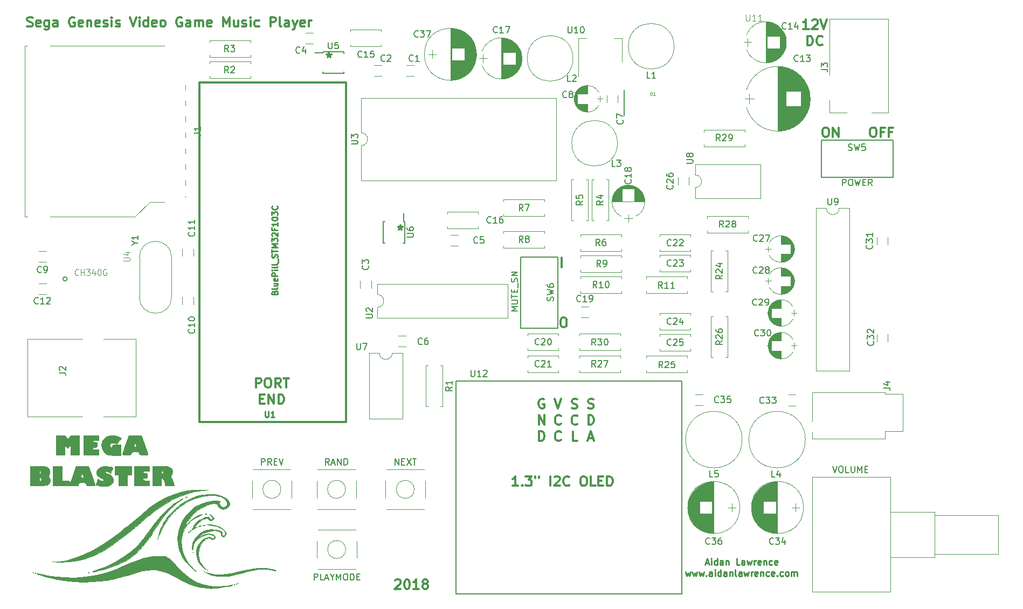
<source format=gbr>
G04 #@! TF.GenerationSoftware,KiCad,Pcbnew,(5.0.0-rc2-dev-493-gd776eaca8)*
G04 #@! TF.CreationDate,2018-05-01T19:31:36-07:00*
G04 #@! TF.ProjectId,STM32_MegaBlaster,53544D33325F4D656761426C61737465,rev?*
G04 #@! TF.SameCoordinates,Original*
G04 #@! TF.FileFunction,Legend,Top*
G04 #@! TF.FilePolarity,Positive*
%FSLAX46Y46*%
G04 Gerber Fmt 4.6, Leading zero omitted, Abs format (unit mm)*
G04 Created by KiCad (PCBNEW (5.0.0-rc2-dev-493-gd776eaca8)) date 05/01/18 19:31:36*
%MOMM*%
%LPD*%
G01*
G04 APERTURE LIST*
%ADD10C,0.300000*%
%ADD11C,0.250000*%
%ADD12C,0.120000*%
%ADD13C,0.150000*%
%ADD14C,0.152400*%
%ADD15C,0.304800*%
%ADD16C,0.203200*%
%ADD17C,0.010000*%
%ADD18C,0.100000*%
%ADD19C,0.222250*%
%ADD20C,0.050000*%
G04 APERTURE END LIST*
D10*
X59857885Y-31772942D02*
X60072171Y-31844371D01*
X60429314Y-31844371D01*
X60572171Y-31772942D01*
X60643599Y-31701514D01*
X60715028Y-31558657D01*
X60715028Y-31415800D01*
X60643599Y-31272942D01*
X60572171Y-31201514D01*
X60429314Y-31130085D01*
X60143599Y-31058657D01*
X60000742Y-30987228D01*
X59929314Y-30915800D01*
X59857885Y-30772942D01*
X59857885Y-30630085D01*
X59929314Y-30487228D01*
X60000742Y-30415800D01*
X60143599Y-30344371D01*
X60500742Y-30344371D01*
X60715028Y-30415800D01*
X61929314Y-31772942D02*
X61786457Y-31844371D01*
X61500742Y-31844371D01*
X61357885Y-31772942D01*
X61286457Y-31630085D01*
X61286457Y-31058657D01*
X61357885Y-30915800D01*
X61500742Y-30844371D01*
X61786457Y-30844371D01*
X61929314Y-30915800D01*
X62000742Y-31058657D01*
X62000742Y-31201514D01*
X61286457Y-31344371D01*
X63286457Y-30844371D02*
X63286457Y-32058657D01*
X63215028Y-32201514D01*
X63143599Y-32272942D01*
X63000742Y-32344371D01*
X62786457Y-32344371D01*
X62643599Y-32272942D01*
X63286457Y-31772942D02*
X63143599Y-31844371D01*
X62857885Y-31844371D01*
X62715028Y-31772942D01*
X62643599Y-31701514D01*
X62572171Y-31558657D01*
X62572171Y-31130085D01*
X62643599Y-30987228D01*
X62715028Y-30915800D01*
X62857885Y-30844371D01*
X63143599Y-30844371D01*
X63286457Y-30915800D01*
X64643599Y-31844371D02*
X64643599Y-31058657D01*
X64572171Y-30915800D01*
X64429314Y-30844371D01*
X64143599Y-30844371D01*
X64000742Y-30915800D01*
X64643599Y-31772942D02*
X64500742Y-31844371D01*
X64143599Y-31844371D01*
X64000742Y-31772942D01*
X63929314Y-31630085D01*
X63929314Y-31487228D01*
X64000742Y-31344371D01*
X64143599Y-31272942D01*
X64500742Y-31272942D01*
X64643599Y-31201514D01*
X67286457Y-30415800D02*
X67143599Y-30344371D01*
X66929314Y-30344371D01*
X66715028Y-30415800D01*
X66572171Y-30558657D01*
X66500742Y-30701514D01*
X66429314Y-30987228D01*
X66429314Y-31201514D01*
X66500742Y-31487228D01*
X66572171Y-31630085D01*
X66715028Y-31772942D01*
X66929314Y-31844371D01*
X67072171Y-31844371D01*
X67286457Y-31772942D01*
X67357885Y-31701514D01*
X67357885Y-31201514D01*
X67072171Y-31201514D01*
X68572171Y-31772942D02*
X68429314Y-31844371D01*
X68143599Y-31844371D01*
X68000742Y-31772942D01*
X67929314Y-31630085D01*
X67929314Y-31058657D01*
X68000742Y-30915800D01*
X68143599Y-30844371D01*
X68429314Y-30844371D01*
X68572171Y-30915800D01*
X68643599Y-31058657D01*
X68643599Y-31201514D01*
X67929314Y-31344371D01*
X69286457Y-30844371D02*
X69286457Y-31844371D01*
X69286457Y-30987228D02*
X69357885Y-30915800D01*
X69500742Y-30844371D01*
X69715028Y-30844371D01*
X69857885Y-30915800D01*
X69929314Y-31058657D01*
X69929314Y-31844371D01*
X71215028Y-31772942D02*
X71072171Y-31844371D01*
X70786457Y-31844371D01*
X70643599Y-31772942D01*
X70572171Y-31630085D01*
X70572171Y-31058657D01*
X70643599Y-30915800D01*
X70786457Y-30844371D01*
X71072171Y-30844371D01*
X71215028Y-30915800D01*
X71286457Y-31058657D01*
X71286457Y-31201514D01*
X70572171Y-31344371D01*
X71857885Y-31772942D02*
X72000742Y-31844371D01*
X72286457Y-31844371D01*
X72429314Y-31772942D01*
X72500742Y-31630085D01*
X72500742Y-31558657D01*
X72429314Y-31415800D01*
X72286457Y-31344371D01*
X72072171Y-31344371D01*
X71929314Y-31272942D01*
X71857885Y-31130085D01*
X71857885Y-31058657D01*
X71929314Y-30915800D01*
X72072171Y-30844371D01*
X72286457Y-30844371D01*
X72429314Y-30915800D01*
X73143599Y-31844371D02*
X73143599Y-30844371D01*
X73143599Y-30344371D02*
X73072171Y-30415800D01*
X73143599Y-30487228D01*
X73215028Y-30415800D01*
X73143599Y-30344371D01*
X73143599Y-30487228D01*
X73786457Y-31772942D02*
X73929314Y-31844371D01*
X74215028Y-31844371D01*
X74357885Y-31772942D01*
X74429314Y-31630085D01*
X74429314Y-31558657D01*
X74357885Y-31415800D01*
X74215028Y-31344371D01*
X74000742Y-31344371D01*
X73857885Y-31272942D01*
X73786457Y-31130085D01*
X73786457Y-31058657D01*
X73857885Y-30915800D01*
X74000742Y-30844371D01*
X74215028Y-30844371D01*
X74357885Y-30915800D01*
X76000742Y-30344371D02*
X76500742Y-31844371D01*
X77000742Y-30344371D01*
X77500742Y-31844371D02*
X77500742Y-30844371D01*
X77500742Y-30344371D02*
X77429314Y-30415800D01*
X77500742Y-30487228D01*
X77572171Y-30415800D01*
X77500742Y-30344371D01*
X77500742Y-30487228D01*
X78857885Y-31844371D02*
X78857885Y-30344371D01*
X78857885Y-31772942D02*
X78715028Y-31844371D01*
X78429314Y-31844371D01*
X78286457Y-31772942D01*
X78215028Y-31701514D01*
X78143599Y-31558657D01*
X78143599Y-31130085D01*
X78215028Y-30987228D01*
X78286457Y-30915800D01*
X78429314Y-30844371D01*
X78715028Y-30844371D01*
X78857885Y-30915800D01*
X80143599Y-31772942D02*
X80000742Y-31844371D01*
X79715028Y-31844371D01*
X79572171Y-31772942D01*
X79500742Y-31630085D01*
X79500742Y-31058657D01*
X79572171Y-30915800D01*
X79715028Y-30844371D01*
X80000742Y-30844371D01*
X80143599Y-30915800D01*
X80215028Y-31058657D01*
X80215028Y-31201514D01*
X79500742Y-31344371D01*
X81072171Y-31844371D02*
X80929314Y-31772942D01*
X80857885Y-31701514D01*
X80786457Y-31558657D01*
X80786457Y-31130085D01*
X80857885Y-30987228D01*
X80929314Y-30915800D01*
X81072171Y-30844371D01*
X81286457Y-30844371D01*
X81429314Y-30915800D01*
X81500742Y-30987228D01*
X81572171Y-31130085D01*
X81572171Y-31558657D01*
X81500742Y-31701514D01*
X81429314Y-31772942D01*
X81286457Y-31844371D01*
X81072171Y-31844371D01*
X84143599Y-30415800D02*
X84000742Y-30344371D01*
X83786457Y-30344371D01*
X83572171Y-30415800D01*
X83429314Y-30558657D01*
X83357885Y-30701514D01*
X83286457Y-30987228D01*
X83286457Y-31201514D01*
X83357885Y-31487228D01*
X83429314Y-31630085D01*
X83572171Y-31772942D01*
X83786457Y-31844371D01*
X83929314Y-31844371D01*
X84143599Y-31772942D01*
X84215028Y-31701514D01*
X84215028Y-31201514D01*
X83929314Y-31201514D01*
X85500742Y-31844371D02*
X85500742Y-31058657D01*
X85429314Y-30915800D01*
X85286457Y-30844371D01*
X85000742Y-30844371D01*
X84857885Y-30915800D01*
X85500742Y-31772942D02*
X85357885Y-31844371D01*
X85000742Y-31844371D01*
X84857885Y-31772942D01*
X84786457Y-31630085D01*
X84786457Y-31487228D01*
X84857885Y-31344371D01*
X85000742Y-31272942D01*
X85357885Y-31272942D01*
X85500742Y-31201514D01*
X86215028Y-31844371D02*
X86215028Y-30844371D01*
X86215028Y-30987228D02*
X86286457Y-30915800D01*
X86429314Y-30844371D01*
X86643600Y-30844371D01*
X86786457Y-30915800D01*
X86857885Y-31058657D01*
X86857885Y-31844371D01*
X86857885Y-31058657D02*
X86929314Y-30915800D01*
X87072171Y-30844371D01*
X87286457Y-30844371D01*
X87429314Y-30915800D01*
X87500742Y-31058657D01*
X87500742Y-31844371D01*
X88786457Y-31772942D02*
X88643600Y-31844371D01*
X88357885Y-31844371D01*
X88215028Y-31772942D01*
X88143600Y-31630085D01*
X88143600Y-31058657D01*
X88215028Y-30915800D01*
X88357885Y-30844371D01*
X88643600Y-30844371D01*
X88786457Y-30915800D01*
X88857885Y-31058657D01*
X88857885Y-31201514D01*
X88143600Y-31344371D01*
X90643600Y-31844371D02*
X90643600Y-30344371D01*
X91143600Y-31415800D01*
X91643600Y-30344371D01*
X91643600Y-31844371D01*
X93000742Y-30844371D02*
X93000742Y-31844371D01*
X92357885Y-30844371D02*
X92357885Y-31630085D01*
X92429314Y-31772942D01*
X92572171Y-31844371D01*
X92786457Y-31844371D01*
X92929314Y-31772942D01*
X93000742Y-31701514D01*
X93643599Y-31772942D02*
X93786457Y-31844371D01*
X94072171Y-31844371D01*
X94215028Y-31772942D01*
X94286457Y-31630085D01*
X94286457Y-31558657D01*
X94215028Y-31415800D01*
X94072171Y-31344371D01*
X93857885Y-31344371D01*
X93715028Y-31272942D01*
X93643599Y-31130085D01*
X93643599Y-31058657D01*
X93715028Y-30915800D01*
X93857885Y-30844371D01*
X94072171Y-30844371D01*
X94215028Y-30915800D01*
X94929314Y-31844371D02*
X94929314Y-30844371D01*
X94929314Y-30344371D02*
X94857885Y-30415800D01*
X94929314Y-30487228D01*
X95000742Y-30415800D01*
X94929314Y-30344371D01*
X94929314Y-30487228D01*
X96286457Y-31772942D02*
X96143600Y-31844371D01*
X95857885Y-31844371D01*
X95715028Y-31772942D01*
X95643600Y-31701514D01*
X95572171Y-31558657D01*
X95572171Y-31130085D01*
X95643600Y-30987228D01*
X95715028Y-30915800D01*
X95857885Y-30844371D01*
X96143600Y-30844371D01*
X96286457Y-30915800D01*
X98072171Y-31844371D02*
X98072171Y-30344371D01*
X98643599Y-30344371D01*
X98786457Y-30415800D01*
X98857885Y-30487228D01*
X98929314Y-30630085D01*
X98929314Y-30844371D01*
X98857885Y-30987228D01*
X98786457Y-31058657D01*
X98643599Y-31130085D01*
X98072171Y-31130085D01*
X99786457Y-31844371D02*
X99643599Y-31772942D01*
X99572171Y-31630085D01*
X99572171Y-30344371D01*
X101000742Y-31844371D02*
X101000742Y-31058657D01*
X100929314Y-30915800D01*
X100786457Y-30844371D01*
X100500742Y-30844371D01*
X100357885Y-30915800D01*
X101000742Y-31772942D02*
X100857885Y-31844371D01*
X100500742Y-31844371D01*
X100357885Y-31772942D01*
X100286457Y-31630085D01*
X100286457Y-31487228D01*
X100357885Y-31344371D01*
X100500742Y-31272942D01*
X100857885Y-31272942D01*
X101000742Y-31201514D01*
X101572171Y-30844371D02*
X101929314Y-31844371D01*
X102286457Y-30844371D02*
X101929314Y-31844371D01*
X101786457Y-32201514D01*
X101715028Y-32272942D01*
X101572171Y-32344371D01*
X103429314Y-31772942D02*
X103286457Y-31844371D01*
X103000742Y-31844371D01*
X102857885Y-31772942D01*
X102786457Y-31630085D01*
X102786457Y-31058657D01*
X102857885Y-30915800D01*
X103000742Y-30844371D01*
X103286457Y-30844371D01*
X103429314Y-30915800D01*
X103500742Y-31058657D01*
X103500742Y-31201514D01*
X102786457Y-31344371D01*
X104143599Y-31844371D02*
X104143599Y-30844371D01*
X104143599Y-31130085D02*
X104215028Y-30987228D01*
X104286457Y-30915800D01*
X104429314Y-30844371D01*
X104572171Y-30844371D01*
X147983628Y-91757742D02*
X148197914Y-91829171D01*
X148555057Y-91829171D01*
X148697914Y-91757742D01*
X148769342Y-91686314D01*
X148840771Y-91543457D01*
X148840771Y-91400600D01*
X148769342Y-91257742D01*
X148697914Y-91186314D01*
X148555057Y-91114885D01*
X148269342Y-91043457D01*
X148126485Y-90972028D01*
X148055057Y-90900600D01*
X147983628Y-90757742D01*
X147983628Y-90614885D01*
X148055057Y-90472028D01*
X148126485Y-90400600D01*
X148269342Y-90329171D01*
X148626485Y-90329171D01*
X148840771Y-90400600D01*
X148019342Y-94379171D02*
X148019342Y-92879171D01*
X148376485Y-92879171D01*
X148590771Y-92950600D01*
X148733628Y-93093457D01*
X148805057Y-93236314D01*
X148876485Y-93522028D01*
X148876485Y-93736314D01*
X148805057Y-94022028D01*
X148733628Y-94164885D01*
X148590771Y-94307742D01*
X148376485Y-94379171D01*
X148019342Y-94379171D01*
X148055057Y-96500600D02*
X148769342Y-96500600D01*
X147912200Y-96929171D02*
X148412200Y-95429171D01*
X148912200Y-96929171D01*
X145418228Y-91783142D02*
X145632514Y-91854571D01*
X145989657Y-91854571D01*
X146132514Y-91783142D01*
X146203942Y-91711714D01*
X146275371Y-91568857D01*
X146275371Y-91426000D01*
X146203942Y-91283142D01*
X146132514Y-91211714D01*
X145989657Y-91140285D01*
X145703942Y-91068857D01*
X145561085Y-90997428D01*
X145489657Y-90926000D01*
X145418228Y-90783142D01*
X145418228Y-90640285D01*
X145489657Y-90497428D01*
X145561085Y-90426000D01*
X145703942Y-90354571D01*
X146061085Y-90354571D01*
X146275371Y-90426000D01*
X146311085Y-94261714D02*
X146239657Y-94333142D01*
X146025371Y-94404571D01*
X145882514Y-94404571D01*
X145668228Y-94333142D01*
X145525371Y-94190285D01*
X145453942Y-94047428D01*
X145382514Y-93761714D01*
X145382514Y-93547428D01*
X145453942Y-93261714D01*
X145525371Y-93118857D01*
X145668228Y-92976000D01*
X145882514Y-92904571D01*
X146025371Y-92904571D01*
X146239657Y-92976000D01*
X146311085Y-93047428D01*
X146311085Y-96954571D02*
X145596800Y-96954571D01*
X145596800Y-95454571D01*
X142730600Y-90329171D02*
X143230600Y-91829171D01*
X143730600Y-90329171D01*
X143694885Y-94236314D02*
X143623457Y-94307742D01*
X143409171Y-94379171D01*
X143266314Y-94379171D01*
X143052028Y-94307742D01*
X142909171Y-94164885D01*
X142837742Y-94022028D01*
X142766314Y-93736314D01*
X142766314Y-93522028D01*
X142837742Y-93236314D01*
X142909171Y-93093457D01*
X143052028Y-92950600D01*
X143266314Y-92879171D01*
X143409171Y-92879171D01*
X143623457Y-92950600D01*
X143694885Y-93022028D01*
X143694885Y-96786314D02*
X143623457Y-96857742D01*
X143409171Y-96929171D01*
X143266314Y-96929171D01*
X143052028Y-96857742D01*
X142909171Y-96714885D01*
X142837742Y-96572028D01*
X142766314Y-96286314D01*
X142766314Y-96072028D01*
X142837742Y-95786314D01*
X142909171Y-95643457D01*
X143052028Y-95500600D01*
X143266314Y-95429171D01*
X143409171Y-95429171D01*
X143623457Y-95500600D01*
X143694885Y-95572028D01*
X141058057Y-90375200D02*
X140915200Y-90303771D01*
X140700914Y-90303771D01*
X140486628Y-90375200D01*
X140343771Y-90518057D01*
X140272342Y-90660914D01*
X140200914Y-90946628D01*
X140200914Y-91160914D01*
X140272342Y-91446628D01*
X140343771Y-91589485D01*
X140486628Y-91732342D01*
X140700914Y-91803771D01*
X140843771Y-91803771D01*
X141058057Y-91732342D01*
X141129485Y-91660914D01*
X141129485Y-91160914D01*
X140843771Y-91160914D01*
X140236628Y-94353771D02*
X140236628Y-92853771D01*
X141093771Y-94353771D01*
X141093771Y-92853771D01*
X140272342Y-96903771D02*
X140272342Y-95403771D01*
X140629485Y-95403771D01*
X140843771Y-95475200D01*
X140986628Y-95618057D01*
X141058057Y-95760914D01*
X141129485Y-96046628D01*
X141129485Y-96260914D01*
X141058057Y-96546628D01*
X140986628Y-96689485D01*
X140843771Y-96832342D01*
X140629485Y-96903771D01*
X140272342Y-96903771D01*
X136967200Y-103980371D02*
X136110057Y-103980371D01*
X136538628Y-103980371D02*
X136538628Y-102480371D01*
X136395771Y-102694657D01*
X136252914Y-102837514D01*
X136110057Y-102908942D01*
X137610057Y-103837514D02*
X137681485Y-103908942D01*
X137610057Y-103980371D01*
X137538628Y-103908942D01*
X137610057Y-103837514D01*
X137610057Y-103980371D01*
X138181485Y-102480371D02*
X139110057Y-102480371D01*
X138610057Y-103051800D01*
X138824342Y-103051800D01*
X138967200Y-103123228D01*
X139038628Y-103194657D01*
X139110057Y-103337514D01*
X139110057Y-103694657D01*
X139038628Y-103837514D01*
X138967200Y-103908942D01*
X138824342Y-103980371D01*
X138395771Y-103980371D01*
X138252914Y-103908942D01*
X138181485Y-103837514D01*
X139681485Y-102480371D02*
X139681485Y-102766085D01*
X140252914Y-102480371D02*
X140252914Y-102766085D01*
X142038628Y-103980371D02*
X142038628Y-102480371D01*
X142681485Y-102623228D02*
X142752914Y-102551800D01*
X142895771Y-102480371D01*
X143252914Y-102480371D01*
X143395771Y-102551800D01*
X143467200Y-102623228D01*
X143538628Y-102766085D01*
X143538628Y-102908942D01*
X143467200Y-103123228D01*
X142610057Y-103980371D01*
X143538628Y-103980371D01*
X145038628Y-103837514D02*
X144967200Y-103908942D01*
X144752914Y-103980371D01*
X144610057Y-103980371D01*
X144395771Y-103908942D01*
X144252914Y-103766085D01*
X144181485Y-103623228D01*
X144110057Y-103337514D01*
X144110057Y-103123228D01*
X144181485Y-102837514D01*
X144252914Y-102694657D01*
X144395771Y-102551800D01*
X144610057Y-102480371D01*
X144752914Y-102480371D01*
X144967200Y-102551800D01*
X145038628Y-102623228D01*
X147110057Y-102480371D02*
X147395771Y-102480371D01*
X147538628Y-102551800D01*
X147681485Y-102694657D01*
X147752914Y-102980371D01*
X147752914Y-103480371D01*
X147681485Y-103766085D01*
X147538628Y-103908942D01*
X147395771Y-103980371D01*
X147110057Y-103980371D01*
X146967200Y-103908942D01*
X146824342Y-103766085D01*
X146752914Y-103480371D01*
X146752914Y-102980371D01*
X146824342Y-102694657D01*
X146967200Y-102551800D01*
X147110057Y-102480371D01*
X149110057Y-103980371D02*
X148395771Y-103980371D01*
X148395771Y-102480371D01*
X149610057Y-103194657D02*
X150110057Y-103194657D01*
X150324342Y-103980371D02*
X149610057Y-103980371D01*
X149610057Y-102480371D01*
X150324342Y-102480371D01*
X150967200Y-103980371D02*
X150967200Y-102480371D01*
X151324342Y-102480371D01*
X151538628Y-102551800D01*
X151681485Y-102694657D01*
X151752914Y-102837514D01*
X151824342Y-103123228D01*
X151824342Y-103337514D01*
X151752914Y-103623228D01*
X151681485Y-103766085D01*
X151538628Y-103908942D01*
X151324342Y-103980371D01*
X150967200Y-103980371D01*
X95772600Y-88557571D02*
X95772600Y-87057571D01*
X96344028Y-87057571D01*
X96486885Y-87129000D01*
X96558314Y-87200428D01*
X96629742Y-87343285D01*
X96629742Y-87557571D01*
X96558314Y-87700428D01*
X96486885Y-87771857D01*
X96344028Y-87843285D01*
X95772600Y-87843285D01*
X97558314Y-87057571D02*
X97844028Y-87057571D01*
X97986885Y-87129000D01*
X98129742Y-87271857D01*
X98201171Y-87557571D01*
X98201171Y-88057571D01*
X98129742Y-88343285D01*
X97986885Y-88486142D01*
X97844028Y-88557571D01*
X97558314Y-88557571D01*
X97415457Y-88486142D01*
X97272600Y-88343285D01*
X97201171Y-88057571D01*
X97201171Y-87557571D01*
X97272600Y-87271857D01*
X97415457Y-87129000D01*
X97558314Y-87057571D01*
X99701171Y-88557571D02*
X99201171Y-87843285D01*
X98844028Y-88557571D02*
X98844028Y-87057571D01*
X99415457Y-87057571D01*
X99558314Y-87129000D01*
X99629742Y-87200428D01*
X99701171Y-87343285D01*
X99701171Y-87557571D01*
X99629742Y-87700428D01*
X99558314Y-87771857D01*
X99415457Y-87843285D01*
X98844028Y-87843285D01*
X100129742Y-87057571D02*
X100986885Y-87057571D01*
X100558314Y-88557571D02*
X100558314Y-87057571D01*
X96415457Y-90321857D02*
X96915457Y-90321857D01*
X97129742Y-91107571D02*
X96415457Y-91107571D01*
X96415457Y-89607571D01*
X97129742Y-89607571D01*
X97772600Y-91107571D02*
X97772600Y-89607571D01*
X98629742Y-91107571D01*
X98629742Y-89607571D01*
X99344028Y-91107571D02*
X99344028Y-89607571D01*
X99701171Y-89607571D01*
X99915457Y-89679000D01*
X100058314Y-89821857D01*
X100129742Y-89964714D01*
X100201171Y-90250428D01*
X100201171Y-90464714D01*
X100129742Y-90750428D01*
X100058314Y-90893285D01*
X99915457Y-91036142D01*
X99701171Y-91107571D01*
X99344028Y-91107571D01*
X117672171Y-118853828D02*
X117743600Y-118782400D01*
X117886457Y-118710971D01*
X118243600Y-118710971D01*
X118386457Y-118782400D01*
X118457885Y-118853828D01*
X118529314Y-118996685D01*
X118529314Y-119139542D01*
X118457885Y-119353828D01*
X117600742Y-120210971D01*
X118529314Y-120210971D01*
X119457885Y-118710971D02*
X119600742Y-118710971D01*
X119743600Y-118782400D01*
X119815028Y-118853828D01*
X119886457Y-118996685D01*
X119957885Y-119282400D01*
X119957885Y-119639542D01*
X119886457Y-119925257D01*
X119815028Y-120068114D01*
X119743600Y-120139542D01*
X119600742Y-120210971D01*
X119457885Y-120210971D01*
X119315028Y-120139542D01*
X119243600Y-120068114D01*
X119172171Y-119925257D01*
X119100742Y-119639542D01*
X119100742Y-119282400D01*
X119172171Y-118996685D01*
X119243600Y-118853828D01*
X119315028Y-118782400D01*
X119457885Y-118710971D01*
X121386457Y-120210971D02*
X120529314Y-120210971D01*
X120957885Y-120210971D02*
X120957885Y-118710971D01*
X120815028Y-118925257D01*
X120672171Y-119068114D01*
X120529314Y-119139542D01*
X122243600Y-119353828D02*
X122100742Y-119282400D01*
X122029314Y-119210971D01*
X121957885Y-119068114D01*
X121957885Y-118996685D01*
X122029314Y-118853828D01*
X122100742Y-118782400D01*
X122243600Y-118710971D01*
X122529314Y-118710971D01*
X122672171Y-118782400D01*
X122743600Y-118853828D01*
X122815028Y-118996685D01*
X122815028Y-119068114D01*
X122743600Y-119210971D01*
X122672171Y-119282400D01*
X122529314Y-119353828D01*
X122243600Y-119353828D01*
X122100742Y-119425257D01*
X122029314Y-119496685D01*
X121957885Y-119639542D01*
X121957885Y-119925257D01*
X122029314Y-120068114D01*
X122100742Y-120139542D01*
X122243600Y-120210971D01*
X122529314Y-120210971D01*
X122672171Y-120139542D01*
X122743600Y-120068114D01*
X122815028Y-119925257D01*
X122815028Y-119639542D01*
X122743600Y-119496685D01*
X122672171Y-119425257D01*
X122529314Y-119353828D01*
D11*
X166442142Y-116106266D02*
X166918333Y-116106266D01*
X166346904Y-116391980D02*
X166680238Y-115391980D01*
X167013571Y-116391980D01*
X167346904Y-116391980D02*
X167346904Y-115725314D01*
X167346904Y-115391980D02*
X167299285Y-115439600D01*
X167346904Y-115487219D01*
X167394523Y-115439600D01*
X167346904Y-115391980D01*
X167346904Y-115487219D01*
X168251666Y-116391980D02*
X168251666Y-115391980D01*
X168251666Y-116344361D02*
X168156428Y-116391980D01*
X167965952Y-116391980D01*
X167870714Y-116344361D01*
X167823095Y-116296742D01*
X167775476Y-116201504D01*
X167775476Y-115915790D01*
X167823095Y-115820552D01*
X167870714Y-115772933D01*
X167965952Y-115725314D01*
X168156428Y-115725314D01*
X168251666Y-115772933D01*
X169156428Y-116391980D02*
X169156428Y-115868171D01*
X169108809Y-115772933D01*
X169013571Y-115725314D01*
X168823095Y-115725314D01*
X168727857Y-115772933D01*
X169156428Y-116344361D02*
X169061190Y-116391980D01*
X168823095Y-116391980D01*
X168727857Y-116344361D01*
X168680238Y-116249123D01*
X168680238Y-116153885D01*
X168727857Y-116058647D01*
X168823095Y-116011028D01*
X169061190Y-116011028D01*
X169156428Y-115963409D01*
X169632619Y-115725314D02*
X169632619Y-116391980D01*
X169632619Y-115820552D02*
X169680238Y-115772933D01*
X169775476Y-115725314D01*
X169918333Y-115725314D01*
X170013571Y-115772933D01*
X170061190Y-115868171D01*
X170061190Y-116391980D01*
X171775476Y-116391980D02*
X171299285Y-116391980D01*
X171299285Y-115391980D01*
X172537380Y-116391980D02*
X172537380Y-115868171D01*
X172489761Y-115772933D01*
X172394523Y-115725314D01*
X172204047Y-115725314D01*
X172108809Y-115772933D01*
X172537380Y-116344361D02*
X172442142Y-116391980D01*
X172204047Y-116391980D01*
X172108809Y-116344361D01*
X172061190Y-116249123D01*
X172061190Y-116153885D01*
X172108809Y-116058647D01*
X172204047Y-116011028D01*
X172442142Y-116011028D01*
X172537380Y-115963409D01*
X172918333Y-115725314D02*
X173108809Y-116391980D01*
X173299285Y-115915790D01*
X173489761Y-116391980D01*
X173680238Y-115725314D01*
X174061190Y-116391980D02*
X174061190Y-115725314D01*
X174061190Y-115915790D02*
X174108809Y-115820552D01*
X174156428Y-115772933D01*
X174251666Y-115725314D01*
X174346904Y-115725314D01*
X175061190Y-116344361D02*
X174965952Y-116391980D01*
X174775476Y-116391980D01*
X174680238Y-116344361D01*
X174632619Y-116249123D01*
X174632619Y-115868171D01*
X174680238Y-115772933D01*
X174775476Y-115725314D01*
X174965952Y-115725314D01*
X175061190Y-115772933D01*
X175108809Y-115868171D01*
X175108809Y-115963409D01*
X174632619Y-116058647D01*
X175537380Y-115725314D02*
X175537380Y-116391980D01*
X175537380Y-115820552D02*
X175585000Y-115772933D01*
X175680238Y-115725314D01*
X175823095Y-115725314D01*
X175918333Y-115772933D01*
X175965952Y-115868171D01*
X175965952Y-116391980D01*
X176870714Y-116344361D02*
X176775476Y-116391980D01*
X176585000Y-116391980D01*
X176489761Y-116344361D01*
X176442142Y-116296742D01*
X176394523Y-116201504D01*
X176394523Y-115915790D01*
X176442142Y-115820552D01*
X176489761Y-115772933D01*
X176585000Y-115725314D01*
X176775476Y-115725314D01*
X176870714Y-115772933D01*
X177680238Y-116344361D02*
X177585000Y-116391980D01*
X177394523Y-116391980D01*
X177299285Y-116344361D01*
X177251666Y-116249123D01*
X177251666Y-115868171D01*
X177299285Y-115772933D01*
X177394523Y-115725314D01*
X177585000Y-115725314D01*
X177680238Y-115772933D01*
X177727857Y-115868171D01*
X177727857Y-115963409D01*
X177251666Y-116058647D01*
X163299285Y-117475314D02*
X163489761Y-118141980D01*
X163680238Y-117665790D01*
X163870714Y-118141980D01*
X164061190Y-117475314D01*
X164346904Y-117475314D02*
X164537380Y-118141980D01*
X164727857Y-117665790D01*
X164918333Y-118141980D01*
X165108809Y-117475314D01*
X165394523Y-117475314D02*
X165585000Y-118141980D01*
X165775476Y-117665790D01*
X165965952Y-118141980D01*
X166156428Y-117475314D01*
X166537380Y-118046742D02*
X166585000Y-118094361D01*
X166537380Y-118141980D01*
X166489761Y-118094361D01*
X166537380Y-118046742D01*
X166537380Y-118141980D01*
X167442142Y-118141980D02*
X167442142Y-117618171D01*
X167394523Y-117522933D01*
X167299285Y-117475314D01*
X167108809Y-117475314D01*
X167013571Y-117522933D01*
X167442142Y-118094361D02*
X167346904Y-118141980D01*
X167108809Y-118141980D01*
X167013571Y-118094361D01*
X166965952Y-117999123D01*
X166965952Y-117903885D01*
X167013571Y-117808647D01*
X167108809Y-117761028D01*
X167346904Y-117761028D01*
X167442142Y-117713409D01*
X167918333Y-118141980D02*
X167918333Y-117475314D01*
X167918333Y-117141980D02*
X167870714Y-117189600D01*
X167918333Y-117237219D01*
X167965952Y-117189600D01*
X167918333Y-117141980D01*
X167918333Y-117237219D01*
X168823095Y-118141980D02*
X168823095Y-117141980D01*
X168823095Y-118094361D02*
X168727857Y-118141980D01*
X168537380Y-118141980D01*
X168442142Y-118094361D01*
X168394523Y-118046742D01*
X168346904Y-117951504D01*
X168346904Y-117665790D01*
X168394523Y-117570552D01*
X168442142Y-117522933D01*
X168537380Y-117475314D01*
X168727857Y-117475314D01*
X168823095Y-117522933D01*
X169727857Y-118141980D02*
X169727857Y-117618171D01*
X169680238Y-117522933D01*
X169585000Y-117475314D01*
X169394523Y-117475314D01*
X169299285Y-117522933D01*
X169727857Y-118094361D02*
X169632619Y-118141980D01*
X169394523Y-118141980D01*
X169299285Y-118094361D01*
X169251666Y-117999123D01*
X169251666Y-117903885D01*
X169299285Y-117808647D01*
X169394523Y-117761028D01*
X169632619Y-117761028D01*
X169727857Y-117713409D01*
X170204047Y-117475314D02*
X170204047Y-118141980D01*
X170204047Y-117570552D02*
X170251666Y-117522933D01*
X170346904Y-117475314D01*
X170489761Y-117475314D01*
X170585000Y-117522933D01*
X170632619Y-117618171D01*
X170632619Y-118141980D01*
X171251666Y-118141980D02*
X171156428Y-118094361D01*
X171108809Y-117999123D01*
X171108809Y-117141980D01*
X172061190Y-118141980D02*
X172061190Y-117618171D01*
X172013571Y-117522933D01*
X171918333Y-117475314D01*
X171727857Y-117475314D01*
X171632619Y-117522933D01*
X172061190Y-118094361D02*
X171965952Y-118141980D01*
X171727857Y-118141980D01*
X171632619Y-118094361D01*
X171585000Y-117999123D01*
X171585000Y-117903885D01*
X171632619Y-117808647D01*
X171727857Y-117761028D01*
X171965952Y-117761028D01*
X172061190Y-117713409D01*
X172442142Y-117475314D02*
X172632619Y-118141980D01*
X172823095Y-117665790D01*
X173013571Y-118141980D01*
X173204047Y-117475314D01*
X173585000Y-118141980D02*
X173585000Y-117475314D01*
X173585000Y-117665790D02*
X173632619Y-117570552D01*
X173680238Y-117522933D01*
X173775476Y-117475314D01*
X173870714Y-117475314D01*
X174585000Y-118094361D02*
X174489761Y-118141980D01*
X174299285Y-118141980D01*
X174204047Y-118094361D01*
X174156428Y-117999123D01*
X174156428Y-117618171D01*
X174204047Y-117522933D01*
X174299285Y-117475314D01*
X174489761Y-117475314D01*
X174585000Y-117522933D01*
X174632619Y-117618171D01*
X174632619Y-117713409D01*
X174156428Y-117808647D01*
X175061190Y-117475314D02*
X175061190Y-118141980D01*
X175061190Y-117570552D02*
X175108809Y-117522933D01*
X175204047Y-117475314D01*
X175346904Y-117475314D01*
X175442142Y-117522933D01*
X175489761Y-117618171D01*
X175489761Y-118141980D01*
X176394523Y-118094361D02*
X176299285Y-118141980D01*
X176108809Y-118141980D01*
X176013571Y-118094361D01*
X175965952Y-118046742D01*
X175918333Y-117951504D01*
X175918333Y-117665790D01*
X175965952Y-117570552D01*
X176013571Y-117522933D01*
X176108809Y-117475314D01*
X176299285Y-117475314D01*
X176394523Y-117522933D01*
X177204047Y-118094361D02*
X177108809Y-118141980D01*
X176918333Y-118141980D01*
X176823095Y-118094361D01*
X176775476Y-117999123D01*
X176775476Y-117618171D01*
X176823095Y-117522933D01*
X176918333Y-117475314D01*
X177108809Y-117475314D01*
X177204047Y-117522933D01*
X177251666Y-117618171D01*
X177251666Y-117713409D01*
X176775476Y-117808647D01*
X177680238Y-118046742D02*
X177727857Y-118094361D01*
X177680238Y-118141980D01*
X177632619Y-118094361D01*
X177680238Y-118046742D01*
X177680238Y-118141980D01*
X178585000Y-118094361D02*
X178489761Y-118141980D01*
X178299285Y-118141980D01*
X178204047Y-118094361D01*
X178156428Y-118046742D01*
X178108809Y-117951504D01*
X178108809Y-117665790D01*
X178156428Y-117570552D01*
X178204047Y-117522933D01*
X178299285Y-117475314D01*
X178489761Y-117475314D01*
X178585000Y-117522933D01*
X179156428Y-118141980D02*
X179061190Y-118094361D01*
X179013571Y-118046742D01*
X178965952Y-117951504D01*
X178965952Y-117665790D01*
X179013571Y-117570552D01*
X179061190Y-117522933D01*
X179156428Y-117475314D01*
X179299285Y-117475314D01*
X179394523Y-117522933D01*
X179442142Y-117570552D01*
X179489761Y-117665790D01*
X179489761Y-117951504D01*
X179442142Y-118046742D01*
X179394523Y-118094361D01*
X179299285Y-118141980D01*
X179156428Y-118141980D01*
X179918333Y-118141980D02*
X179918333Y-117475314D01*
X179918333Y-117570552D02*
X179965952Y-117522933D01*
X180061190Y-117475314D01*
X180204047Y-117475314D01*
X180299285Y-117522933D01*
X180346904Y-117618171D01*
X180346904Y-118141980D01*
X180346904Y-117618171D02*
X180394523Y-117522933D01*
X180489761Y-117475314D01*
X180632619Y-117475314D01*
X180727857Y-117522933D01*
X180775476Y-117618171D01*
X180775476Y-118141980D01*
D10*
X182637228Y-32245771D02*
X181780085Y-32245771D01*
X182208657Y-32245771D02*
X182208657Y-30745771D01*
X182065800Y-30960057D01*
X181922942Y-31102914D01*
X181780085Y-31174342D01*
X183208657Y-30888628D02*
X183280085Y-30817200D01*
X183422942Y-30745771D01*
X183780085Y-30745771D01*
X183922942Y-30817200D01*
X183994371Y-30888628D01*
X184065800Y-31031485D01*
X184065800Y-31174342D01*
X183994371Y-31388628D01*
X183137228Y-32245771D01*
X184065800Y-32245771D01*
X184494371Y-30745771D02*
X184994371Y-32245771D01*
X185494371Y-30745771D01*
X182422942Y-34795771D02*
X182422942Y-33295771D01*
X182780085Y-33295771D01*
X182994371Y-33367200D01*
X183137228Y-33510057D01*
X183208657Y-33652914D01*
X183280085Y-33938628D01*
X183280085Y-34152914D01*
X183208657Y-34438628D01*
X183137228Y-34581485D01*
X182994371Y-34724342D01*
X182780085Y-34795771D01*
X182422942Y-34795771D01*
X184780085Y-34652914D02*
X184708657Y-34724342D01*
X184494371Y-34795771D01*
X184351514Y-34795771D01*
X184137228Y-34724342D01*
X183994371Y-34581485D01*
X183922942Y-34438628D01*
X183851514Y-34152914D01*
X183851514Y-33938628D01*
X183922942Y-33652914D01*
X183994371Y-33510057D01*
X184137228Y-33367200D01*
X184351514Y-33295771D01*
X184494371Y-33295771D01*
X184708657Y-33367200D01*
X184780085Y-33438628D01*
X107264200Y-35983171D02*
X107264200Y-36340314D01*
X106907057Y-36197457D02*
X107264200Y-36340314D01*
X107621342Y-36197457D01*
X107049914Y-36626028D02*
X107264200Y-36340314D01*
X107478485Y-36626028D01*
X118491000Y-63059571D02*
X118491000Y-63416714D01*
X118133857Y-63273857D02*
X118491000Y-63416714D01*
X118848142Y-63273857D01*
X118276714Y-63702428D02*
X118491000Y-63416714D01*
X118705285Y-63702428D01*
X143976742Y-77562971D02*
X144262457Y-77562971D01*
X144405314Y-77634400D01*
X144548171Y-77777257D01*
X144619600Y-78062971D01*
X144619600Y-78562971D01*
X144548171Y-78848685D01*
X144405314Y-78991542D01*
X144262457Y-79062971D01*
X143976742Y-79062971D01*
X143833885Y-78991542D01*
X143691028Y-78848685D01*
X143619600Y-78562971D01*
X143619600Y-78062971D01*
X143691028Y-77777257D01*
X143833885Y-77634400D01*
X143976742Y-77562971D01*
X143814800Y-69614171D02*
X143814800Y-68114171D01*
X192627428Y-47692571D02*
X192913142Y-47692571D01*
X193056000Y-47764000D01*
X193198857Y-47906857D01*
X193270285Y-48192571D01*
X193270285Y-48692571D01*
X193198857Y-48978285D01*
X193056000Y-49121142D01*
X192913142Y-49192571D01*
X192627428Y-49192571D01*
X192484571Y-49121142D01*
X192341714Y-48978285D01*
X192270285Y-48692571D01*
X192270285Y-48192571D01*
X192341714Y-47906857D01*
X192484571Y-47764000D01*
X192627428Y-47692571D01*
X194413142Y-48406857D02*
X193913142Y-48406857D01*
X193913142Y-49192571D02*
X193913142Y-47692571D01*
X194627428Y-47692571D01*
X195698857Y-48406857D02*
X195198857Y-48406857D01*
X195198857Y-49192571D02*
X195198857Y-47692571D01*
X195913142Y-47692571D01*
X185151828Y-47692571D02*
X185437542Y-47692571D01*
X185580400Y-47764000D01*
X185723257Y-47906857D01*
X185794685Y-48192571D01*
X185794685Y-48692571D01*
X185723257Y-48978285D01*
X185580400Y-49121142D01*
X185437542Y-49192571D01*
X185151828Y-49192571D01*
X185008971Y-49121142D01*
X184866114Y-48978285D01*
X184794685Y-48692571D01*
X184794685Y-48192571D01*
X184866114Y-47906857D01*
X185008971Y-47764000D01*
X185151828Y-47692571D01*
X186437542Y-49192571D02*
X186437542Y-47692571D01*
X187294685Y-49192571D01*
X187294685Y-47692571D01*
D12*
X212427000Y-108577000D02*
X212427000Y-114697000D01*
X202427000Y-108577000D02*
X202427000Y-114697000D01*
X202427000Y-114697000D02*
X212427000Y-114697000D01*
X202427000Y-108577000D02*
X212427000Y-108577000D01*
X202427000Y-108077000D02*
X202427000Y-115197000D01*
X195427000Y-108077000D02*
X195427000Y-115197000D01*
X195427000Y-115197000D02*
X202427000Y-115197000D01*
X195427000Y-108077000D02*
X202427000Y-108077000D01*
X195427000Y-102627000D02*
X195427000Y-120648000D01*
X183206000Y-102627000D02*
X183206000Y-120648000D01*
X183206000Y-120648000D02*
X195427000Y-120648000D01*
X183206000Y-102627000D02*
X195427000Y-102627000D01*
D13*
X153615000Y-41815000D02*
X153615000Y-45815000D01*
D12*
X113891000Y-71783000D02*
X113891000Y-72957000D01*
X112169000Y-71783000D02*
X112169000Y-72957000D01*
X119408000Y-37874000D02*
X120582000Y-37874000D01*
X119408000Y-39596000D02*
X120582000Y-39596000D01*
X114328000Y-37874000D02*
X115502000Y-37874000D01*
X114328000Y-39596000D02*
X115502000Y-39596000D01*
X104747000Y-34516000D02*
X103573000Y-34516000D01*
X104747000Y-32794000D02*
X103573000Y-32794000D01*
X126393000Y-64544000D02*
X127567000Y-64544000D01*
X126393000Y-66266000D02*
X127567000Y-66266000D01*
X118138000Y-80419000D02*
X119312000Y-80419000D01*
X118138000Y-82141000D02*
X119312000Y-82141000D01*
X150904000Y-43787000D02*
X150904000Y-42613000D01*
X152626000Y-43787000D02*
X152626000Y-42613000D01*
X62837000Y-68806000D02*
X61663000Y-68806000D01*
X62837000Y-67084000D02*
X61663000Y-67084000D01*
X85951000Y-74323000D02*
X85951000Y-75497000D01*
X84229000Y-74323000D02*
X84229000Y-75497000D01*
X84229000Y-67917000D02*
X84229000Y-66743000D01*
X85951000Y-67917000D02*
X85951000Y-66743000D01*
X62837000Y-73886000D02*
X61663000Y-73886000D01*
X62837000Y-72164000D02*
X61663000Y-72164000D01*
X146865000Y-75847000D02*
X148039000Y-75847000D01*
X146865000Y-77569000D02*
X148039000Y-77569000D01*
X162105000Y-56690200D02*
X162105000Y-55516200D01*
X163827000Y-56690200D02*
X163827000Y-55516200D01*
X195044000Y-64950400D02*
X195044000Y-66124400D01*
X193322000Y-64950400D02*
X193322000Y-66124400D01*
X193322000Y-81302800D02*
X193322000Y-80128800D01*
X195044000Y-81302800D02*
X195044000Y-80128800D01*
X179428000Y-89664600D02*
X180602000Y-89664600D01*
X179428000Y-91386600D02*
X180602000Y-91386600D01*
X164798000Y-89613800D02*
X165972000Y-89613800D01*
X164798000Y-91335800D02*
X165972000Y-91335800D01*
X145993564Y-44159170D02*
G75*
G03X149685996Y-44160000I1846436J979170D01*
G01*
X145993564Y-42200830D02*
G75*
G02X149685996Y-42200000I1846436J-979170D01*
G01*
X145993564Y-42200830D02*
G75*
G03X145994004Y-44160000I1846436J-979170D01*
G01*
X147840000Y-42400000D02*
X147840000Y-41130000D01*
X147840000Y-45230000D02*
X147840000Y-43960000D01*
X147800000Y-45230000D02*
X147800000Y-43960000D01*
X147800000Y-42400000D02*
X147800000Y-41130000D01*
X147760000Y-45229000D02*
X147760000Y-43960000D01*
X147760000Y-42400000D02*
X147760000Y-41131000D01*
X147720000Y-45227000D02*
X147720000Y-43960000D01*
X147720000Y-42400000D02*
X147720000Y-41133000D01*
X147680000Y-45224000D02*
X147680000Y-43960000D01*
X147680000Y-42400000D02*
X147680000Y-41136000D01*
X147640000Y-45221000D02*
X147640000Y-43960000D01*
X147640000Y-42400000D02*
X147640000Y-41139000D01*
X147600000Y-45217000D02*
X147600000Y-43960000D01*
X147600000Y-42400000D02*
X147600000Y-41143000D01*
X147560000Y-45212000D02*
X147560000Y-43960000D01*
X147560000Y-42400000D02*
X147560000Y-41148000D01*
X147520000Y-45206000D02*
X147520000Y-43960000D01*
X147520000Y-42400000D02*
X147520000Y-41154000D01*
X147480000Y-45199000D02*
X147480000Y-43960000D01*
X147480000Y-42400000D02*
X147480000Y-41161000D01*
X147440000Y-45192000D02*
X147440000Y-43960000D01*
X147440000Y-42400000D02*
X147440000Y-41168000D01*
X147400000Y-45184000D02*
X147400000Y-43960000D01*
X147400000Y-42400000D02*
X147400000Y-41176000D01*
X147360000Y-45175000D02*
X147360000Y-43960000D01*
X147360000Y-42400000D02*
X147360000Y-41185000D01*
X147320000Y-45165000D02*
X147320000Y-43960000D01*
X147320000Y-42400000D02*
X147320000Y-41195000D01*
X147280000Y-45154000D02*
X147280000Y-43960000D01*
X147280000Y-42400000D02*
X147280000Y-41206000D01*
X147240000Y-45143000D02*
X147240000Y-43960000D01*
X147240000Y-42400000D02*
X147240000Y-41217000D01*
X147200000Y-45130000D02*
X147200000Y-43960000D01*
X147200000Y-42400000D02*
X147200000Y-41230000D01*
X147160000Y-45117000D02*
X147160000Y-43960000D01*
X147160000Y-42400000D02*
X147160000Y-41243000D01*
X147119000Y-45103000D02*
X147119000Y-43960000D01*
X147119000Y-42400000D02*
X147119000Y-41257000D01*
X147079000Y-45087000D02*
X147079000Y-43960000D01*
X147079000Y-42400000D02*
X147079000Y-41273000D01*
X147039000Y-45071000D02*
X147039000Y-43960000D01*
X147039000Y-42400000D02*
X147039000Y-41289000D01*
X146999000Y-45054000D02*
X146999000Y-43960000D01*
X146999000Y-42400000D02*
X146999000Y-41306000D01*
X146959000Y-45036000D02*
X146959000Y-43960000D01*
X146959000Y-42400000D02*
X146959000Y-41324000D01*
X146919000Y-45017000D02*
X146919000Y-43960000D01*
X146919000Y-42400000D02*
X146919000Y-41343000D01*
X146879000Y-44997000D02*
X146879000Y-43960000D01*
X146879000Y-42400000D02*
X146879000Y-41363000D01*
X146839000Y-44976000D02*
X146839000Y-43960000D01*
X146839000Y-42400000D02*
X146839000Y-41384000D01*
X146799000Y-44953000D02*
X146799000Y-43960000D01*
X146799000Y-42400000D02*
X146799000Y-41407000D01*
X146759000Y-44930000D02*
X146759000Y-43960000D01*
X146759000Y-42400000D02*
X146759000Y-41430000D01*
X146719000Y-44905000D02*
X146719000Y-43960000D01*
X146719000Y-42400000D02*
X146719000Y-41455000D01*
X146679000Y-44879000D02*
X146679000Y-43960000D01*
X146679000Y-42400000D02*
X146679000Y-41481000D01*
X146639000Y-44852000D02*
X146639000Y-43960000D01*
X146639000Y-42400000D02*
X146639000Y-41508000D01*
X146599000Y-44823000D02*
X146599000Y-43960000D01*
X146599000Y-42400000D02*
X146599000Y-41537000D01*
X146559000Y-44793000D02*
X146559000Y-43960000D01*
X146559000Y-42400000D02*
X146559000Y-41567000D01*
X146519000Y-44761000D02*
X146519000Y-43960000D01*
X146519000Y-42400000D02*
X146519000Y-41599000D01*
X146479000Y-44727000D02*
X146479000Y-43960000D01*
X146479000Y-42400000D02*
X146479000Y-41633000D01*
X146439000Y-44692000D02*
X146439000Y-43960000D01*
X146439000Y-42400000D02*
X146439000Y-41668000D01*
X146399000Y-44655000D02*
X146399000Y-43960000D01*
X146399000Y-42400000D02*
X146399000Y-41705000D01*
X146359000Y-44616000D02*
X146359000Y-43960000D01*
X146359000Y-42400000D02*
X146359000Y-41744000D01*
X146319000Y-44575000D02*
X146319000Y-43960000D01*
X146319000Y-42400000D02*
X146319000Y-41785000D01*
X146279000Y-44531000D02*
X146279000Y-41829000D01*
X146239000Y-44485000D02*
X146239000Y-41875000D01*
X146199000Y-44436000D02*
X146199000Y-41924000D01*
X146159000Y-44384000D02*
X146159000Y-41976000D01*
X146119000Y-44328000D02*
X146119000Y-42032000D01*
X146079000Y-44268000D02*
X146079000Y-42092000D01*
X146039000Y-44203000D02*
X146039000Y-42157000D01*
X145999000Y-44132000D02*
X145999000Y-42228000D01*
X145959000Y-44054000D02*
X145959000Y-42306000D01*
X145919000Y-43966000D02*
X145919000Y-42394000D01*
X145879000Y-43866000D02*
X145879000Y-42494000D01*
X145839000Y-43747000D02*
X145839000Y-42613000D01*
X145799000Y-43595000D02*
X145799000Y-42765000D01*
X145759000Y-43345000D02*
X145759000Y-43015000D01*
X150290000Y-43180000D02*
X149390000Y-43180000D01*
X149840000Y-43630000D02*
X149840000Y-42730000D01*
X173310000Y-42430000D02*
X173310000Y-43930000D01*
X172560000Y-43180000D02*
X174060000Y-43180000D01*
X182841000Y-42901000D02*
X182841000Y-43459000D01*
X182801000Y-42508000D02*
X182801000Y-43852000D01*
X182761000Y-42267000D02*
X182761000Y-44093000D01*
X182721000Y-42076000D02*
X182721000Y-44284000D01*
X182681000Y-41915000D02*
X182681000Y-44445000D01*
X182641000Y-41773000D02*
X182641000Y-44587000D01*
X182601000Y-41644000D02*
X182601000Y-44716000D01*
X182561000Y-41526000D02*
X182561000Y-44834000D01*
X182521000Y-41417000D02*
X182521000Y-44943000D01*
X182481000Y-41314000D02*
X182481000Y-45046000D01*
X182441000Y-41218000D02*
X182441000Y-45142000D01*
X182401000Y-41127000D02*
X182401000Y-45233000D01*
X182361000Y-41040000D02*
X182361000Y-45320000D01*
X182321000Y-40958000D02*
X182321000Y-45402000D01*
X182281000Y-40879000D02*
X182281000Y-45481000D01*
X182241000Y-40803000D02*
X182241000Y-45557000D01*
X182201000Y-40731000D02*
X182201000Y-45629000D01*
X182161000Y-40661000D02*
X182161000Y-45699000D01*
X182121000Y-40593000D02*
X182121000Y-45767000D01*
X182081000Y-40528000D02*
X182081000Y-45832000D01*
X182041000Y-40465000D02*
X182041000Y-45895000D01*
X182001000Y-40403000D02*
X182001000Y-45957000D01*
X181961000Y-40344000D02*
X181961000Y-46016000D01*
X181921000Y-40286000D02*
X181921000Y-46074000D01*
X181881000Y-40231000D02*
X181881000Y-46129000D01*
X181841000Y-40176000D02*
X181841000Y-46184000D01*
X181801000Y-40123000D02*
X181801000Y-46237000D01*
X181761000Y-40072000D02*
X181761000Y-46288000D01*
X181721000Y-40022000D02*
X181721000Y-46338000D01*
X181681000Y-39973000D02*
X181681000Y-46387000D01*
X181641000Y-39925000D02*
X181641000Y-46435000D01*
X181601000Y-39878000D02*
X181601000Y-46482000D01*
X181561000Y-39833000D02*
X181561000Y-46527000D01*
X181521000Y-39789000D02*
X181521000Y-46571000D01*
X181481000Y-39745000D02*
X181481000Y-46615000D01*
X181441000Y-39703000D02*
X181441000Y-46657000D01*
X181401000Y-44361000D02*
X181401000Y-46698000D01*
X181401000Y-39662000D02*
X181401000Y-41999000D01*
X181361000Y-44361000D02*
X181361000Y-46739000D01*
X181361000Y-39621000D02*
X181361000Y-41999000D01*
X181321000Y-44361000D02*
X181321000Y-46778000D01*
X181321000Y-39582000D02*
X181321000Y-41999000D01*
X181281000Y-44361000D02*
X181281000Y-46817000D01*
X181281000Y-39543000D02*
X181281000Y-41999000D01*
X181241000Y-44361000D02*
X181241000Y-46855000D01*
X181241000Y-39505000D02*
X181241000Y-41999000D01*
X181201000Y-44361000D02*
X181201000Y-46892000D01*
X181201000Y-39468000D02*
X181201000Y-41999000D01*
X181161000Y-44361000D02*
X181161000Y-46928000D01*
X181161000Y-39432000D02*
X181161000Y-41999000D01*
X181121000Y-44361000D02*
X181121000Y-46964000D01*
X181121000Y-39396000D02*
X181121000Y-41999000D01*
X181081000Y-44361000D02*
X181081000Y-46999000D01*
X181081000Y-39361000D02*
X181081000Y-41999000D01*
X181041000Y-44361000D02*
X181041000Y-47033000D01*
X181041000Y-39327000D02*
X181041000Y-41999000D01*
X181001000Y-44361000D02*
X181001000Y-47066000D01*
X181001000Y-39294000D02*
X181001000Y-41999000D01*
X180961000Y-44361000D02*
X180961000Y-47099000D01*
X180961000Y-39261000D02*
X180961000Y-41999000D01*
X180921000Y-44361000D02*
X180921000Y-47131000D01*
X180921000Y-39229000D02*
X180921000Y-41999000D01*
X180881000Y-44361000D02*
X180881000Y-47162000D01*
X180881000Y-39198000D02*
X180881000Y-41999000D01*
X180841000Y-44361000D02*
X180841000Y-47193000D01*
X180841000Y-39167000D02*
X180841000Y-41999000D01*
X180801000Y-44361000D02*
X180801000Y-47223000D01*
X180801000Y-39137000D02*
X180801000Y-41999000D01*
X180761000Y-44361000D02*
X180761000Y-47252000D01*
X180761000Y-39108000D02*
X180761000Y-41999000D01*
X180721000Y-44361000D02*
X180721000Y-47281000D01*
X180721000Y-39079000D02*
X180721000Y-41999000D01*
X180681000Y-44361000D02*
X180681000Y-47310000D01*
X180681000Y-39050000D02*
X180681000Y-41999000D01*
X180641000Y-44361000D02*
X180641000Y-47337000D01*
X180641000Y-39023000D02*
X180641000Y-41999000D01*
X180601000Y-44361000D02*
X180601000Y-47365000D01*
X180601000Y-38995000D02*
X180601000Y-41999000D01*
X180561000Y-44361000D02*
X180561000Y-47391000D01*
X180561000Y-38969000D02*
X180561000Y-41999000D01*
X180521000Y-44361000D02*
X180521000Y-47417000D01*
X180521000Y-38943000D02*
X180521000Y-41999000D01*
X180481000Y-44361000D02*
X180481000Y-47443000D01*
X180481000Y-38917000D02*
X180481000Y-41999000D01*
X180441000Y-44361000D02*
X180441000Y-47468000D01*
X180441000Y-38892000D02*
X180441000Y-41999000D01*
X180401000Y-44361000D02*
X180401000Y-47492000D01*
X180401000Y-38868000D02*
X180401000Y-41999000D01*
X180361000Y-44361000D02*
X180361000Y-47516000D01*
X180361000Y-38844000D02*
X180361000Y-41999000D01*
X180321000Y-44361000D02*
X180321000Y-47540000D01*
X180321000Y-38820000D02*
X180321000Y-41999000D01*
X180281000Y-44361000D02*
X180281000Y-47563000D01*
X180281000Y-38797000D02*
X180281000Y-41999000D01*
X180241000Y-44361000D02*
X180241000Y-47585000D01*
X180241000Y-38775000D02*
X180241000Y-41999000D01*
X180201000Y-44361000D02*
X180201000Y-47608000D01*
X180201000Y-38752000D02*
X180201000Y-41999000D01*
X180161000Y-44361000D02*
X180161000Y-47629000D01*
X180161000Y-38731000D02*
X180161000Y-41999000D01*
X180121000Y-44361000D02*
X180121000Y-47650000D01*
X180121000Y-38710000D02*
X180121000Y-41999000D01*
X180081000Y-44361000D02*
X180081000Y-47671000D01*
X180081000Y-38689000D02*
X180081000Y-41999000D01*
X180041000Y-44361000D02*
X180041000Y-47691000D01*
X180041000Y-38669000D02*
X180041000Y-41999000D01*
X180001000Y-44361000D02*
X180001000Y-47711000D01*
X180001000Y-38649000D02*
X180001000Y-41999000D01*
X179961000Y-44361000D02*
X179961000Y-47730000D01*
X179961000Y-38630000D02*
X179961000Y-41999000D01*
X179921000Y-44361000D02*
X179921000Y-47749000D01*
X179921000Y-38611000D02*
X179921000Y-41999000D01*
X179881000Y-44361000D02*
X179881000Y-47768000D01*
X179881000Y-38592000D02*
X179881000Y-41999000D01*
X179841000Y-44361000D02*
X179841000Y-47786000D01*
X179841000Y-38574000D02*
X179841000Y-41999000D01*
X179801000Y-44361000D02*
X179801000Y-47804000D01*
X179801000Y-38556000D02*
X179801000Y-41999000D01*
X179761000Y-44361000D02*
X179761000Y-47821000D01*
X179761000Y-38539000D02*
X179761000Y-41999000D01*
X179721000Y-44361000D02*
X179721000Y-47838000D01*
X179721000Y-38522000D02*
X179721000Y-41999000D01*
X179681000Y-44361000D02*
X179681000Y-47854000D01*
X179681000Y-38506000D02*
X179681000Y-41999000D01*
X179641000Y-44361000D02*
X179641000Y-47871000D01*
X179641000Y-38489000D02*
X179641000Y-41999000D01*
X179601000Y-44361000D02*
X179601000Y-47886000D01*
X179601000Y-38474000D02*
X179601000Y-41999000D01*
X179561000Y-44361000D02*
X179561000Y-47902000D01*
X179561000Y-38458000D02*
X179561000Y-41999000D01*
X179521000Y-44361000D02*
X179521000Y-47917000D01*
X179521000Y-38443000D02*
X179521000Y-41999000D01*
X179481000Y-44361000D02*
X179481000Y-47931000D01*
X179481000Y-38429000D02*
X179481000Y-41999000D01*
X179441000Y-44361000D02*
X179441000Y-47945000D01*
X179441000Y-38415000D02*
X179441000Y-41999000D01*
X179401000Y-44361000D02*
X179401000Y-47959000D01*
X179401000Y-38401000D02*
X179401000Y-41999000D01*
X179361000Y-44361000D02*
X179361000Y-47972000D01*
X179361000Y-38388000D02*
X179361000Y-41999000D01*
X179321000Y-44361000D02*
X179321000Y-47986000D01*
X179321000Y-38374000D02*
X179321000Y-41999000D01*
X179281000Y-44361000D02*
X179281000Y-47998000D01*
X179281000Y-38362000D02*
X179281000Y-41999000D01*
X179241000Y-44361000D02*
X179241000Y-48011000D01*
X179241000Y-38349000D02*
X179241000Y-41999000D01*
X179201000Y-44361000D02*
X179201000Y-48023000D01*
X179201000Y-38337000D02*
X179201000Y-41999000D01*
X179161000Y-44361000D02*
X179161000Y-48034000D01*
X179161000Y-38326000D02*
X179161000Y-41999000D01*
X179121000Y-44361000D02*
X179121000Y-48045000D01*
X179121000Y-38315000D02*
X179121000Y-41999000D01*
X179081000Y-44361000D02*
X179081000Y-48056000D01*
X179081000Y-38304000D02*
X179081000Y-41999000D01*
X179041000Y-38293000D02*
X179041000Y-48067000D01*
X179001000Y-38283000D02*
X179001000Y-48077000D01*
X178961000Y-38273000D02*
X178961000Y-48087000D01*
X178921000Y-38263000D02*
X178921000Y-48097000D01*
X178881000Y-38254000D02*
X178881000Y-48106000D01*
X178841000Y-38245000D02*
X178841000Y-48115000D01*
X178801000Y-38237000D02*
X178801000Y-48123000D01*
X178761000Y-38229000D02*
X178761000Y-48131000D01*
X178721000Y-38221000D02*
X178721000Y-48139000D01*
X178681000Y-38213000D02*
X178681000Y-48147000D01*
X178641000Y-38206000D02*
X178641000Y-48154000D01*
X178601000Y-38199000D02*
X178601000Y-48161000D01*
X178561000Y-38193000D02*
X178561000Y-48167000D01*
X178521000Y-38187000D02*
X178521000Y-48173000D01*
X178481000Y-38181000D02*
X178481000Y-48179000D01*
X178440000Y-38175000D02*
X178440000Y-48185000D01*
X178400000Y-38170000D02*
X178400000Y-48190000D01*
X178360000Y-38165000D02*
X178360000Y-48195000D01*
X178320000Y-38160000D02*
X178320000Y-48200000D01*
X178280000Y-38156000D02*
X178280000Y-48204000D01*
X178240000Y-38152000D02*
X178240000Y-48208000D01*
X178200000Y-38149000D02*
X178200000Y-48211000D01*
X178160000Y-38145000D02*
X178160000Y-48215000D01*
X178120000Y-38142000D02*
X178120000Y-48218000D01*
X178080000Y-38140000D02*
X178080000Y-48220000D01*
X178040000Y-38137000D02*
X178040000Y-48223000D01*
X178000000Y-38135000D02*
X178000000Y-48225000D01*
X177960000Y-38133000D02*
X177960000Y-48227000D01*
X177920000Y-38132000D02*
X177920000Y-48228000D01*
X177880000Y-38131000D02*
X177880000Y-48229000D01*
X177840000Y-38130000D02*
X177840000Y-48230000D01*
X177800000Y-38130000D02*
X177800000Y-48230000D01*
X177760000Y-38130000D02*
X177760000Y-48230000D01*
X182658437Y-44563264D02*
G75*
G03X182659357Y-41800000I-4898437J1383264D01*
G01*
X182658437Y-44563264D02*
G75*
G02X172860643Y-44560000I-4898437J1383264D01*
G01*
X182658437Y-41796736D02*
G75*
G03X172860643Y-41800000I-4898437J-1383264D01*
G01*
X178892820Y-33110864D02*
G75*
G03X172857518Y-33110000I-3017820J-1179136D01*
G01*
X178892820Y-35469136D02*
G75*
G02X172857518Y-35470000I-3017820J1179136D01*
G01*
X178892820Y-35469136D02*
G75*
G03X178892482Y-33110000I-3017820J1179136D01*
G01*
X175875000Y-31090000D02*
X175875000Y-37490000D01*
X175915000Y-31090000D02*
X175915000Y-37490000D01*
X175955000Y-31090000D02*
X175955000Y-37490000D01*
X175995000Y-31092000D02*
X175995000Y-37488000D01*
X176035000Y-31093000D02*
X176035000Y-37487000D01*
X176075000Y-31096000D02*
X176075000Y-37484000D01*
X176115000Y-31098000D02*
X176115000Y-37482000D01*
X176155000Y-31102000D02*
X176155000Y-33310000D01*
X176155000Y-35270000D02*
X176155000Y-37478000D01*
X176195000Y-31105000D02*
X176195000Y-33310000D01*
X176195000Y-35270000D02*
X176195000Y-37475000D01*
X176235000Y-31110000D02*
X176235000Y-33310000D01*
X176235000Y-35270000D02*
X176235000Y-37470000D01*
X176275000Y-31114000D02*
X176275000Y-33310000D01*
X176275000Y-35270000D02*
X176275000Y-37466000D01*
X176315000Y-31120000D02*
X176315000Y-33310000D01*
X176315000Y-35270000D02*
X176315000Y-37460000D01*
X176355000Y-31125000D02*
X176355000Y-33310000D01*
X176355000Y-35270000D02*
X176355000Y-37455000D01*
X176395000Y-31132000D02*
X176395000Y-33310000D01*
X176395000Y-35270000D02*
X176395000Y-37448000D01*
X176435000Y-31138000D02*
X176435000Y-33310000D01*
X176435000Y-35270000D02*
X176435000Y-37442000D01*
X176475000Y-31146000D02*
X176475000Y-33310000D01*
X176475000Y-35270000D02*
X176475000Y-37434000D01*
X176515000Y-31153000D02*
X176515000Y-33310000D01*
X176515000Y-35270000D02*
X176515000Y-37427000D01*
X176555000Y-31162000D02*
X176555000Y-33310000D01*
X176555000Y-35270000D02*
X176555000Y-37418000D01*
X176596000Y-31171000D02*
X176596000Y-33310000D01*
X176596000Y-35270000D02*
X176596000Y-37409000D01*
X176636000Y-31180000D02*
X176636000Y-33310000D01*
X176636000Y-35270000D02*
X176636000Y-37400000D01*
X176676000Y-31190000D02*
X176676000Y-33310000D01*
X176676000Y-35270000D02*
X176676000Y-37390000D01*
X176716000Y-31200000D02*
X176716000Y-33310000D01*
X176716000Y-35270000D02*
X176716000Y-37380000D01*
X176756000Y-31211000D02*
X176756000Y-33310000D01*
X176756000Y-35270000D02*
X176756000Y-37369000D01*
X176796000Y-31223000D02*
X176796000Y-33310000D01*
X176796000Y-35270000D02*
X176796000Y-37357000D01*
X176836000Y-31235000D02*
X176836000Y-33310000D01*
X176836000Y-35270000D02*
X176836000Y-37345000D01*
X176876000Y-31248000D02*
X176876000Y-33310000D01*
X176876000Y-35270000D02*
X176876000Y-37332000D01*
X176916000Y-31261000D02*
X176916000Y-33310000D01*
X176916000Y-35270000D02*
X176916000Y-37319000D01*
X176956000Y-31275000D02*
X176956000Y-33310000D01*
X176956000Y-35270000D02*
X176956000Y-37305000D01*
X176996000Y-31289000D02*
X176996000Y-33310000D01*
X176996000Y-35270000D02*
X176996000Y-37291000D01*
X177036000Y-31304000D02*
X177036000Y-33310000D01*
X177036000Y-35270000D02*
X177036000Y-37276000D01*
X177076000Y-31320000D02*
X177076000Y-33310000D01*
X177076000Y-35270000D02*
X177076000Y-37260000D01*
X177116000Y-31336000D02*
X177116000Y-33310000D01*
X177116000Y-35270000D02*
X177116000Y-37244000D01*
X177156000Y-31353000D02*
X177156000Y-33310000D01*
X177156000Y-35270000D02*
X177156000Y-37227000D01*
X177196000Y-31371000D02*
X177196000Y-33310000D01*
X177196000Y-35270000D02*
X177196000Y-37209000D01*
X177236000Y-31389000D02*
X177236000Y-33310000D01*
X177236000Y-35270000D02*
X177236000Y-37191000D01*
X177276000Y-31408000D02*
X177276000Y-33310000D01*
X177276000Y-35270000D02*
X177276000Y-37172000D01*
X177316000Y-31427000D02*
X177316000Y-33310000D01*
X177316000Y-35270000D02*
X177316000Y-37153000D01*
X177356000Y-31447000D02*
X177356000Y-33310000D01*
X177356000Y-35270000D02*
X177356000Y-37133000D01*
X177396000Y-31468000D02*
X177396000Y-33310000D01*
X177396000Y-35270000D02*
X177396000Y-37112000D01*
X177436000Y-31490000D02*
X177436000Y-33310000D01*
X177436000Y-35270000D02*
X177436000Y-37090000D01*
X177476000Y-31512000D02*
X177476000Y-33310000D01*
X177476000Y-35270000D02*
X177476000Y-37068000D01*
X177516000Y-31535000D02*
X177516000Y-33310000D01*
X177516000Y-35270000D02*
X177516000Y-37045000D01*
X177556000Y-31559000D02*
X177556000Y-33310000D01*
X177556000Y-35270000D02*
X177556000Y-37021000D01*
X177596000Y-31584000D02*
X177596000Y-33310000D01*
X177596000Y-35270000D02*
X177596000Y-36996000D01*
X177636000Y-31609000D02*
X177636000Y-33310000D01*
X177636000Y-35270000D02*
X177636000Y-36971000D01*
X177676000Y-31636000D02*
X177676000Y-33310000D01*
X177676000Y-35270000D02*
X177676000Y-36944000D01*
X177716000Y-31663000D02*
X177716000Y-33310000D01*
X177716000Y-35270000D02*
X177716000Y-36917000D01*
X177756000Y-31691000D02*
X177756000Y-33310000D01*
X177756000Y-35270000D02*
X177756000Y-36889000D01*
X177796000Y-31720000D02*
X177796000Y-33310000D01*
X177796000Y-35270000D02*
X177796000Y-36860000D01*
X177836000Y-31750000D02*
X177836000Y-33310000D01*
X177836000Y-35270000D02*
X177836000Y-36830000D01*
X177876000Y-31780000D02*
X177876000Y-33310000D01*
X177876000Y-35270000D02*
X177876000Y-36800000D01*
X177916000Y-31812000D02*
X177916000Y-33310000D01*
X177916000Y-35270000D02*
X177916000Y-36768000D01*
X177956000Y-31845000D02*
X177956000Y-33310000D01*
X177956000Y-35270000D02*
X177956000Y-36735000D01*
X177996000Y-31879000D02*
X177996000Y-33310000D01*
X177996000Y-35270000D02*
X177996000Y-36701000D01*
X178036000Y-31915000D02*
X178036000Y-33310000D01*
X178036000Y-35270000D02*
X178036000Y-36665000D01*
X178076000Y-31951000D02*
X178076000Y-33310000D01*
X178076000Y-35270000D02*
X178076000Y-36629000D01*
X178116000Y-31989000D02*
X178116000Y-36591000D01*
X178156000Y-32028000D02*
X178156000Y-36552000D01*
X178196000Y-32068000D02*
X178196000Y-36512000D01*
X178236000Y-32110000D02*
X178236000Y-36470000D01*
X178276000Y-32153000D02*
X178276000Y-36427000D01*
X178316000Y-32198000D02*
X178316000Y-36382000D01*
X178356000Y-32245000D02*
X178356000Y-36335000D01*
X178396000Y-32293000D02*
X178396000Y-36287000D01*
X178436000Y-32344000D02*
X178436000Y-36236000D01*
X178476000Y-32396000D02*
X178476000Y-36184000D01*
X178516000Y-32451000D02*
X178516000Y-36129000D01*
X178556000Y-32509000D02*
X178556000Y-36071000D01*
X178596000Y-32569000D02*
X178596000Y-36011000D01*
X178636000Y-32632000D02*
X178636000Y-35948000D01*
X178676000Y-32699000D02*
X178676000Y-35881000D01*
X178716000Y-32770000D02*
X178716000Y-35810000D01*
X178756000Y-32845000D02*
X178756000Y-35735000D01*
X178796000Y-32926000D02*
X178796000Y-35654000D01*
X178836000Y-33012000D02*
X178836000Y-35568000D01*
X178876000Y-33106000D02*
X178876000Y-35474000D01*
X178916000Y-33209000D02*
X178916000Y-35371000D01*
X178956000Y-33324000D02*
X178956000Y-35256000D01*
X178996000Y-33456000D02*
X178996000Y-35124000D01*
X179036000Y-33614000D02*
X179036000Y-34966000D01*
X179076000Y-33822000D02*
X179076000Y-34758000D01*
X172425000Y-34290000D02*
X173625000Y-34290000D01*
X173025000Y-33640000D02*
X173025000Y-34940000D01*
X110660000Y-32659000D02*
X110660000Y-32345000D01*
X110660000Y-34965000D02*
X110660000Y-34651000D01*
X115480000Y-32659000D02*
X115480000Y-32345000D01*
X115480000Y-34965000D02*
X115480000Y-34651000D01*
X115480000Y-32345000D02*
X110660000Y-32345000D01*
X115480000Y-34965000D02*
X110660000Y-34965000D01*
X130720000Y-63540000D02*
X125900000Y-63540000D01*
X130720000Y-60920000D02*
X125900000Y-60920000D01*
X130720000Y-63540000D02*
X130720000Y-63226000D01*
X130720000Y-61234000D02*
X130720000Y-60920000D01*
X125900000Y-63540000D02*
X125900000Y-63226000D01*
X125900000Y-61234000D02*
X125900000Y-60920000D01*
X131496000Y-36180000D02*
X131496000Y-37480000D01*
X130896000Y-36830000D02*
X132096000Y-36830000D01*
X137547000Y-36362000D02*
X137547000Y-37298000D01*
X137507000Y-36154000D02*
X137507000Y-37506000D01*
X137467000Y-35996000D02*
X137467000Y-37664000D01*
X137427000Y-35864000D02*
X137427000Y-37796000D01*
X137387000Y-35749000D02*
X137387000Y-37911000D01*
X137347000Y-35646000D02*
X137347000Y-38014000D01*
X137307000Y-35552000D02*
X137307000Y-38108000D01*
X137267000Y-35466000D02*
X137267000Y-38194000D01*
X137227000Y-35385000D02*
X137227000Y-38275000D01*
X137187000Y-35310000D02*
X137187000Y-38350000D01*
X137147000Y-35239000D02*
X137147000Y-38421000D01*
X137107000Y-35172000D02*
X137107000Y-38488000D01*
X137067000Y-35109000D02*
X137067000Y-38551000D01*
X137027000Y-35049000D02*
X137027000Y-38611000D01*
X136987000Y-34991000D02*
X136987000Y-38669000D01*
X136947000Y-34936000D02*
X136947000Y-38724000D01*
X136907000Y-34884000D02*
X136907000Y-38776000D01*
X136867000Y-34833000D02*
X136867000Y-38827000D01*
X136827000Y-34785000D02*
X136827000Y-38875000D01*
X136787000Y-34738000D02*
X136787000Y-38922000D01*
X136747000Y-34693000D02*
X136747000Y-38967000D01*
X136707000Y-34650000D02*
X136707000Y-39010000D01*
X136667000Y-34608000D02*
X136667000Y-39052000D01*
X136627000Y-34568000D02*
X136627000Y-39092000D01*
X136587000Y-34529000D02*
X136587000Y-39131000D01*
X136547000Y-37810000D02*
X136547000Y-39169000D01*
X136547000Y-34491000D02*
X136547000Y-35850000D01*
X136507000Y-37810000D02*
X136507000Y-39205000D01*
X136507000Y-34455000D02*
X136507000Y-35850000D01*
X136467000Y-37810000D02*
X136467000Y-39241000D01*
X136467000Y-34419000D02*
X136467000Y-35850000D01*
X136427000Y-37810000D02*
X136427000Y-39275000D01*
X136427000Y-34385000D02*
X136427000Y-35850000D01*
X136387000Y-37810000D02*
X136387000Y-39308000D01*
X136387000Y-34352000D02*
X136387000Y-35850000D01*
X136347000Y-37810000D02*
X136347000Y-39340000D01*
X136347000Y-34320000D02*
X136347000Y-35850000D01*
X136307000Y-37810000D02*
X136307000Y-39370000D01*
X136307000Y-34290000D02*
X136307000Y-35850000D01*
X136267000Y-37810000D02*
X136267000Y-39400000D01*
X136267000Y-34260000D02*
X136267000Y-35850000D01*
X136227000Y-37810000D02*
X136227000Y-39429000D01*
X136227000Y-34231000D02*
X136227000Y-35850000D01*
X136187000Y-37810000D02*
X136187000Y-39457000D01*
X136187000Y-34203000D02*
X136187000Y-35850000D01*
X136147000Y-37810000D02*
X136147000Y-39484000D01*
X136147000Y-34176000D02*
X136147000Y-35850000D01*
X136107000Y-37810000D02*
X136107000Y-39511000D01*
X136107000Y-34149000D02*
X136107000Y-35850000D01*
X136067000Y-37810000D02*
X136067000Y-39536000D01*
X136067000Y-34124000D02*
X136067000Y-35850000D01*
X136027000Y-37810000D02*
X136027000Y-39561000D01*
X136027000Y-34099000D02*
X136027000Y-35850000D01*
X135987000Y-37810000D02*
X135987000Y-39585000D01*
X135987000Y-34075000D02*
X135987000Y-35850000D01*
X135947000Y-37810000D02*
X135947000Y-39608000D01*
X135947000Y-34052000D02*
X135947000Y-35850000D01*
X135907000Y-37810000D02*
X135907000Y-39630000D01*
X135907000Y-34030000D02*
X135907000Y-35850000D01*
X135867000Y-37810000D02*
X135867000Y-39652000D01*
X135867000Y-34008000D02*
X135867000Y-35850000D01*
X135827000Y-37810000D02*
X135827000Y-39673000D01*
X135827000Y-33987000D02*
X135827000Y-35850000D01*
X135787000Y-37810000D02*
X135787000Y-39693000D01*
X135787000Y-33967000D02*
X135787000Y-35850000D01*
X135747000Y-37810000D02*
X135747000Y-39712000D01*
X135747000Y-33948000D02*
X135747000Y-35850000D01*
X135707000Y-37810000D02*
X135707000Y-39731000D01*
X135707000Y-33929000D02*
X135707000Y-35850000D01*
X135667000Y-37810000D02*
X135667000Y-39749000D01*
X135667000Y-33911000D02*
X135667000Y-35850000D01*
X135627000Y-37810000D02*
X135627000Y-39767000D01*
X135627000Y-33893000D02*
X135627000Y-35850000D01*
X135587000Y-37810000D02*
X135587000Y-39784000D01*
X135587000Y-33876000D02*
X135587000Y-35850000D01*
X135547000Y-37810000D02*
X135547000Y-39800000D01*
X135547000Y-33860000D02*
X135547000Y-35850000D01*
X135507000Y-37810000D02*
X135507000Y-39816000D01*
X135507000Y-33844000D02*
X135507000Y-35850000D01*
X135467000Y-37810000D02*
X135467000Y-39831000D01*
X135467000Y-33829000D02*
X135467000Y-35850000D01*
X135427000Y-37810000D02*
X135427000Y-39845000D01*
X135427000Y-33815000D02*
X135427000Y-35850000D01*
X135387000Y-37810000D02*
X135387000Y-39859000D01*
X135387000Y-33801000D02*
X135387000Y-35850000D01*
X135347000Y-37810000D02*
X135347000Y-39872000D01*
X135347000Y-33788000D02*
X135347000Y-35850000D01*
X135307000Y-37810000D02*
X135307000Y-39885000D01*
X135307000Y-33775000D02*
X135307000Y-35850000D01*
X135267000Y-37810000D02*
X135267000Y-39897000D01*
X135267000Y-33763000D02*
X135267000Y-35850000D01*
X135227000Y-37810000D02*
X135227000Y-39909000D01*
X135227000Y-33751000D02*
X135227000Y-35850000D01*
X135187000Y-37810000D02*
X135187000Y-39920000D01*
X135187000Y-33740000D02*
X135187000Y-35850000D01*
X135147000Y-37810000D02*
X135147000Y-39930000D01*
X135147000Y-33730000D02*
X135147000Y-35850000D01*
X135107000Y-37810000D02*
X135107000Y-39940000D01*
X135107000Y-33720000D02*
X135107000Y-35850000D01*
X135067000Y-37810000D02*
X135067000Y-39949000D01*
X135067000Y-33711000D02*
X135067000Y-35850000D01*
X135026000Y-37810000D02*
X135026000Y-39958000D01*
X135026000Y-33702000D02*
X135026000Y-35850000D01*
X134986000Y-37810000D02*
X134986000Y-39967000D01*
X134986000Y-33693000D02*
X134986000Y-35850000D01*
X134946000Y-37810000D02*
X134946000Y-39974000D01*
X134946000Y-33686000D02*
X134946000Y-35850000D01*
X134906000Y-37810000D02*
X134906000Y-39982000D01*
X134906000Y-33678000D02*
X134906000Y-35850000D01*
X134866000Y-37810000D02*
X134866000Y-39988000D01*
X134866000Y-33672000D02*
X134866000Y-35850000D01*
X134826000Y-37810000D02*
X134826000Y-39995000D01*
X134826000Y-33665000D02*
X134826000Y-35850000D01*
X134786000Y-37810000D02*
X134786000Y-40000000D01*
X134786000Y-33660000D02*
X134786000Y-35850000D01*
X134746000Y-37810000D02*
X134746000Y-40006000D01*
X134746000Y-33654000D02*
X134746000Y-35850000D01*
X134706000Y-37810000D02*
X134706000Y-40010000D01*
X134706000Y-33650000D02*
X134706000Y-35850000D01*
X134666000Y-37810000D02*
X134666000Y-40015000D01*
X134666000Y-33645000D02*
X134666000Y-35850000D01*
X134626000Y-37810000D02*
X134626000Y-40018000D01*
X134626000Y-33642000D02*
X134626000Y-35850000D01*
X134586000Y-33638000D02*
X134586000Y-40022000D01*
X134546000Y-33636000D02*
X134546000Y-40024000D01*
X134506000Y-33633000D02*
X134506000Y-40027000D01*
X134466000Y-33632000D02*
X134466000Y-40028000D01*
X134426000Y-33630000D02*
X134426000Y-40030000D01*
X134386000Y-33630000D02*
X134386000Y-40030000D01*
X134346000Y-33630000D02*
X134346000Y-40030000D01*
X137363820Y-38009136D02*
G75*
G03X137363482Y-35650000I-3017820J1179136D01*
G01*
X137363820Y-38009136D02*
G75*
G02X131328518Y-38010000I-3017820J1179136D01*
G01*
X137363820Y-35650864D02*
G75*
G03X131328518Y-35650000I-3017820J-1179136D01*
G01*
X153655000Y-61925000D02*
X154955000Y-61925000D01*
X154305000Y-62525000D02*
X154305000Y-61325000D01*
X153951000Y-56764000D02*
X154659000Y-56764000D01*
X153746000Y-56804000D02*
X154864000Y-56804000D01*
X153598000Y-56844000D02*
X155012000Y-56844000D01*
X153476000Y-56884000D02*
X155134000Y-56884000D01*
X153371000Y-56924000D02*
X155239000Y-56924000D01*
X153277000Y-56964000D02*
X155333000Y-56964000D01*
X153193000Y-57004000D02*
X155417000Y-57004000D01*
X153116000Y-57044000D02*
X155494000Y-57044000D01*
X153044000Y-57084000D02*
X155566000Y-57084000D01*
X152978000Y-57124000D02*
X155632000Y-57124000D01*
X152915000Y-57164000D02*
X155695000Y-57164000D01*
X152857000Y-57204000D02*
X155753000Y-57204000D01*
X152801000Y-57244000D02*
X155809000Y-57244000D01*
X152749000Y-57284000D02*
X155861000Y-57284000D01*
X152699000Y-57324000D02*
X155911000Y-57324000D01*
X155285000Y-57364000D02*
X155959000Y-57364000D01*
X152651000Y-57364000D02*
X153325000Y-57364000D01*
X155285000Y-57404000D02*
X156004000Y-57404000D01*
X152606000Y-57404000D02*
X153325000Y-57404000D01*
X155285000Y-57444000D02*
X156047000Y-57444000D01*
X152563000Y-57444000D02*
X153325000Y-57444000D01*
X155285000Y-57484000D02*
X156088000Y-57484000D01*
X152522000Y-57484000D02*
X153325000Y-57484000D01*
X155285000Y-57524000D02*
X156128000Y-57524000D01*
X152482000Y-57524000D02*
X153325000Y-57524000D01*
X155285000Y-57564000D02*
X156166000Y-57564000D01*
X152444000Y-57564000D02*
X153325000Y-57564000D01*
X155285000Y-57604000D02*
X156202000Y-57604000D01*
X152408000Y-57604000D02*
X153325000Y-57604000D01*
X155285000Y-57644000D02*
X156237000Y-57644000D01*
X152373000Y-57644000D02*
X153325000Y-57644000D01*
X155285000Y-57684000D02*
X156270000Y-57684000D01*
X152340000Y-57684000D02*
X153325000Y-57684000D01*
X155285000Y-57724000D02*
X156302000Y-57724000D01*
X152308000Y-57724000D02*
X153325000Y-57724000D01*
X155285000Y-57764000D02*
X156333000Y-57764000D01*
X152277000Y-57764000D02*
X153325000Y-57764000D01*
X155285000Y-57804000D02*
X156363000Y-57804000D01*
X152247000Y-57804000D02*
X153325000Y-57804000D01*
X155285000Y-57844000D02*
X156391000Y-57844000D01*
X152219000Y-57844000D02*
X153325000Y-57844000D01*
X155285000Y-57884000D02*
X156418000Y-57884000D01*
X152192000Y-57884000D02*
X153325000Y-57884000D01*
X155285000Y-57924000D02*
X156445000Y-57924000D01*
X152165000Y-57924000D02*
X153325000Y-57924000D01*
X155285000Y-57964000D02*
X156470000Y-57964000D01*
X152140000Y-57964000D02*
X153325000Y-57964000D01*
X155285000Y-58004000D02*
X156494000Y-58004000D01*
X152116000Y-58004000D02*
X153325000Y-58004000D01*
X155285000Y-58044000D02*
X156517000Y-58044000D01*
X152093000Y-58044000D02*
X153325000Y-58044000D01*
X155285000Y-58084000D02*
X156539000Y-58084000D01*
X152071000Y-58084000D02*
X153325000Y-58084000D01*
X155285000Y-58124000D02*
X156561000Y-58124000D01*
X152049000Y-58124000D02*
X153325000Y-58124000D01*
X155285000Y-58164000D02*
X156581000Y-58164000D01*
X152029000Y-58164000D02*
X153325000Y-58164000D01*
X155285000Y-58204000D02*
X156601000Y-58204000D01*
X152009000Y-58204000D02*
X153325000Y-58204000D01*
X155285000Y-58244000D02*
X156620000Y-58244000D01*
X151990000Y-58244000D02*
X153325000Y-58244000D01*
X155285000Y-58284000D02*
X156638000Y-58284000D01*
X151972000Y-58284000D02*
X153325000Y-58284000D01*
X155285000Y-58324000D02*
X156655000Y-58324000D01*
X151955000Y-58324000D02*
X153325000Y-58324000D01*
X155285000Y-58364000D02*
X156671000Y-58364000D01*
X151939000Y-58364000D02*
X153325000Y-58364000D01*
X155285000Y-58404000D02*
X156687000Y-58404000D01*
X151923000Y-58404000D02*
X153325000Y-58404000D01*
X155285000Y-58444000D02*
X156701000Y-58444000D01*
X151909000Y-58444000D02*
X153325000Y-58444000D01*
X155285000Y-58484000D02*
X156715000Y-58484000D01*
X151895000Y-58484000D02*
X153325000Y-58484000D01*
X155285000Y-58524000D02*
X156729000Y-58524000D01*
X151881000Y-58524000D02*
X153325000Y-58524000D01*
X155285000Y-58564000D02*
X156741000Y-58564000D01*
X151869000Y-58564000D02*
X153325000Y-58564000D01*
X155285000Y-58604000D02*
X156753000Y-58604000D01*
X151857000Y-58604000D02*
X153325000Y-58604000D01*
X155285000Y-58645000D02*
X156765000Y-58645000D01*
X151845000Y-58645000D02*
X153325000Y-58645000D01*
X155285000Y-58685000D02*
X156775000Y-58685000D01*
X151835000Y-58685000D02*
X153325000Y-58685000D01*
X155285000Y-58725000D02*
X156785000Y-58725000D01*
X151825000Y-58725000D02*
X153325000Y-58725000D01*
X155285000Y-58765000D02*
X156794000Y-58765000D01*
X151816000Y-58765000D02*
X153325000Y-58765000D01*
X155285000Y-58805000D02*
X156803000Y-58805000D01*
X151807000Y-58805000D02*
X153325000Y-58805000D01*
X155285000Y-58845000D02*
X156811000Y-58845000D01*
X151799000Y-58845000D02*
X153325000Y-58845000D01*
X155285000Y-58885000D02*
X156818000Y-58885000D01*
X151792000Y-58885000D02*
X153325000Y-58885000D01*
X155285000Y-58925000D02*
X156824000Y-58925000D01*
X151786000Y-58925000D02*
X153325000Y-58925000D01*
X155285000Y-58965000D02*
X156830000Y-58965000D01*
X151780000Y-58965000D02*
X153325000Y-58965000D01*
X155285000Y-59005000D02*
X156836000Y-59005000D01*
X151774000Y-59005000D02*
X153325000Y-59005000D01*
X155285000Y-59045000D02*
X156840000Y-59045000D01*
X151770000Y-59045000D02*
X153325000Y-59045000D01*
X155285000Y-59085000D02*
X156844000Y-59085000D01*
X151766000Y-59085000D02*
X153325000Y-59085000D01*
X155285000Y-59125000D02*
X156848000Y-59125000D01*
X151762000Y-59125000D02*
X153325000Y-59125000D01*
X155285000Y-59165000D02*
X156851000Y-59165000D01*
X151759000Y-59165000D02*
X153325000Y-59165000D01*
X155285000Y-59205000D02*
X156853000Y-59205000D01*
X151757000Y-59205000D02*
X153325000Y-59205000D01*
X155285000Y-59245000D02*
X156854000Y-59245000D01*
X151756000Y-59245000D02*
X153325000Y-59245000D01*
X155285000Y-59285000D02*
X156855000Y-59285000D01*
X151755000Y-59285000D02*
X153325000Y-59285000D01*
X151755000Y-59325000D02*
X156855000Y-59325000D01*
X155484723Y-57019278D02*
G75*
G03X153125000Y-57019420I-1179723J-2305722D01*
G01*
X155484723Y-57019278D02*
G75*
G02X155485000Y-61630580I-1179723J-2305722D01*
G01*
X153125277Y-57019278D02*
G75*
G03X153125000Y-61630580I1179723J-2305722D01*
G01*
X138520000Y-80071600D02*
X143340000Y-80071600D01*
X138520000Y-82691600D02*
X143340000Y-82691600D01*
X138520000Y-80071600D02*
X138520000Y-80385600D01*
X138520000Y-82377600D02*
X138520000Y-82691600D01*
X143340000Y-80071600D02*
X143340000Y-80385600D01*
X143340000Y-82377600D02*
X143340000Y-82691600D01*
X143340000Y-85832000D02*
X143340000Y-86146000D01*
X143340000Y-83526000D02*
X143340000Y-83840000D01*
X138520000Y-85832000D02*
X138520000Y-86146000D01*
X138520000Y-83526000D02*
X138520000Y-83840000D01*
X138520000Y-86146000D02*
X143340000Y-86146000D01*
X138520000Y-83526000D02*
X143340000Y-83526000D01*
X159225000Y-64840800D02*
X159225000Y-64526800D01*
X159225000Y-67146800D02*
X159225000Y-66832800D01*
X164045000Y-64840800D02*
X164045000Y-64526800D01*
X164045000Y-67146800D02*
X164045000Y-66832800D01*
X164045000Y-64526800D02*
X159225000Y-64526800D01*
X164045000Y-67146800D02*
X159225000Y-67146800D01*
X164045000Y-70347200D02*
X159225000Y-70347200D01*
X164045000Y-67727200D02*
X159225000Y-67727200D01*
X164045000Y-70347200D02*
X164045000Y-70033200D01*
X164045000Y-68041200D02*
X164045000Y-67727200D01*
X159225000Y-70347200D02*
X159225000Y-70033200D01*
X159225000Y-68041200D02*
X159225000Y-67727200D01*
X164045000Y-79491200D02*
X159225000Y-79491200D01*
X164045000Y-76871200D02*
X159225000Y-76871200D01*
X164045000Y-79491200D02*
X164045000Y-79177200D01*
X164045000Y-77185200D02*
X164045000Y-76871200D01*
X159225000Y-79491200D02*
X159225000Y-79177200D01*
X159225000Y-77185200D02*
X159225000Y-76871200D01*
X159225000Y-80487200D02*
X159225000Y-80173200D01*
X159225000Y-82793200D02*
X159225000Y-82479200D01*
X164045000Y-80487200D02*
X164045000Y-80173200D01*
X164045000Y-82793200D02*
X164045000Y-82479200D01*
X164045000Y-80173200D02*
X159225000Y-80173200D01*
X164045000Y-82793200D02*
X159225000Y-82793200D01*
X176271000Y-66326600D02*
X176271000Y-67226600D01*
X175821000Y-66776600D02*
X176721000Y-66776600D01*
X180352000Y-66611600D02*
X180352000Y-66941600D01*
X180312000Y-66361600D02*
X180312000Y-67191600D01*
X180272000Y-66209600D02*
X180272000Y-67343600D01*
X180232000Y-66090600D02*
X180232000Y-67462600D01*
X180192000Y-65990600D02*
X180192000Y-67562600D01*
X180152000Y-65902600D02*
X180152000Y-67650600D01*
X180112000Y-65824600D02*
X180112000Y-67728600D01*
X180072000Y-65753600D02*
X180072000Y-67799600D01*
X180032000Y-65688600D02*
X180032000Y-67864600D01*
X179992000Y-65628600D02*
X179992000Y-67924600D01*
X179952000Y-65572600D02*
X179952000Y-67980600D01*
X179912000Y-65520600D02*
X179912000Y-68032600D01*
X179872000Y-65471600D02*
X179872000Y-68081600D01*
X179832000Y-65425600D02*
X179832000Y-68127600D01*
X179792000Y-67556600D02*
X179792000Y-68171600D01*
X179792000Y-65381600D02*
X179792000Y-65996600D01*
X179752000Y-67556600D02*
X179752000Y-68212600D01*
X179752000Y-65340600D02*
X179752000Y-65996600D01*
X179712000Y-67556600D02*
X179712000Y-68251600D01*
X179712000Y-65301600D02*
X179712000Y-65996600D01*
X179672000Y-67556600D02*
X179672000Y-68288600D01*
X179672000Y-65264600D02*
X179672000Y-65996600D01*
X179632000Y-67556600D02*
X179632000Y-68323600D01*
X179632000Y-65229600D02*
X179632000Y-65996600D01*
X179592000Y-67556600D02*
X179592000Y-68357600D01*
X179592000Y-65195600D02*
X179592000Y-65996600D01*
X179552000Y-67556600D02*
X179552000Y-68389600D01*
X179552000Y-65163600D02*
X179552000Y-65996600D01*
X179512000Y-67556600D02*
X179512000Y-68419600D01*
X179512000Y-65133600D02*
X179512000Y-65996600D01*
X179472000Y-67556600D02*
X179472000Y-68448600D01*
X179472000Y-65104600D02*
X179472000Y-65996600D01*
X179432000Y-67556600D02*
X179432000Y-68475600D01*
X179432000Y-65077600D02*
X179432000Y-65996600D01*
X179392000Y-67556600D02*
X179392000Y-68501600D01*
X179392000Y-65051600D02*
X179392000Y-65996600D01*
X179352000Y-67556600D02*
X179352000Y-68526600D01*
X179352000Y-65026600D02*
X179352000Y-65996600D01*
X179312000Y-67556600D02*
X179312000Y-68549600D01*
X179312000Y-65003600D02*
X179312000Y-65996600D01*
X179272000Y-67556600D02*
X179272000Y-68572600D01*
X179272000Y-64980600D02*
X179272000Y-65996600D01*
X179232000Y-67556600D02*
X179232000Y-68593600D01*
X179232000Y-64959600D02*
X179232000Y-65996600D01*
X179192000Y-67556600D02*
X179192000Y-68613600D01*
X179192000Y-64939600D02*
X179192000Y-65996600D01*
X179152000Y-67556600D02*
X179152000Y-68632600D01*
X179152000Y-64920600D02*
X179152000Y-65996600D01*
X179112000Y-67556600D02*
X179112000Y-68650600D01*
X179112000Y-64902600D02*
X179112000Y-65996600D01*
X179072000Y-67556600D02*
X179072000Y-68667600D01*
X179072000Y-64885600D02*
X179072000Y-65996600D01*
X179032000Y-67556600D02*
X179032000Y-68683600D01*
X179032000Y-64869600D02*
X179032000Y-65996600D01*
X178992000Y-67556600D02*
X178992000Y-68699600D01*
X178992000Y-64853600D02*
X178992000Y-65996600D01*
X178951000Y-67556600D02*
X178951000Y-68713600D01*
X178951000Y-64839600D02*
X178951000Y-65996600D01*
X178911000Y-67556600D02*
X178911000Y-68726600D01*
X178911000Y-64826600D02*
X178911000Y-65996600D01*
X178871000Y-67556600D02*
X178871000Y-68739600D01*
X178871000Y-64813600D02*
X178871000Y-65996600D01*
X178831000Y-67556600D02*
X178831000Y-68750600D01*
X178831000Y-64802600D02*
X178831000Y-65996600D01*
X178791000Y-67556600D02*
X178791000Y-68761600D01*
X178791000Y-64791600D02*
X178791000Y-65996600D01*
X178751000Y-67556600D02*
X178751000Y-68771600D01*
X178751000Y-64781600D02*
X178751000Y-65996600D01*
X178711000Y-67556600D02*
X178711000Y-68780600D01*
X178711000Y-64772600D02*
X178711000Y-65996600D01*
X178671000Y-67556600D02*
X178671000Y-68788600D01*
X178671000Y-64764600D02*
X178671000Y-65996600D01*
X178631000Y-67556600D02*
X178631000Y-68795600D01*
X178631000Y-64757600D02*
X178631000Y-65996600D01*
X178591000Y-67556600D02*
X178591000Y-68802600D01*
X178591000Y-64750600D02*
X178591000Y-65996600D01*
X178551000Y-67556600D02*
X178551000Y-68808600D01*
X178551000Y-64744600D02*
X178551000Y-65996600D01*
X178511000Y-67556600D02*
X178511000Y-68813600D01*
X178511000Y-64739600D02*
X178511000Y-65996600D01*
X178471000Y-67556600D02*
X178471000Y-68817600D01*
X178471000Y-64735600D02*
X178471000Y-65996600D01*
X178431000Y-67556600D02*
X178431000Y-68820600D01*
X178431000Y-64732600D02*
X178431000Y-65996600D01*
X178391000Y-67556600D02*
X178391000Y-68823600D01*
X178391000Y-64729600D02*
X178391000Y-65996600D01*
X178351000Y-67556600D02*
X178351000Y-68825600D01*
X178351000Y-64727600D02*
X178351000Y-65996600D01*
X178311000Y-67556600D02*
X178311000Y-68826600D01*
X178311000Y-64726600D02*
X178311000Y-65996600D01*
X178271000Y-64726600D02*
X178271000Y-65996600D01*
X178271000Y-67556600D02*
X178271000Y-68826600D01*
X180117436Y-67755770D02*
G75*
G03X180116996Y-65796600I-1846436J979170D01*
G01*
X180117436Y-67755770D02*
G75*
G02X176425004Y-67756600I-1846436J979170D01*
G01*
X180117436Y-65797430D02*
G75*
G03X176425004Y-65796600I-1846436J-979170D01*
G01*
X180117436Y-70826630D02*
G75*
G03X176425004Y-70825800I-1846436J-979170D01*
G01*
X180117436Y-72784970D02*
G75*
G02X176425004Y-72785800I-1846436J979170D01*
G01*
X180117436Y-72784970D02*
G75*
G03X180116996Y-70825800I-1846436J979170D01*
G01*
X178271000Y-72585800D02*
X178271000Y-73855800D01*
X178271000Y-69755800D02*
X178271000Y-71025800D01*
X178311000Y-69755800D02*
X178311000Y-71025800D01*
X178311000Y-72585800D02*
X178311000Y-73855800D01*
X178351000Y-69756800D02*
X178351000Y-71025800D01*
X178351000Y-72585800D02*
X178351000Y-73854800D01*
X178391000Y-69758800D02*
X178391000Y-71025800D01*
X178391000Y-72585800D02*
X178391000Y-73852800D01*
X178431000Y-69761800D02*
X178431000Y-71025800D01*
X178431000Y-72585800D02*
X178431000Y-73849800D01*
X178471000Y-69764800D02*
X178471000Y-71025800D01*
X178471000Y-72585800D02*
X178471000Y-73846800D01*
X178511000Y-69768800D02*
X178511000Y-71025800D01*
X178511000Y-72585800D02*
X178511000Y-73842800D01*
X178551000Y-69773800D02*
X178551000Y-71025800D01*
X178551000Y-72585800D02*
X178551000Y-73837800D01*
X178591000Y-69779800D02*
X178591000Y-71025800D01*
X178591000Y-72585800D02*
X178591000Y-73831800D01*
X178631000Y-69786800D02*
X178631000Y-71025800D01*
X178631000Y-72585800D02*
X178631000Y-73824800D01*
X178671000Y-69793800D02*
X178671000Y-71025800D01*
X178671000Y-72585800D02*
X178671000Y-73817800D01*
X178711000Y-69801800D02*
X178711000Y-71025800D01*
X178711000Y-72585800D02*
X178711000Y-73809800D01*
X178751000Y-69810800D02*
X178751000Y-71025800D01*
X178751000Y-72585800D02*
X178751000Y-73800800D01*
X178791000Y-69820800D02*
X178791000Y-71025800D01*
X178791000Y-72585800D02*
X178791000Y-73790800D01*
X178831000Y-69831800D02*
X178831000Y-71025800D01*
X178831000Y-72585800D02*
X178831000Y-73779800D01*
X178871000Y-69842800D02*
X178871000Y-71025800D01*
X178871000Y-72585800D02*
X178871000Y-73768800D01*
X178911000Y-69855800D02*
X178911000Y-71025800D01*
X178911000Y-72585800D02*
X178911000Y-73755800D01*
X178951000Y-69868800D02*
X178951000Y-71025800D01*
X178951000Y-72585800D02*
X178951000Y-73742800D01*
X178992000Y-69882800D02*
X178992000Y-71025800D01*
X178992000Y-72585800D02*
X178992000Y-73728800D01*
X179032000Y-69898800D02*
X179032000Y-71025800D01*
X179032000Y-72585800D02*
X179032000Y-73712800D01*
X179072000Y-69914800D02*
X179072000Y-71025800D01*
X179072000Y-72585800D02*
X179072000Y-73696800D01*
X179112000Y-69931800D02*
X179112000Y-71025800D01*
X179112000Y-72585800D02*
X179112000Y-73679800D01*
X179152000Y-69949800D02*
X179152000Y-71025800D01*
X179152000Y-72585800D02*
X179152000Y-73661800D01*
X179192000Y-69968800D02*
X179192000Y-71025800D01*
X179192000Y-72585800D02*
X179192000Y-73642800D01*
X179232000Y-69988800D02*
X179232000Y-71025800D01*
X179232000Y-72585800D02*
X179232000Y-73622800D01*
X179272000Y-70009800D02*
X179272000Y-71025800D01*
X179272000Y-72585800D02*
X179272000Y-73601800D01*
X179312000Y-70032800D02*
X179312000Y-71025800D01*
X179312000Y-72585800D02*
X179312000Y-73578800D01*
X179352000Y-70055800D02*
X179352000Y-71025800D01*
X179352000Y-72585800D02*
X179352000Y-73555800D01*
X179392000Y-70080800D02*
X179392000Y-71025800D01*
X179392000Y-72585800D02*
X179392000Y-73530800D01*
X179432000Y-70106800D02*
X179432000Y-71025800D01*
X179432000Y-72585800D02*
X179432000Y-73504800D01*
X179472000Y-70133800D02*
X179472000Y-71025800D01*
X179472000Y-72585800D02*
X179472000Y-73477800D01*
X179512000Y-70162800D02*
X179512000Y-71025800D01*
X179512000Y-72585800D02*
X179512000Y-73448800D01*
X179552000Y-70192800D02*
X179552000Y-71025800D01*
X179552000Y-72585800D02*
X179552000Y-73418800D01*
X179592000Y-70224800D02*
X179592000Y-71025800D01*
X179592000Y-72585800D02*
X179592000Y-73386800D01*
X179632000Y-70258800D02*
X179632000Y-71025800D01*
X179632000Y-72585800D02*
X179632000Y-73352800D01*
X179672000Y-70293800D02*
X179672000Y-71025800D01*
X179672000Y-72585800D02*
X179672000Y-73317800D01*
X179712000Y-70330800D02*
X179712000Y-71025800D01*
X179712000Y-72585800D02*
X179712000Y-73280800D01*
X179752000Y-70369800D02*
X179752000Y-71025800D01*
X179752000Y-72585800D02*
X179752000Y-73241800D01*
X179792000Y-70410800D02*
X179792000Y-71025800D01*
X179792000Y-72585800D02*
X179792000Y-73200800D01*
X179832000Y-70454800D02*
X179832000Y-73156800D01*
X179872000Y-70500800D02*
X179872000Y-73110800D01*
X179912000Y-70549800D02*
X179912000Y-73061800D01*
X179952000Y-70601800D02*
X179952000Y-73009800D01*
X179992000Y-70657800D02*
X179992000Y-72953800D01*
X180032000Y-70717800D02*
X180032000Y-72893800D01*
X180072000Y-70782800D02*
X180072000Y-72828800D01*
X180112000Y-70853800D02*
X180112000Y-72757800D01*
X180152000Y-70931800D02*
X180152000Y-72679800D01*
X180192000Y-71019800D02*
X180192000Y-72591800D01*
X180232000Y-71119800D02*
X180232000Y-72491800D01*
X180272000Y-71238800D02*
X180272000Y-72372800D01*
X180312000Y-71390800D02*
X180312000Y-72220800D01*
X180352000Y-71640800D02*
X180352000Y-71970800D01*
X175821000Y-71805800D02*
X176721000Y-71805800D01*
X176271000Y-71355800D02*
X176271000Y-72255800D01*
X180295000Y-77285000D02*
X180295000Y-76385000D01*
X180745000Y-76835000D02*
X179845000Y-76835000D01*
X176214000Y-77000000D02*
X176214000Y-76670000D01*
X176254000Y-77250000D02*
X176254000Y-76420000D01*
X176294000Y-77402000D02*
X176294000Y-76268000D01*
X176334000Y-77521000D02*
X176334000Y-76149000D01*
X176374000Y-77621000D02*
X176374000Y-76049000D01*
X176414000Y-77709000D02*
X176414000Y-75961000D01*
X176454000Y-77787000D02*
X176454000Y-75883000D01*
X176494000Y-77858000D02*
X176494000Y-75812000D01*
X176534000Y-77923000D02*
X176534000Y-75747000D01*
X176574000Y-77983000D02*
X176574000Y-75687000D01*
X176614000Y-78039000D02*
X176614000Y-75631000D01*
X176654000Y-78091000D02*
X176654000Y-75579000D01*
X176694000Y-78140000D02*
X176694000Y-75530000D01*
X176734000Y-78186000D02*
X176734000Y-75484000D01*
X176774000Y-76055000D02*
X176774000Y-75440000D01*
X176774000Y-78230000D02*
X176774000Y-77615000D01*
X176814000Y-76055000D02*
X176814000Y-75399000D01*
X176814000Y-78271000D02*
X176814000Y-77615000D01*
X176854000Y-76055000D02*
X176854000Y-75360000D01*
X176854000Y-78310000D02*
X176854000Y-77615000D01*
X176894000Y-76055000D02*
X176894000Y-75323000D01*
X176894000Y-78347000D02*
X176894000Y-77615000D01*
X176934000Y-76055000D02*
X176934000Y-75288000D01*
X176934000Y-78382000D02*
X176934000Y-77615000D01*
X176974000Y-76055000D02*
X176974000Y-75254000D01*
X176974000Y-78416000D02*
X176974000Y-77615000D01*
X177014000Y-76055000D02*
X177014000Y-75222000D01*
X177014000Y-78448000D02*
X177014000Y-77615000D01*
X177054000Y-76055000D02*
X177054000Y-75192000D01*
X177054000Y-78478000D02*
X177054000Y-77615000D01*
X177094000Y-76055000D02*
X177094000Y-75163000D01*
X177094000Y-78507000D02*
X177094000Y-77615000D01*
X177134000Y-76055000D02*
X177134000Y-75136000D01*
X177134000Y-78534000D02*
X177134000Y-77615000D01*
X177174000Y-76055000D02*
X177174000Y-75110000D01*
X177174000Y-78560000D02*
X177174000Y-77615000D01*
X177214000Y-76055000D02*
X177214000Y-75085000D01*
X177214000Y-78585000D02*
X177214000Y-77615000D01*
X177254000Y-76055000D02*
X177254000Y-75062000D01*
X177254000Y-78608000D02*
X177254000Y-77615000D01*
X177294000Y-76055000D02*
X177294000Y-75039000D01*
X177294000Y-78631000D02*
X177294000Y-77615000D01*
X177334000Y-76055000D02*
X177334000Y-75018000D01*
X177334000Y-78652000D02*
X177334000Y-77615000D01*
X177374000Y-76055000D02*
X177374000Y-74998000D01*
X177374000Y-78672000D02*
X177374000Y-77615000D01*
X177414000Y-76055000D02*
X177414000Y-74979000D01*
X177414000Y-78691000D02*
X177414000Y-77615000D01*
X177454000Y-76055000D02*
X177454000Y-74961000D01*
X177454000Y-78709000D02*
X177454000Y-77615000D01*
X177494000Y-76055000D02*
X177494000Y-74944000D01*
X177494000Y-78726000D02*
X177494000Y-77615000D01*
X177534000Y-76055000D02*
X177534000Y-74928000D01*
X177534000Y-78742000D02*
X177534000Y-77615000D01*
X177574000Y-76055000D02*
X177574000Y-74912000D01*
X177574000Y-78758000D02*
X177574000Y-77615000D01*
X177615000Y-76055000D02*
X177615000Y-74898000D01*
X177615000Y-78772000D02*
X177615000Y-77615000D01*
X177655000Y-76055000D02*
X177655000Y-74885000D01*
X177655000Y-78785000D02*
X177655000Y-77615000D01*
X177695000Y-76055000D02*
X177695000Y-74872000D01*
X177695000Y-78798000D02*
X177695000Y-77615000D01*
X177735000Y-76055000D02*
X177735000Y-74861000D01*
X177735000Y-78809000D02*
X177735000Y-77615000D01*
X177775000Y-76055000D02*
X177775000Y-74850000D01*
X177775000Y-78820000D02*
X177775000Y-77615000D01*
X177815000Y-76055000D02*
X177815000Y-74840000D01*
X177815000Y-78830000D02*
X177815000Y-77615000D01*
X177855000Y-76055000D02*
X177855000Y-74831000D01*
X177855000Y-78839000D02*
X177855000Y-77615000D01*
X177895000Y-76055000D02*
X177895000Y-74823000D01*
X177895000Y-78847000D02*
X177895000Y-77615000D01*
X177935000Y-76055000D02*
X177935000Y-74816000D01*
X177935000Y-78854000D02*
X177935000Y-77615000D01*
X177975000Y-76055000D02*
X177975000Y-74809000D01*
X177975000Y-78861000D02*
X177975000Y-77615000D01*
X178015000Y-76055000D02*
X178015000Y-74803000D01*
X178015000Y-78867000D02*
X178015000Y-77615000D01*
X178055000Y-76055000D02*
X178055000Y-74798000D01*
X178055000Y-78872000D02*
X178055000Y-77615000D01*
X178095000Y-76055000D02*
X178095000Y-74794000D01*
X178095000Y-78876000D02*
X178095000Y-77615000D01*
X178135000Y-76055000D02*
X178135000Y-74791000D01*
X178135000Y-78879000D02*
X178135000Y-77615000D01*
X178175000Y-76055000D02*
X178175000Y-74788000D01*
X178175000Y-78882000D02*
X178175000Y-77615000D01*
X178215000Y-76055000D02*
X178215000Y-74786000D01*
X178215000Y-78884000D02*
X178215000Y-77615000D01*
X178255000Y-76055000D02*
X178255000Y-74785000D01*
X178255000Y-78885000D02*
X178255000Y-77615000D01*
X178295000Y-78885000D02*
X178295000Y-77615000D01*
X178295000Y-76055000D02*
X178295000Y-74785000D01*
X176448564Y-75855830D02*
G75*
G03X176449004Y-77815000I1846436J-979170D01*
G01*
X176448564Y-75855830D02*
G75*
G02X180140996Y-75855000I1846436J-979170D01*
G01*
X176448564Y-77814170D02*
G75*
G03X180140996Y-77815000I1846436J979170D01*
G01*
X180295000Y-82415800D02*
X180295000Y-81515800D01*
X180745000Y-81965800D02*
X179845000Y-81965800D01*
X176214000Y-82130800D02*
X176214000Y-81800800D01*
X176254000Y-82380800D02*
X176254000Y-81550800D01*
X176294000Y-82532800D02*
X176294000Y-81398800D01*
X176334000Y-82651800D02*
X176334000Y-81279800D01*
X176374000Y-82751800D02*
X176374000Y-81179800D01*
X176414000Y-82839800D02*
X176414000Y-81091800D01*
X176454000Y-82917800D02*
X176454000Y-81013800D01*
X176494000Y-82988800D02*
X176494000Y-80942800D01*
X176534000Y-83053800D02*
X176534000Y-80877800D01*
X176574000Y-83113800D02*
X176574000Y-80817800D01*
X176614000Y-83169800D02*
X176614000Y-80761800D01*
X176654000Y-83221800D02*
X176654000Y-80709800D01*
X176694000Y-83270800D02*
X176694000Y-80660800D01*
X176734000Y-83316800D02*
X176734000Y-80614800D01*
X176774000Y-81185800D02*
X176774000Y-80570800D01*
X176774000Y-83360800D02*
X176774000Y-82745800D01*
X176814000Y-81185800D02*
X176814000Y-80529800D01*
X176814000Y-83401800D02*
X176814000Y-82745800D01*
X176854000Y-81185800D02*
X176854000Y-80490800D01*
X176854000Y-83440800D02*
X176854000Y-82745800D01*
X176894000Y-81185800D02*
X176894000Y-80453800D01*
X176894000Y-83477800D02*
X176894000Y-82745800D01*
X176934000Y-81185800D02*
X176934000Y-80418800D01*
X176934000Y-83512800D02*
X176934000Y-82745800D01*
X176974000Y-81185800D02*
X176974000Y-80384800D01*
X176974000Y-83546800D02*
X176974000Y-82745800D01*
X177014000Y-81185800D02*
X177014000Y-80352800D01*
X177014000Y-83578800D02*
X177014000Y-82745800D01*
X177054000Y-81185800D02*
X177054000Y-80322800D01*
X177054000Y-83608800D02*
X177054000Y-82745800D01*
X177094000Y-81185800D02*
X177094000Y-80293800D01*
X177094000Y-83637800D02*
X177094000Y-82745800D01*
X177134000Y-81185800D02*
X177134000Y-80266800D01*
X177134000Y-83664800D02*
X177134000Y-82745800D01*
X177174000Y-81185800D02*
X177174000Y-80240800D01*
X177174000Y-83690800D02*
X177174000Y-82745800D01*
X177214000Y-81185800D02*
X177214000Y-80215800D01*
X177214000Y-83715800D02*
X177214000Y-82745800D01*
X177254000Y-81185800D02*
X177254000Y-80192800D01*
X177254000Y-83738800D02*
X177254000Y-82745800D01*
X177294000Y-81185800D02*
X177294000Y-80169800D01*
X177294000Y-83761800D02*
X177294000Y-82745800D01*
X177334000Y-81185800D02*
X177334000Y-80148800D01*
X177334000Y-83782800D02*
X177334000Y-82745800D01*
X177374000Y-81185800D02*
X177374000Y-80128800D01*
X177374000Y-83802800D02*
X177374000Y-82745800D01*
X177414000Y-81185800D02*
X177414000Y-80109800D01*
X177414000Y-83821800D02*
X177414000Y-82745800D01*
X177454000Y-81185800D02*
X177454000Y-80091800D01*
X177454000Y-83839800D02*
X177454000Y-82745800D01*
X177494000Y-81185800D02*
X177494000Y-80074800D01*
X177494000Y-83856800D02*
X177494000Y-82745800D01*
X177534000Y-81185800D02*
X177534000Y-80058800D01*
X177534000Y-83872800D02*
X177534000Y-82745800D01*
X177574000Y-81185800D02*
X177574000Y-80042800D01*
X177574000Y-83888800D02*
X177574000Y-82745800D01*
X177615000Y-81185800D02*
X177615000Y-80028800D01*
X177615000Y-83902800D02*
X177615000Y-82745800D01*
X177655000Y-81185800D02*
X177655000Y-80015800D01*
X177655000Y-83915800D02*
X177655000Y-82745800D01*
X177695000Y-81185800D02*
X177695000Y-80002800D01*
X177695000Y-83928800D02*
X177695000Y-82745800D01*
X177735000Y-81185800D02*
X177735000Y-79991800D01*
X177735000Y-83939800D02*
X177735000Y-82745800D01*
X177775000Y-81185800D02*
X177775000Y-79980800D01*
X177775000Y-83950800D02*
X177775000Y-82745800D01*
X177815000Y-81185800D02*
X177815000Y-79970800D01*
X177815000Y-83960800D02*
X177815000Y-82745800D01*
X177855000Y-81185800D02*
X177855000Y-79961800D01*
X177855000Y-83969800D02*
X177855000Y-82745800D01*
X177895000Y-81185800D02*
X177895000Y-79953800D01*
X177895000Y-83977800D02*
X177895000Y-82745800D01*
X177935000Y-81185800D02*
X177935000Y-79946800D01*
X177935000Y-83984800D02*
X177935000Y-82745800D01*
X177975000Y-81185800D02*
X177975000Y-79939800D01*
X177975000Y-83991800D02*
X177975000Y-82745800D01*
X178015000Y-81185800D02*
X178015000Y-79933800D01*
X178015000Y-83997800D02*
X178015000Y-82745800D01*
X178055000Y-81185800D02*
X178055000Y-79928800D01*
X178055000Y-84002800D02*
X178055000Y-82745800D01*
X178095000Y-81185800D02*
X178095000Y-79924800D01*
X178095000Y-84006800D02*
X178095000Y-82745800D01*
X178135000Y-81185800D02*
X178135000Y-79921800D01*
X178135000Y-84009800D02*
X178135000Y-82745800D01*
X178175000Y-81185800D02*
X178175000Y-79918800D01*
X178175000Y-84012800D02*
X178175000Y-82745800D01*
X178215000Y-81185800D02*
X178215000Y-79916800D01*
X178215000Y-84014800D02*
X178215000Y-82745800D01*
X178255000Y-81185800D02*
X178255000Y-79915800D01*
X178255000Y-84015800D02*
X178255000Y-82745800D01*
X178295000Y-84015800D02*
X178295000Y-82745800D01*
X178295000Y-81185800D02*
X178295000Y-79915800D01*
X176448564Y-80986630D02*
G75*
G03X176449004Y-82945800I1846436J-979170D01*
G01*
X176448564Y-80986630D02*
G75*
G02X180140996Y-80985800I1846436J-979170D01*
G01*
X176448564Y-82944970D02*
G75*
G03X180140996Y-82945800I1846436J979170D01*
G01*
X180568000Y-108041000D02*
X180568000Y-106741000D01*
X181168000Y-107391000D02*
X179968000Y-107391000D01*
X173637000Y-107637000D02*
X173637000Y-107145000D01*
X173677000Y-107989000D02*
X173677000Y-106793000D01*
X173717000Y-108205000D02*
X173717000Y-106577000D01*
X173757000Y-108374000D02*
X173757000Y-106408000D01*
X173797000Y-108518000D02*
X173797000Y-106264000D01*
X173837000Y-108645000D02*
X173837000Y-106137000D01*
X173877000Y-108760000D02*
X173877000Y-106022000D01*
X173917000Y-108864000D02*
X173917000Y-105918000D01*
X173957000Y-108961000D02*
X173957000Y-105821000D01*
X173997000Y-109051000D02*
X173997000Y-105731000D01*
X174037000Y-109136000D02*
X174037000Y-105646000D01*
X174077000Y-109217000D02*
X174077000Y-105565000D01*
X174117000Y-109293000D02*
X174117000Y-105489000D01*
X174157000Y-109365000D02*
X174157000Y-105417000D01*
X174197000Y-109434000D02*
X174197000Y-105348000D01*
X174237000Y-109500000D02*
X174237000Y-105282000D01*
X174277000Y-109564000D02*
X174277000Y-105218000D01*
X174317000Y-109625000D02*
X174317000Y-105157000D01*
X174357000Y-109684000D02*
X174357000Y-105098000D01*
X174397000Y-109740000D02*
X174397000Y-105042000D01*
X174437000Y-109795000D02*
X174437000Y-104987000D01*
X174477000Y-109848000D02*
X174477000Y-104934000D01*
X174517000Y-109899000D02*
X174517000Y-104883000D01*
X174557000Y-109948000D02*
X174557000Y-104834000D01*
X174597000Y-109996000D02*
X174597000Y-104786000D01*
X174637000Y-110043000D02*
X174637000Y-104739000D01*
X174677000Y-110088000D02*
X174677000Y-104694000D01*
X174717000Y-110131000D02*
X174717000Y-104651000D01*
X174757000Y-110174000D02*
X174757000Y-104608000D01*
X174797000Y-110215000D02*
X174797000Y-104567000D01*
X174837000Y-110256000D02*
X174837000Y-104526000D01*
X174877000Y-110295000D02*
X174877000Y-104487000D01*
X174917000Y-110333000D02*
X174917000Y-104449000D01*
X174957000Y-110370000D02*
X174957000Y-104412000D01*
X174997000Y-110406000D02*
X174997000Y-104376000D01*
X175037000Y-110441000D02*
X175037000Y-104341000D01*
X175077000Y-110475000D02*
X175077000Y-104307000D01*
X175117000Y-110509000D02*
X175117000Y-104273000D01*
X175157000Y-110541000D02*
X175157000Y-104241000D01*
X175197000Y-110573000D02*
X175197000Y-104209000D01*
X175237000Y-110604000D02*
X175237000Y-104178000D01*
X175277000Y-110634000D02*
X175277000Y-104148000D01*
X175317000Y-110663000D02*
X175317000Y-104119000D01*
X175357000Y-110692000D02*
X175357000Y-104090000D01*
X175397000Y-110720000D02*
X175397000Y-104062000D01*
X175437000Y-110747000D02*
X175437000Y-104035000D01*
X175477000Y-110774000D02*
X175477000Y-104008000D01*
X175517000Y-106411000D02*
X175517000Y-103983000D01*
X175517000Y-110799000D02*
X175517000Y-108371000D01*
X175557000Y-106411000D02*
X175557000Y-103957000D01*
X175557000Y-110825000D02*
X175557000Y-108371000D01*
X175597000Y-106411000D02*
X175597000Y-103933000D01*
X175597000Y-110849000D02*
X175597000Y-108371000D01*
X175637000Y-106411000D02*
X175637000Y-103909000D01*
X175637000Y-110873000D02*
X175637000Y-108371000D01*
X175677000Y-106411000D02*
X175677000Y-103886000D01*
X175677000Y-110896000D02*
X175677000Y-108371000D01*
X175717000Y-106411000D02*
X175717000Y-103863000D01*
X175717000Y-110919000D02*
X175717000Y-108371000D01*
X175757000Y-106411000D02*
X175757000Y-103841000D01*
X175757000Y-110941000D02*
X175757000Y-108371000D01*
X175797000Y-106411000D02*
X175797000Y-103819000D01*
X175797000Y-110963000D02*
X175797000Y-108371000D01*
X175837000Y-106411000D02*
X175837000Y-103798000D01*
X175837000Y-110984000D02*
X175837000Y-108371000D01*
X175877000Y-106411000D02*
X175877000Y-103778000D01*
X175877000Y-111004000D02*
X175877000Y-108371000D01*
X175917000Y-106411000D02*
X175917000Y-103758000D01*
X175917000Y-111024000D02*
X175917000Y-108371000D01*
X175957000Y-106411000D02*
X175957000Y-103739000D01*
X175957000Y-111043000D02*
X175957000Y-108371000D01*
X175997000Y-106411000D02*
X175997000Y-103720000D01*
X175997000Y-111062000D02*
X175997000Y-108371000D01*
X176037000Y-106411000D02*
X176037000Y-103701000D01*
X176037000Y-111081000D02*
X176037000Y-108371000D01*
X176077000Y-106411000D02*
X176077000Y-103684000D01*
X176077000Y-111098000D02*
X176077000Y-108371000D01*
X176117000Y-106411000D02*
X176117000Y-103666000D01*
X176117000Y-111116000D02*
X176117000Y-108371000D01*
X176157000Y-106411000D02*
X176157000Y-103650000D01*
X176157000Y-111132000D02*
X176157000Y-108371000D01*
X176197000Y-106411000D02*
X176197000Y-103633000D01*
X176197000Y-111149000D02*
X176197000Y-108371000D01*
X176237000Y-106411000D02*
X176237000Y-103618000D01*
X176237000Y-111164000D02*
X176237000Y-108371000D01*
X176277000Y-106411000D02*
X176277000Y-103602000D01*
X176277000Y-111180000D02*
X176277000Y-108371000D01*
X176317000Y-106411000D02*
X176317000Y-103588000D01*
X176317000Y-111194000D02*
X176317000Y-108371000D01*
X176357000Y-106411000D02*
X176357000Y-103573000D01*
X176357000Y-111209000D02*
X176357000Y-108371000D01*
X176397000Y-106411000D02*
X176397000Y-103559000D01*
X176397000Y-111223000D02*
X176397000Y-108371000D01*
X176437000Y-106411000D02*
X176437000Y-103546000D01*
X176437000Y-111236000D02*
X176437000Y-108371000D01*
X176477000Y-106411000D02*
X176477000Y-103533000D01*
X176477000Y-111249000D02*
X176477000Y-108371000D01*
X176517000Y-106411000D02*
X176517000Y-103521000D01*
X176517000Y-111261000D02*
X176517000Y-108371000D01*
X176557000Y-106411000D02*
X176557000Y-103508000D01*
X176557000Y-111274000D02*
X176557000Y-108371000D01*
X176597000Y-106411000D02*
X176597000Y-103497000D01*
X176597000Y-111285000D02*
X176597000Y-108371000D01*
X176637000Y-106411000D02*
X176637000Y-103486000D01*
X176637000Y-111296000D02*
X176637000Y-108371000D01*
X176677000Y-106411000D02*
X176677000Y-103475000D01*
X176677000Y-111307000D02*
X176677000Y-108371000D01*
X176717000Y-106411000D02*
X176717000Y-103465000D01*
X176717000Y-111317000D02*
X176717000Y-108371000D01*
X176757000Y-106411000D02*
X176757000Y-103455000D01*
X176757000Y-111327000D02*
X176757000Y-108371000D01*
X176797000Y-106411000D02*
X176797000Y-103445000D01*
X176797000Y-111337000D02*
X176797000Y-108371000D01*
X176837000Y-106411000D02*
X176837000Y-103436000D01*
X176837000Y-111346000D02*
X176837000Y-108371000D01*
X176877000Y-106411000D02*
X176877000Y-103428000D01*
X176877000Y-111354000D02*
X176877000Y-108371000D01*
X176917000Y-106411000D02*
X176917000Y-103420000D01*
X176917000Y-111362000D02*
X176917000Y-108371000D01*
X176957000Y-106411000D02*
X176957000Y-103412000D01*
X176957000Y-111370000D02*
X176957000Y-108371000D01*
X176997000Y-106411000D02*
X176997000Y-103404000D01*
X176997000Y-111378000D02*
X176997000Y-108371000D01*
X177038000Y-106411000D02*
X177038000Y-103397000D01*
X177038000Y-111385000D02*
X177038000Y-108371000D01*
X177078000Y-106411000D02*
X177078000Y-103391000D01*
X177078000Y-111391000D02*
X177078000Y-108371000D01*
X177118000Y-106411000D02*
X177118000Y-103385000D01*
X177118000Y-111397000D02*
X177118000Y-108371000D01*
X177158000Y-106411000D02*
X177158000Y-103379000D01*
X177158000Y-111403000D02*
X177158000Y-108371000D01*
X177198000Y-106411000D02*
X177198000Y-103374000D01*
X177198000Y-111408000D02*
X177198000Y-108371000D01*
X177238000Y-106411000D02*
X177238000Y-103369000D01*
X177238000Y-111413000D02*
X177238000Y-108371000D01*
X177278000Y-106411000D02*
X177278000Y-103364000D01*
X177278000Y-111418000D02*
X177278000Y-108371000D01*
X177318000Y-106411000D02*
X177318000Y-103360000D01*
X177318000Y-111422000D02*
X177318000Y-108371000D01*
X177358000Y-106411000D02*
X177358000Y-103356000D01*
X177358000Y-111426000D02*
X177358000Y-108371000D01*
X177398000Y-106411000D02*
X177398000Y-103353000D01*
X177398000Y-111429000D02*
X177398000Y-108371000D01*
X177438000Y-106411000D02*
X177438000Y-103350000D01*
X177438000Y-111432000D02*
X177438000Y-108371000D01*
X177478000Y-111434000D02*
X177478000Y-103348000D01*
X177518000Y-111437000D02*
X177518000Y-103345000D01*
X177558000Y-111438000D02*
X177558000Y-103344000D01*
X177598000Y-111440000D02*
X177598000Y-103342000D01*
X177638000Y-111441000D02*
X177638000Y-103341000D01*
X177678000Y-111441000D02*
X177678000Y-103341000D01*
X177718000Y-111441000D02*
X177718000Y-103341000D01*
X181808000Y-107391000D02*
G75*
G03X181808000Y-107391000I-4090000J0D01*
G01*
X171801000Y-107391000D02*
G75*
G03X171801000Y-107391000I-4090000J0D01*
G01*
X167711000Y-111441000D02*
X167711000Y-103341000D01*
X167671000Y-111441000D02*
X167671000Y-103341000D01*
X167631000Y-111441000D02*
X167631000Y-103341000D01*
X167591000Y-111440000D02*
X167591000Y-103342000D01*
X167551000Y-111438000D02*
X167551000Y-103344000D01*
X167511000Y-111437000D02*
X167511000Y-103345000D01*
X167471000Y-111434000D02*
X167471000Y-103348000D01*
X167431000Y-111432000D02*
X167431000Y-108371000D01*
X167431000Y-106411000D02*
X167431000Y-103350000D01*
X167391000Y-111429000D02*
X167391000Y-108371000D01*
X167391000Y-106411000D02*
X167391000Y-103353000D01*
X167351000Y-111426000D02*
X167351000Y-108371000D01*
X167351000Y-106411000D02*
X167351000Y-103356000D01*
X167311000Y-111422000D02*
X167311000Y-108371000D01*
X167311000Y-106411000D02*
X167311000Y-103360000D01*
X167271000Y-111418000D02*
X167271000Y-108371000D01*
X167271000Y-106411000D02*
X167271000Y-103364000D01*
X167231000Y-111413000D02*
X167231000Y-108371000D01*
X167231000Y-106411000D02*
X167231000Y-103369000D01*
X167191000Y-111408000D02*
X167191000Y-108371000D01*
X167191000Y-106411000D02*
X167191000Y-103374000D01*
X167151000Y-111403000D02*
X167151000Y-108371000D01*
X167151000Y-106411000D02*
X167151000Y-103379000D01*
X167111000Y-111397000D02*
X167111000Y-108371000D01*
X167111000Y-106411000D02*
X167111000Y-103385000D01*
X167071000Y-111391000D02*
X167071000Y-108371000D01*
X167071000Y-106411000D02*
X167071000Y-103391000D01*
X167031000Y-111385000D02*
X167031000Y-108371000D01*
X167031000Y-106411000D02*
X167031000Y-103397000D01*
X166990000Y-111378000D02*
X166990000Y-108371000D01*
X166990000Y-106411000D02*
X166990000Y-103404000D01*
X166950000Y-111370000D02*
X166950000Y-108371000D01*
X166950000Y-106411000D02*
X166950000Y-103412000D01*
X166910000Y-111362000D02*
X166910000Y-108371000D01*
X166910000Y-106411000D02*
X166910000Y-103420000D01*
X166870000Y-111354000D02*
X166870000Y-108371000D01*
X166870000Y-106411000D02*
X166870000Y-103428000D01*
X166830000Y-111346000D02*
X166830000Y-108371000D01*
X166830000Y-106411000D02*
X166830000Y-103436000D01*
X166790000Y-111337000D02*
X166790000Y-108371000D01*
X166790000Y-106411000D02*
X166790000Y-103445000D01*
X166750000Y-111327000D02*
X166750000Y-108371000D01*
X166750000Y-106411000D02*
X166750000Y-103455000D01*
X166710000Y-111317000D02*
X166710000Y-108371000D01*
X166710000Y-106411000D02*
X166710000Y-103465000D01*
X166670000Y-111307000D02*
X166670000Y-108371000D01*
X166670000Y-106411000D02*
X166670000Y-103475000D01*
X166630000Y-111296000D02*
X166630000Y-108371000D01*
X166630000Y-106411000D02*
X166630000Y-103486000D01*
X166590000Y-111285000D02*
X166590000Y-108371000D01*
X166590000Y-106411000D02*
X166590000Y-103497000D01*
X166550000Y-111274000D02*
X166550000Y-108371000D01*
X166550000Y-106411000D02*
X166550000Y-103508000D01*
X166510000Y-111261000D02*
X166510000Y-108371000D01*
X166510000Y-106411000D02*
X166510000Y-103521000D01*
X166470000Y-111249000D02*
X166470000Y-108371000D01*
X166470000Y-106411000D02*
X166470000Y-103533000D01*
X166430000Y-111236000D02*
X166430000Y-108371000D01*
X166430000Y-106411000D02*
X166430000Y-103546000D01*
X166390000Y-111223000D02*
X166390000Y-108371000D01*
X166390000Y-106411000D02*
X166390000Y-103559000D01*
X166350000Y-111209000D02*
X166350000Y-108371000D01*
X166350000Y-106411000D02*
X166350000Y-103573000D01*
X166310000Y-111194000D02*
X166310000Y-108371000D01*
X166310000Y-106411000D02*
X166310000Y-103588000D01*
X166270000Y-111180000D02*
X166270000Y-108371000D01*
X166270000Y-106411000D02*
X166270000Y-103602000D01*
X166230000Y-111164000D02*
X166230000Y-108371000D01*
X166230000Y-106411000D02*
X166230000Y-103618000D01*
X166190000Y-111149000D02*
X166190000Y-108371000D01*
X166190000Y-106411000D02*
X166190000Y-103633000D01*
X166150000Y-111132000D02*
X166150000Y-108371000D01*
X166150000Y-106411000D02*
X166150000Y-103650000D01*
X166110000Y-111116000D02*
X166110000Y-108371000D01*
X166110000Y-106411000D02*
X166110000Y-103666000D01*
X166070000Y-111098000D02*
X166070000Y-108371000D01*
X166070000Y-106411000D02*
X166070000Y-103684000D01*
X166030000Y-111081000D02*
X166030000Y-108371000D01*
X166030000Y-106411000D02*
X166030000Y-103701000D01*
X165990000Y-111062000D02*
X165990000Y-108371000D01*
X165990000Y-106411000D02*
X165990000Y-103720000D01*
X165950000Y-111043000D02*
X165950000Y-108371000D01*
X165950000Y-106411000D02*
X165950000Y-103739000D01*
X165910000Y-111024000D02*
X165910000Y-108371000D01*
X165910000Y-106411000D02*
X165910000Y-103758000D01*
X165870000Y-111004000D02*
X165870000Y-108371000D01*
X165870000Y-106411000D02*
X165870000Y-103778000D01*
X165830000Y-110984000D02*
X165830000Y-108371000D01*
X165830000Y-106411000D02*
X165830000Y-103798000D01*
X165790000Y-110963000D02*
X165790000Y-108371000D01*
X165790000Y-106411000D02*
X165790000Y-103819000D01*
X165750000Y-110941000D02*
X165750000Y-108371000D01*
X165750000Y-106411000D02*
X165750000Y-103841000D01*
X165710000Y-110919000D02*
X165710000Y-108371000D01*
X165710000Y-106411000D02*
X165710000Y-103863000D01*
X165670000Y-110896000D02*
X165670000Y-108371000D01*
X165670000Y-106411000D02*
X165670000Y-103886000D01*
X165630000Y-110873000D02*
X165630000Y-108371000D01*
X165630000Y-106411000D02*
X165630000Y-103909000D01*
X165590000Y-110849000D02*
X165590000Y-108371000D01*
X165590000Y-106411000D02*
X165590000Y-103933000D01*
X165550000Y-110825000D02*
X165550000Y-108371000D01*
X165550000Y-106411000D02*
X165550000Y-103957000D01*
X165510000Y-110799000D02*
X165510000Y-108371000D01*
X165510000Y-106411000D02*
X165510000Y-103983000D01*
X165470000Y-110774000D02*
X165470000Y-104008000D01*
X165430000Y-110747000D02*
X165430000Y-104035000D01*
X165390000Y-110720000D02*
X165390000Y-104062000D01*
X165350000Y-110692000D02*
X165350000Y-104090000D01*
X165310000Y-110663000D02*
X165310000Y-104119000D01*
X165270000Y-110634000D02*
X165270000Y-104148000D01*
X165230000Y-110604000D02*
X165230000Y-104178000D01*
X165190000Y-110573000D02*
X165190000Y-104209000D01*
X165150000Y-110541000D02*
X165150000Y-104241000D01*
X165110000Y-110509000D02*
X165110000Y-104273000D01*
X165070000Y-110475000D02*
X165070000Y-104307000D01*
X165030000Y-110441000D02*
X165030000Y-104341000D01*
X164990000Y-110406000D02*
X164990000Y-104376000D01*
X164950000Y-110370000D02*
X164950000Y-104412000D01*
X164910000Y-110333000D02*
X164910000Y-104449000D01*
X164870000Y-110295000D02*
X164870000Y-104487000D01*
X164830000Y-110256000D02*
X164830000Y-104526000D01*
X164790000Y-110215000D02*
X164790000Y-104567000D01*
X164750000Y-110174000D02*
X164750000Y-104608000D01*
X164710000Y-110131000D02*
X164710000Y-104651000D01*
X164670000Y-110088000D02*
X164670000Y-104694000D01*
X164630000Y-110043000D02*
X164630000Y-104739000D01*
X164590000Y-109996000D02*
X164590000Y-104786000D01*
X164550000Y-109948000D02*
X164550000Y-104834000D01*
X164510000Y-109899000D02*
X164510000Y-104883000D01*
X164470000Y-109848000D02*
X164470000Y-104934000D01*
X164430000Y-109795000D02*
X164430000Y-104987000D01*
X164390000Y-109740000D02*
X164390000Y-105042000D01*
X164350000Y-109684000D02*
X164350000Y-105098000D01*
X164310000Y-109625000D02*
X164310000Y-105157000D01*
X164270000Y-109564000D02*
X164270000Y-105218000D01*
X164230000Y-109500000D02*
X164230000Y-105282000D01*
X164190000Y-109434000D02*
X164190000Y-105348000D01*
X164150000Y-109365000D02*
X164150000Y-105417000D01*
X164110000Y-109293000D02*
X164110000Y-105489000D01*
X164070000Y-109217000D02*
X164070000Y-105565000D01*
X164030000Y-109136000D02*
X164030000Y-105646000D01*
X163990000Y-109051000D02*
X163990000Y-105731000D01*
X163950000Y-108961000D02*
X163950000Y-105821000D01*
X163910000Y-108864000D02*
X163910000Y-105918000D01*
X163870000Y-108760000D02*
X163870000Y-106022000D01*
X163830000Y-108645000D02*
X163830000Y-106137000D01*
X163790000Y-108518000D02*
X163790000Y-106264000D01*
X163750000Y-108374000D02*
X163750000Y-106408000D01*
X163710000Y-108205000D02*
X163710000Y-106577000D01*
X163670000Y-107989000D02*
X163670000Y-106793000D01*
X163630000Y-107637000D02*
X163630000Y-107145000D01*
X171161000Y-107391000D02*
X169961000Y-107391000D01*
X170561000Y-108041000D02*
X170561000Y-106741000D01*
X123495000Y-35545000D02*
X123495000Y-36845000D01*
X122895000Y-36195000D02*
X124095000Y-36195000D01*
X130426000Y-35949000D02*
X130426000Y-36441000D01*
X130386000Y-35597000D02*
X130386000Y-36793000D01*
X130346000Y-35381000D02*
X130346000Y-37009000D01*
X130306000Y-35212000D02*
X130306000Y-37178000D01*
X130266000Y-35068000D02*
X130266000Y-37322000D01*
X130226000Y-34941000D02*
X130226000Y-37449000D01*
X130186000Y-34826000D02*
X130186000Y-37564000D01*
X130146000Y-34722000D02*
X130146000Y-37668000D01*
X130106000Y-34625000D02*
X130106000Y-37765000D01*
X130066000Y-34535000D02*
X130066000Y-37855000D01*
X130026000Y-34450000D02*
X130026000Y-37940000D01*
X129986000Y-34369000D02*
X129986000Y-38021000D01*
X129946000Y-34293000D02*
X129946000Y-38097000D01*
X129906000Y-34221000D02*
X129906000Y-38169000D01*
X129866000Y-34152000D02*
X129866000Y-38238000D01*
X129826000Y-34086000D02*
X129826000Y-38304000D01*
X129786000Y-34022000D02*
X129786000Y-38368000D01*
X129746000Y-33961000D02*
X129746000Y-38429000D01*
X129706000Y-33902000D02*
X129706000Y-38488000D01*
X129666000Y-33846000D02*
X129666000Y-38544000D01*
X129626000Y-33791000D02*
X129626000Y-38599000D01*
X129586000Y-33738000D02*
X129586000Y-38652000D01*
X129546000Y-33687000D02*
X129546000Y-38703000D01*
X129506000Y-33638000D02*
X129506000Y-38752000D01*
X129466000Y-33590000D02*
X129466000Y-38800000D01*
X129426000Y-33543000D02*
X129426000Y-38847000D01*
X129386000Y-33498000D02*
X129386000Y-38892000D01*
X129346000Y-33455000D02*
X129346000Y-38935000D01*
X129306000Y-33412000D02*
X129306000Y-38978000D01*
X129266000Y-33371000D02*
X129266000Y-39019000D01*
X129226000Y-33330000D02*
X129226000Y-39060000D01*
X129186000Y-33291000D02*
X129186000Y-39099000D01*
X129146000Y-33253000D02*
X129146000Y-39137000D01*
X129106000Y-33216000D02*
X129106000Y-39174000D01*
X129066000Y-33180000D02*
X129066000Y-39210000D01*
X129026000Y-33145000D02*
X129026000Y-39245000D01*
X128986000Y-33111000D02*
X128986000Y-39279000D01*
X128946000Y-33077000D02*
X128946000Y-39313000D01*
X128906000Y-33045000D02*
X128906000Y-39345000D01*
X128866000Y-33013000D02*
X128866000Y-39377000D01*
X128826000Y-32982000D02*
X128826000Y-39408000D01*
X128786000Y-32952000D02*
X128786000Y-39438000D01*
X128746000Y-32923000D02*
X128746000Y-39467000D01*
X128706000Y-32894000D02*
X128706000Y-39496000D01*
X128666000Y-32866000D02*
X128666000Y-39524000D01*
X128626000Y-32839000D02*
X128626000Y-39551000D01*
X128586000Y-32812000D02*
X128586000Y-39578000D01*
X128546000Y-37175000D02*
X128546000Y-39603000D01*
X128546000Y-32787000D02*
X128546000Y-35215000D01*
X128506000Y-37175000D02*
X128506000Y-39629000D01*
X128506000Y-32761000D02*
X128506000Y-35215000D01*
X128466000Y-37175000D02*
X128466000Y-39653000D01*
X128466000Y-32737000D02*
X128466000Y-35215000D01*
X128426000Y-37175000D02*
X128426000Y-39677000D01*
X128426000Y-32713000D02*
X128426000Y-35215000D01*
X128386000Y-37175000D02*
X128386000Y-39700000D01*
X128386000Y-32690000D02*
X128386000Y-35215000D01*
X128346000Y-37175000D02*
X128346000Y-39723000D01*
X128346000Y-32667000D02*
X128346000Y-35215000D01*
X128306000Y-37175000D02*
X128306000Y-39745000D01*
X128306000Y-32645000D02*
X128306000Y-35215000D01*
X128266000Y-37175000D02*
X128266000Y-39767000D01*
X128266000Y-32623000D02*
X128266000Y-35215000D01*
X128226000Y-37175000D02*
X128226000Y-39788000D01*
X128226000Y-32602000D02*
X128226000Y-35215000D01*
X128186000Y-37175000D02*
X128186000Y-39808000D01*
X128186000Y-32582000D02*
X128186000Y-35215000D01*
X128146000Y-37175000D02*
X128146000Y-39828000D01*
X128146000Y-32562000D02*
X128146000Y-35215000D01*
X128106000Y-37175000D02*
X128106000Y-39847000D01*
X128106000Y-32543000D02*
X128106000Y-35215000D01*
X128066000Y-37175000D02*
X128066000Y-39866000D01*
X128066000Y-32524000D02*
X128066000Y-35215000D01*
X128026000Y-37175000D02*
X128026000Y-39885000D01*
X128026000Y-32505000D02*
X128026000Y-35215000D01*
X127986000Y-37175000D02*
X127986000Y-39902000D01*
X127986000Y-32488000D02*
X127986000Y-35215000D01*
X127946000Y-37175000D02*
X127946000Y-39920000D01*
X127946000Y-32470000D02*
X127946000Y-35215000D01*
X127906000Y-37175000D02*
X127906000Y-39936000D01*
X127906000Y-32454000D02*
X127906000Y-35215000D01*
X127866000Y-37175000D02*
X127866000Y-39953000D01*
X127866000Y-32437000D02*
X127866000Y-35215000D01*
X127826000Y-37175000D02*
X127826000Y-39968000D01*
X127826000Y-32422000D02*
X127826000Y-35215000D01*
X127786000Y-37175000D02*
X127786000Y-39984000D01*
X127786000Y-32406000D02*
X127786000Y-35215000D01*
X127746000Y-37175000D02*
X127746000Y-39998000D01*
X127746000Y-32392000D02*
X127746000Y-35215000D01*
X127706000Y-37175000D02*
X127706000Y-40013000D01*
X127706000Y-32377000D02*
X127706000Y-35215000D01*
X127666000Y-37175000D02*
X127666000Y-40027000D01*
X127666000Y-32363000D02*
X127666000Y-35215000D01*
X127626000Y-37175000D02*
X127626000Y-40040000D01*
X127626000Y-32350000D02*
X127626000Y-35215000D01*
X127586000Y-37175000D02*
X127586000Y-40053000D01*
X127586000Y-32337000D02*
X127586000Y-35215000D01*
X127546000Y-37175000D02*
X127546000Y-40065000D01*
X127546000Y-32325000D02*
X127546000Y-35215000D01*
X127506000Y-37175000D02*
X127506000Y-40078000D01*
X127506000Y-32312000D02*
X127506000Y-35215000D01*
X127466000Y-37175000D02*
X127466000Y-40089000D01*
X127466000Y-32301000D02*
X127466000Y-35215000D01*
X127426000Y-37175000D02*
X127426000Y-40100000D01*
X127426000Y-32290000D02*
X127426000Y-35215000D01*
X127386000Y-37175000D02*
X127386000Y-40111000D01*
X127386000Y-32279000D02*
X127386000Y-35215000D01*
X127346000Y-37175000D02*
X127346000Y-40121000D01*
X127346000Y-32269000D02*
X127346000Y-35215000D01*
X127306000Y-37175000D02*
X127306000Y-40131000D01*
X127306000Y-32259000D02*
X127306000Y-35215000D01*
X127266000Y-37175000D02*
X127266000Y-40141000D01*
X127266000Y-32249000D02*
X127266000Y-35215000D01*
X127226000Y-37175000D02*
X127226000Y-40150000D01*
X127226000Y-32240000D02*
X127226000Y-35215000D01*
X127186000Y-37175000D02*
X127186000Y-40158000D01*
X127186000Y-32232000D02*
X127186000Y-35215000D01*
X127146000Y-37175000D02*
X127146000Y-40166000D01*
X127146000Y-32224000D02*
X127146000Y-35215000D01*
X127106000Y-37175000D02*
X127106000Y-40174000D01*
X127106000Y-32216000D02*
X127106000Y-35215000D01*
X127066000Y-37175000D02*
X127066000Y-40182000D01*
X127066000Y-32208000D02*
X127066000Y-35215000D01*
X127025000Y-37175000D02*
X127025000Y-40189000D01*
X127025000Y-32201000D02*
X127025000Y-35215000D01*
X126985000Y-37175000D02*
X126985000Y-40195000D01*
X126985000Y-32195000D02*
X126985000Y-35215000D01*
X126945000Y-37175000D02*
X126945000Y-40201000D01*
X126945000Y-32189000D02*
X126945000Y-35215000D01*
X126905000Y-37175000D02*
X126905000Y-40207000D01*
X126905000Y-32183000D02*
X126905000Y-35215000D01*
X126865000Y-37175000D02*
X126865000Y-40212000D01*
X126865000Y-32178000D02*
X126865000Y-35215000D01*
X126825000Y-37175000D02*
X126825000Y-40217000D01*
X126825000Y-32173000D02*
X126825000Y-35215000D01*
X126785000Y-37175000D02*
X126785000Y-40222000D01*
X126785000Y-32168000D02*
X126785000Y-35215000D01*
X126745000Y-37175000D02*
X126745000Y-40226000D01*
X126745000Y-32164000D02*
X126745000Y-35215000D01*
X126705000Y-37175000D02*
X126705000Y-40230000D01*
X126705000Y-32160000D02*
X126705000Y-35215000D01*
X126665000Y-37175000D02*
X126665000Y-40233000D01*
X126665000Y-32157000D02*
X126665000Y-35215000D01*
X126625000Y-37175000D02*
X126625000Y-40236000D01*
X126625000Y-32154000D02*
X126625000Y-35215000D01*
X126585000Y-32152000D02*
X126585000Y-40238000D01*
X126545000Y-32149000D02*
X126545000Y-40241000D01*
X126505000Y-32148000D02*
X126505000Y-40242000D01*
X126465000Y-32146000D02*
X126465000Y-40244000D01*
X126425000Y-32145000D02*
X126425000Y-40245000D01*
X126385000Y-32145000D02*
X126385000Y-40245000D01*
X126345000Y-32145000D02*
X126345000Y-40245000D01*
X130435000Y-36195000D02*
G75*
G03X130435000Y-36195000I-4090000J0D01*
G01*
X59480000Y-61730000D02*
X59900000Y-61730000D01*
X59480000Y-34890000D02*
X59480000Y-61730000D01*
X59900000Y-34890000D02*
X59480000Y-34890000D01*
X81400000Y-34890000D02*
X63500000Y-34890000D01*
X76800000Y-61730000D02*
X63500000Y-61730000D01*
X79100000Y-59430000D02*
X76800000Y-61730000D01*
X81400000Y-59430000D02*
X79100000Y-59430000D01*
X84720000Y-41060000D02*
X84720000Y-41760000D01*
X84720000Y-43460000D02*
X84720000Y-44260000D01*
X84720000Y-45960000D02*
X84720000Y-46760000D01*
X84720000Y-58460000D02*
X84720000Y-58660000D01*
X84720000Y-48460000D02*
X84720000Y-49260000D01*
X84720000Y-51060000D02*
X84720000Y-51760000D01*
X84720000Y-53460000D02*
X84720000Y-54260000D01*
X84720000Y-55960000D02*
X84720000Y-56760000D01*
X76960000Y-80895000D02*
X76960000Y-93095000D01*
X59940000Y-93095000D02*
X59940000Y-80895000D01*
X76960000Y-93095000D02*
X71880000Y-93095000D01*
X68580000Y-93095000D02*
X59940000Y-93095000D01*
X76960000Y-80895000D02*
X71880000Y-80895000D01*
X68580000Y-80895000D02*
X59940000Y-80895000D01*
X195100000Y-45350000D02*
X192500000Y-45350000D01*
X195100000Y-30650000D02*
X195100000Y-45350000D01*
X185900000Y-45350000D02*
X185900000Y-43450000D01*
X188600000Y-45350000D02*
X185900000Y-45350000D01*
X185900000Y-30650000D02*
X195100000Y-30650000D01*
X185900000Y-39450000D02*
X185900000Y-30650000D01*
X194618000Y-89570000D02*
X197418000Y-89570000D01*
X194618000Y-95370000D02*
X197418000Y-95370000D01*
X194618000Y-96570000D02*
X183218000Y-96570000D01*
X197418000Y-95370000D02*
X197418000Y-89570000D01*
X194618000Y-89270000D02*
X194618000Y-89570000D01*
X194618000Y-95370000D02*
X194618000Y-96570000D01*
X183218000Y-96570000D02*
X183218000Y-95470000D01*
X183218000Y-89270000D02*
X183218000Y-93870000D01*
X194618000Y-89270000D02*
X183218000Y-89270000D01*
X161475000Y-34925000D02*
G75*
G03X161475000Y-34925000I-3590000J0D01*
G01*
X145600000Y-36830000D02*
G75*
G03X145600000Y-36830000I-3590000J0D01*
G01*
X152585000Y-50165000D02*
G75*
G03X152585000Y-50165000I-3590000J0D01*
G01*
X182098000Y-96723200D02*
G75*
G03X182098000Y-96723200I-4440000J0D01*
G01*
X172171000Y-96723200D02*
G75*
G03X172171000Y-96723200I-4440000J0D01*
G01*
X122515000Y-91475000D02*
X122845000Y-91475000D01*
X122515000Y-85055000D02*
X122515000Y-91475000D01*
X122845000Y-85055000D02*
X122515000Y-85055000D01*
X125135000Y-91475000D02*
X124805000Y-91475000D01*
X125135000Y-85055000D02*
X125135000Y-91475000D01*
X124805000Y-85055000D02*
X125135000Y-85055000D01*
X88534800Y-37678800D02*
X88534800Y-37348800D01*
X88534800Y-37348800D02*
X94954800Y-37348800D01*
X94954800Y-37348800D02*
X94954800Y-37678800D01*
X88534800Y-39638800D02*
X88534800Y-39968800D01*
X88534800Y-39968800D02*
X94954800Y-39968800D01*
X94954800Y-39968800D02*
X94954800Y-39638800D01*
X94954800Y-36666800D02*
X94954800Y-36336800D01*
X88534800Y-36666800D02*
X94954800Y-36666800D01*
X88534800Y-36336800D02*
X88534800Y-36666800D01*
X94954800Y-34046800D02*
X94954800Y-34376800D01*
X88534800Y-34046800D02*
X94954800Y-34046800D01*
X88534800Y-34376800D02*
X88534800Y-34046800D01*
X150840000Y-55845000D02*
X151170000Y-55845000D01*
X151170000Y-55845000D02*
X151170000Y-62265000D01*
X151170000Y-62265000D02*
X150840000Y-62265000D01*
X148880000Y-55845000D02*
X148550000Y-55845000D01*
X148550000Y-55845000D02*
X148550000Y-62265000D01*
X148550000Y-62265000D02*
X148880000Y-62265000D01*
X147995000Y-55845000D02*
X147665000Y-55845000D01*
X147995000Y-62265000D02*
X147995000Y-55845000D01*
X147665000Y-62265000D02*
X147995000Y-62265000D01*
X145375000Y-55845000D02*
X145705000Y-55845000D01*
X145375000Y-62265000D02*
X145375000Y-55845000D01*
X145705000Y-62265000D02*
X145375000Y-62265000D01*
X146777000Y-64806000D02*
X146777000Y-64476000D01*
X146777000Y-64476000D02*
X153197000Y-64476000D01*
X153197000Y-64476000D02*
X153197000Y-64806000D01*
X146777000Y-66766000D02*
X146777000Y-67096000D01*
X146777000Y-67096000D02*
X153197000Y-67096000D01*
X153197000Y-67096000D02*
X153197000Y-66766000D01*
X141132000Y-61635000D02*
X141132000Y-61305000D01*
X134712000Y-61635000D02*
X141132000Y-61635000D01*
X134712000Y-61305000D02*
X134712000Y-61635000D01*
X141132000Y-59015000D02*
X141132000Y-59345000D01*
X134712000Y-59015000D02*
X141132000Y-59015000D01*
X134712000Y-59345000D02*
X134712000Y-59015000D01*
X134712000Y-64298000D02*
X134712000Y-63968000D01*
X134712000Y-63968000D02*
X141132000Y-63968000D01*
X141132000Y-63968000D02*
X141132000Y-64298000D01*
X134712000Y-66258000D02*
X134712000Y-66588000D01*
X134712000Y-66588000D02*
X141132000Y-66588000D01*
X141132000Y-66588000D02*
X141132000Y-66258000D01*
X146777000Y-67778000D02*
X146777000Y-68108000D01*
X153197000Y-67778000D02*
X146777000Y-67778000D01*
X153197000Y-68108000D02*
X153197000Y-67778000D01*
X146777000Y-70398000D02*
X146777000Y-70068000D01*
X153197000Y-70398000D02*
X146777000Y-70398000D01*
X153197000Y-70068000D02*
X153197000Y-70398000D01*
X153197000Y-73370000D02*
X153197000Y-73700000D01*
X153197000Y-73700000D02*
X146777000Y-73700000D01*
X146777000Y-73700000D02*
X146777000Y-73370000D01*
X153197000Y-71410000D02*
X153197000Y-71080000D01*
X153197000Y-71080000D02*
X146777000Y-71080000D01*
X146777000Y-71080000D02*
X146777000Y-71410000D01*
X157115000Y-71080000D02*
X157115000Y-71410000D01*
X163535000Y-71080000D02*
X157115000Y-71080000D01*
X163535000Y-71410000D02*
X163535000Y-71080000D01*
X157115000Y-73700000D02*
X157115000Y-73370000D01*
X163535000Y-73700000D02*
X157115000Y-73700000D01*
X163535000Y-73370000D02*
X163535000Y-73700000D01*
X169585000Y-67046400D02*
X169915000Y-67046400D01*
X169915000Y-67046400D02*
X169915000Y-73466400D01*
X169915000Y-73466400D02*
X169585000Y-73466400D01*
X167625000Y-67046400D02*
X167295000Y-67046400D01*
X167295000Y-67046400D02*
X167295000Y-73466400D01*
X167295000Y-73466400D02*
X167625000Y-73466400D01*
X157115000Y-83526000D02*
X157115000Y-83856000D01*
X163535000Y-83526000D02*
X157115000Y-83526000D01*
X163535000Y-83856000D02*
X163535000Y-83526000D01*
X157115000Y-86146000D02*
X157115000Y-85816000D01*
X163535000Y-86146000D02*
X157115000Y-86146000D01*
X163535000Y-85816000D02*
X163535000Y-86146000D01*
X169585000Y-77358800D02*
X169915000Y-77358800D01*
X169915000Y-77358800D02*
X169915000Y-83778800D01*
X169915000Y-83778800D02*
X169585000Y-83778800D01*
X167625000Y-77358800D02*
X167295000Y-77358800D01*
X167295000Y-77358800D02*
X167295000Y-83778800D01*
X167295000Y-83778800D02*
X167625000Y-83778800D01*
X153019000Y-85816000D02*
X153019000Y-86146000D01*
X153019000Y-86146000D02*
X146599000Y-86146000D01*
X146599000Y-86146000D02*
X146599000Y-85816000D01*
X153019000Y-83856000D02*
X153019000Y-83526000D01*
X153019000Y-83526000D02*
X146599000Y-83526000D01*
X146599000Y-83526000D02*
X146599000Y-83856000D01*
X166716000Y-61961200D02*
X166716000Y-61631200D01*
X166716000Y-61631200D02*
X173136000Y-61631200D01*
X173136000Y-61631200D02*
X173136000Y-61961200D01*
X166716000Y-63921200D02*
X166716000Y-64251200D01*
X166716000Y-64251200D02*
X173136000Y-64251200D01*
X173136000Y-64251200D02*
X173136000Y-63921200D01*
X172628000Y-50687600D02*
X172628000Y-50357600D01*
X166208000Y-50687600D02*
X172628000Y-50687600D01*
X166208000Y-50357600D02*
X166208000Y-50687600D01*
X172628000Y-48067600D02*
X172628000Y-48397600D01*
X166208000Y-48067600D02*
X172628000Y-48067600D01*
X166208000Y-48397600D02*
X166208000Y-48067600D01*
X146599000Y-80071600D02*
X146599000Y-80401600D01*
X153019000Y-80071600D02*
X146599000Y-80071600D01*
X153019000Y-80401600D02*
X153019000Y-80071600D01*
X146599000Y-82691600D02*
X146599000Y-82361600D01*
X153019000Y-82691600D02*
X146599000Y-82691600D01*
X153019000Y-82361600D02*
X153019000Y-82691600D01*
X99711014Y-104536000D02*
G75*
G03X99711014Y-104536000I-1414214J0D01*
G01*
X95326800Y-107656000D02*
X101266800Y-107656000D01*
X95326800Y-101416000D02*
X101266800Y-101416000D01*
X95176800Y-105876000D02*
X95176800Y-103196000D01*
X101416800Y-103196000D02*
X101416800Y-105876000D01*
X111577000Y-103196000D02*
X111577000Y-105876000D01*
X105337000Y-105876000D02*
X105337000Y-103196000D01*
X105487000Y-101416000D02*
X111427000Y-101416000D01*
X105487000Y-107656000D02*
X111427000Y-107656000D01*
X109871214Y-104536000D02*
G75*
G03X109871214Y-104536000I-1414214J0D01*
G01*
X120666214Y-104536000D02*
G75*
G03X120666214Y-104536000I-1414214J0D01*
G01*
X116282000Y-107656000D02*
X122222000Y-107656000D01*
X116282000Y-101416000D02*
X122222000Y-101416000D01*
X116132000Y-105876000D02*
X116132000Y-103196000D01*
X122372000Y-103196000D02*
X122372000Y-105876000D01*
X111602000Y-112645000D02*
X111602000Y-115325000D01*
X105362000Y-115325000D02*
X105362000Y-112645000D01*
X105512000Y-110865000D02*
X111452000Y-110865000D01*
X105512000Y-117105000D02*
X111452000Y-117105000D01*
X109896214Y-113985000D02*
G75*
G03X109896214Y-113985000I-1414214J0D01*
G01*
D14*
X184619500Y-55549800D02*
X195871700Y-55549800D01*
X195871700Y-55549800D02*
X195871700Y-49707800D01*
X195871700Y-49707800D02*
X184619500Y-49707800D01*
X184619500Y-49707800D02*
X184619500Y-55549800D01*
X143256000Y-68008500D02*
X137414000Y-68008500D01*
X143256000Y-79260700D02*
X143256000Y-68008500D01*
X137414000Y-79260700D02*
X143256000Y-79260700D01*
X137414000Y-68008500D02*
X137414000Y-79260700D01*
D15*
X109925000Y-40590000D02*
X109925000Y-93990000D01*
X109925000Y-93990000D02*
X86925000Y-93990000D01*
X86925000Y-93990000D02*
X86925000Y-40590000D01*
X86925000Y-40590000D02*
X109925000Y-40590000D01*
D12*
X114875000Y-72280000D02*
X114875000Y-73930000D01*
X135315000Y-72280000D02*
X114875000Y-72280000D01*
X135315000Y-77580000D02*
X135315000Y-72280000D01*
X114875000Y-77580000D02*
X135315000Y-77580000D01*
X114875000Y-75930000D02*
X114875000Y-77580000D01*
X114875000Y-73930000D02*
G75*
G02X114875000Y-75930000I0J-1000000D01*
G01*
X112335000Y-43070000D02*
X112335000Y-48530000D01*
X142935000Y-43070000D02*
X112335000Y-43070000D01*
X142935000Y-55990000D02*
X142935000Y-43070000D01*
X112335000Y-55990000D02*
X142935000Y-55990000D01*
X112335000Y-50530000D02*
X112335000Y-55990000D01*
X112335000Y-48530000D02*
G75*
G02X112335000Y-50530000I0J-1000000D01*
G01*
D16*
X66125600Y-71480000D02*
G75*
G03X66125600Y-71480000I-325600J0D01*
G01*
D13*
X106275000Y-35790000D02*
X106275000Y-35965000D01*
X109625000Y-35790000D02*
X109625000Y-36040000D01*
X109625000Y-39140000D02*
X109625000Y-38890000D01*
X106275000Y-39140000D02*
X106275000Y-38890000D01*
X106275000Y-35790000D02*
X109625000Y-35790000D01*
X106275000Y-39140000D02*
X109625000Y-39140000D01*
X106275000Y-35965000D02*
X105025000Y-35965000D01*
X118975000Y-62460000D02*
X118975000Y-61210000D01*
X115800000Y-62460000D02*
X115800000Y-65810000D01*
X119150000Y-62460000D02*
X119150000Y-65810000D01*
X115800000Y-62460000D02*
X116050000Y-62460000D01*
X115800000Y-65810000D02*
X116050000Y-65810000D01*
X119150000Y-65810000D02*
X118900000Y-65810000D01*
X119150000Y-62460000D02*
X118975000Y-62460000D01*
D12*
X117205000Y-83125000D02*
G75*
G02X115205000Y-83125000I-1000000J0D01*
G01*
X115205000Y-83125000D02*
X113555000Y-83125000D01*
X113555000Y-83125000D02*
X113555000Y-93405000D01*
X113555000Y-93405000D02*
X118855000Y-93405000D01*
X118855000Y-93405000D02*
X118855000Y-83125000D01*
X118855000Y-83125000D02*
X117205000Y-83125000D01*
X164786000Y-53484000D02*
X164786000Y-55134000D01*
X175066000Y-53484000D02*
X164786000Y-53484000D01*
X175066000Y-58784000D02*
X175066000Y-53484000D01*
X164786000Y-58784000D02*
X175066000Y-58784000D01*
X164786000Y-57134000D02*
X164786000Y-58784000D01*
X164786000Y-55134000D02*
G75*
G02X164786000Y-57134000I0J-1000000D01*
G01*
X189061000Y-60366600D02*
X187411000Y-60366600D01*
X189061000Y-85886600D02*
X189061000Y-60366600D01*
X183761000Y-85886600D02*
X189061000Y-85886600D01*
X183761000Y-60366600D02*
X183761000Y-85886600D01*
X185411000Y-60366600D02*
X183761000Y-60366600D01*
X187411000Y-60366600D02*
G75*
G02X185411000Y-60366600I-1000000J0D01*
G01*
X146450000Y-39660000D02*
X146450000Y-33650000D01*
X153270000Y-37410000D02*
X153270000Y-33650000D01*
X146450000Y-33650000D02*
X147710000Y-33650000D01*
X153270000Y-33650000D02*
X152010000Y-33650000D01*
D13*
X127203000Y-120980000D02*
X162703000Y-120980000D01*
X162703000Y-120980000D02*
X162703000Y-87480000D01*
X162703000Y-87480000D02*
X127203000Y-87480000D01*
X127203000Y-87480000D02*
X127203000Y-120980000D01*
D12*
X82535000Y-68095000D02*
G75*
G03X77485000Y-68095000I-2525000J0D01*
G01*
X82535000Y-74345000D02*
G75*
G02X77485000Y-74345000I-2525000J0D01*
G01*
X82535000Y-74345000D02*
X82535000Y-68095000D01*
X77485000Y-74345000D02*
X77485000Y-68095000D01*
D17*
G36*
X84931769Y-105721026D02*
X84882353Y-105770442D01*
X84832937Y-105721026D01*
X84882353Y-105671610D01*
X84931769Y-105721026D01*
X84931769Y-105721026D01*
G37*
X84931769Y-105721026D02*
X84882353Y-105770442D01*
X84832937Y-105721026D01*
X84882353Y-105671610D01*
X84931769Y-105721026D01*
G36*
X84734104Y-105819859D02*
X84684688Y-105869275D01*
X84635271Y-105819859D01*
X84684688Y-105770442D01*
X84734104Y-105819859D01*
X84734104Y-105819859D01*
G37*
X84734104Y-105819859D02*
X84684688Y-105869275D01*
X84635271Y-105819859D01*
X84684688Y-105770442D01*
X84734104Y-105819859D01*
G36*
X88020291Y-108373470D02*
X88032706Y-108409543D01*
X87896750Y-108423320D01*
X87756444Y-108407788D01*
X87773209Y-108373470D01*
X87975554Y-108360416D01*
X88020291Y-108373470D01*
X88020291Y-108373470D01*
G37*
X88020291Y-108373470D02*
X88032706Y-108409543D01*
X87896750Y-108423320D01*
X87756444Y-108407788D01*
X87773209Y-108373470D01*
X87975554Y-108360416D01*
X88020291Y-108373470D01*
G36*
X87773209Y-110149785D02*
X87803968Y-110178432D01*
X87667308Y-110194028D01*
X87600252Y-110194984D01*
X87420444Y-110184680D01*
X87399253Y-110159025D01*
X87427295Y-110149785D01*
X87677957Y-110134415D01*
X87773209Y-110149785D01*
X87773209Y-110149785D01*
G37*
X87773209Y-110149785D02*
X87803968Y-110178432D01*
X87667308Y-110194028D01*
X87600252Y-110194984D01*
X87420444Y-110184680D01*
X87399253Y-110159025D01*
X87427295Y-110149785D01*
X87677957Y-110134415D01*
X87773209Y-110149785D01*
G36*
X87165190Y-110254592D02*
X87056672Y-110316746D01*
X86847134Y-110390861D01*
X86739022Y-110400219D01*
X86769615Y-110344819D01*
X86809590Y-110316746D01*
X87020573Y-110234800D01*
X87106088Y-110226373D01*
X87165190Y-110254592D01*
X87165190Y-110254592D01*
G37*
X87165190Y-110254592D02*
X87056672Y-110316746D01*
X86847134Y-110390861D01*
X86739022Y-110400219D01*
X86769615Y-110344819D01*
X86809590Y-110316746D01*
X87020573Y-110234800D01*
X87106088Y-110226373D01*
X87165190Y-110254592D01*
G36*
X88701609Y-108504817D02*
X88895495Y-108661002D01*
X89076007Y-108845241D01*
X89176674Y-108995299D01*
X89181575Y-109020142D01*
X89099961Y-109193913D01*
X88910297Y-109351931D01*
X88695348Y-109426858D01*
X88681189Y-109427252D01*
X88482324Y-109349714D01*
X88367977Y-109229586D01*
X88207691Y-109073617D01*
X87981188Y-109049053D01*
X87654877Y-109156188D01*
X87486297Y-109237301D01*
X87236194Y-109396084D01*
X86945162Y-109625901D01*
X86655823Y-109886673D01*
X86410798Y-110138319D01*
X86252708Y-110340758D01*
X86216594Y-110431309D01*
X86296534Y-110485419D01*
X86438968Y-110472674D01*
X86502537Y-110471540D01*
X86402585Y-110533105D01*
X86315427Y-110574411D01*
X86055409Y-110703697D01*
X85864813Y-110818177D01*
X85845972Y-110832575D01*
X85740251Y-110887944D01*
X85722431Y-110869142D01*
X85763779Y-110751700D01*
X85870216Y-110518122D01*
X85968486Y-110318771D01*
X86319142Y-109820607D01*
X86810123Y-109389374D01*
X87385304Y-109070146D01*
X87633242Y-108981864D01*
X87990302Y-108881672D01*
X88207270Y-108847189D01*
X88331976Y-108882839D01*
X88412254Y-108993047D01*
X88441602Y-109056629D01*
X88587873Y-109231578D01*
X88770172Y-109275858D01*
X88919322Y-109187959D01*
X88964581Y-109068034D01*
X88902470Y-108832047D01*
X88728879Y-108647995D01*
X88578949Y-108511203D01*
X88549187Y-108441276D01*
X88560818Y-108438925D01*
X88701609Y-108504817D01*
X88701609Y-108504817D01*
G37*
X88701609Y-108504817D02*
X88895495Y-108661002D01*
X89076007Y-108845241D01*
X89176674Y-108995299D01*
X89181575Y-109020142D01*
X89099961Y-109193913D01*
X88910297Y-109351931D01*
X88695348Y-109426858D01*
X88681189Y-109427252D01*
X88482324Y-109349714D01*
X88367977Y-109229586D01*
X88207691Y-109073617D01*
X87981188Y-109049053D01*
X87654877Y-109156188D01*
X87486297Y-109237301D01*
X87236194Y-109396084D01*
X86945162Y-109625901D01*
X86655823Y-109886673D01*
X86410798Y-110138319D01*
X86252708Y-110340758D01*
X86216594Y-110431309D01*
X86296534Y-110485419D01*
X86438968Y-110472674D01*
X86502537Y-110471540D01*
X86402585Y-110533105D01*
X86315427Y-110574411D01*
X86055409Y-110703697D01*
X85864813Y-110818177D01*
X85845972Y-110832575D01*
X85740251Y-110887944D01*
X85722431Y-110869142D01*
X85763779Y-110751700D01*
X85870216Y-110518122D01*
X85968486Y-110318771D01*
X86319142Y-109820607D01*
X86810123Y-109389374D01*
X87385304Y-109070146D01*
X87633242Y-108981864D01*
X87990302Y-108881672D01*
X88207270Y-108847189D01*
X88331976Y-108882839D01*
X88412254Y-108993047D01*
X88441602Y-109056629D01*
X88587873Y-109231578D01*
X88770172Y-109275858D01*
X88919322Y-109187959D01*
X88964581Y-109068034D01*
X88902470Y-108832047D01*
X88728879Y-108647995D01*
X88578949Y-108511203D01*
X88549187Y-108441276D01*
X88560818Y-108438925D01*
X88701609Y-108504817D01*
G36*
X85592591Y-110973583D02*
X85574182Y-111008575D01*
X85481060Y-111102960D01*
X85463683Y-111107407D01*
X85456940Y-111043567D01*
X85475349Y-111008575D01*
X85568471Y-110914189D01*
X85585847Y-110909742D01*
X85592591Y-110973583D01*
X85592591Y-110973583D01*
G37*
X85592591Y-110973583D02*
X85574182Y-111008575D01*
X85481060Y-111102960D01*
X85463683Y-111107407D01*
X85456940Y-111043567D01*
X85475349Y-111008575D01*
X85568471Y-110914189D01*
X85585847Y-110909742D01*
X85592591Y-110973583D01*
G36*
X85296092Y-111171248D02*
X85277684Y-111206240D01*
X85184562Y-111300626D01*
X85167185Y-111305073D01*
X85160442Y-111241232D01*
X85178851Y-111206240D01*
X85271973Y-111111855D01*
X85289349Y-111107407D01*
X85296092Y-111171248D01*
X85296092Y-111171248D01*
G37*
X85296092Y-111171248D02*
X85277684Y-111206240D01*
X85184562Y-111300626D01*
X85167185Y-111305073D01*
X85160442Y-111241232D01*
X85178851Y-111206240D01*
X85271973Y-111111855D01*
X85289349Y-111107407D01*
X85296092Y-111171248D01*
G36*
X80352522Y-112227511D02*
X80364350Y-112344802D01*
X80352522Y-112359288D01*
X80293766Y-112345721D01*
X80286633Y-112293400D01*
X80322794Y-112212049D01*
X80352522Y-112227511D01*
X80352522Y-112227511D01*
G37*
X80352522Y-112227511D02*
X80364350Y-112344802D01*
X80352522Y-112359288D01*
X80293766Y-112345721D01*
X80286633Y-112293400D01*
X80322794Y-112212049D01*
X80352522Y-112227511D01*
G36*
X85920096Y-114418302D02*
X85870680Y-114467719D01*
X85821264Y-114418302D01*
X85870680Y-114368886D01*
X85920096Y-114418302D01*
X85920096Y-114418302D01*
G37*
X85920096Y-114418302D02*
X85870680Y-114467719D01*
X85821264Y-114418302D01*
X85870680Y-114368886D01*
X85920096Y-114418302D01*
G36*
X88242664Y-104611076D02*
X87353170Y-104700471D01*
X86129453Y-104881861D01*
X84944825Y-105181689D01*
X83775007Y-105610730D01*
X82595719Y-106179760D01*
X81382682Y-106899555D01*
X80111617Y-107780891D01*
X79678112Y-108106861D01*
X79390374Y-108332944D01*
X78982484Y-108661627D01*
X78485128Y-109067759D01*
X77928990Y-109526188D01*
X77344756Y-110011765D01*
X76910797Y-110375106D01*
X75797891Y-111298618D01*
X74805238Y-112095471D01*
X73912900Y-112778358D01*
X73100939Y-113359972D01*
X72349418Y-113853004D01*
X71638401Y-114270146D01*
X70947949Y-114624092D01*
X70258125Y-114927532D01*
X69548992Y-115193160D01*
X69118540Y-115335677D01*
X67766219Y-115691201D01*
X66426206Y-115887011D01*
X65073692Y-115935553D01*
X63830991Y-115920897D01*
X64819318Y-115849793D01*
X66040996Y-115675234D01*
X67337149Y-115323910D01*
X68700901Y-114799206D01*
X70125376Y-114104506D01*
X71603699Y-113243195D01*
X73128994Y-112218657D01*
X74694386Y-111034276D01*
X74840938Y-110916788D01*
X75245392Y-110591037D01*
X75631714Y-110279932D01*
X75952334Y-110021780D01*
X76138412Y-109871999D01*
X76357102Y-109691683D01*
X76681693Y-109418670D01*
X77068719Y-109089730D01*
X77474719Y-108741633D01*
X77482551Y-108734885D01*
X78372834Y-107986738D01*
X79166811Y-107363360D01*
X79898815Y-106841178D01*
X80603181Y-106396622D01*
X81314242Y-106006118D01*
X81810626Y-105763389D01*
X82934365Y-105283956D01*
X83984809Y-104941067D01*
X85018188Y-104721950D01*
X86090729Y-104613830D01*
X86941825Y-104597763D01*
X88242664Y-104611076D01*
X88242664Y-104611076D01*
G37*
X88242664Y-104611076D02*
X87353170Y-104700471D01*
X86129453Y-104881861D01*
X84944825Y-105181689D01*
X83775007Y-105610730D01*
X82595719Y-106179760D01*
X81382682Y-106899555D01*
X80111617Y-107780891D01*
X79678112Y-108106861D01*
X79390374Y-108332944D01*
X78982484Y-108661627D01*
X78485128Y-109067759D01*
X77928990Y-109526188D01*
X77344756Y-110011765D01*
X76910797Y-110375106D01*
X75797891Y-111298618D01*
X74805238Y-112095471D01*
X73912900Y-112778358D01*
X73100939Y-113359972D01*
X72349418Y-113853004D01*
X71638401Y-114270146D01*
X70947949Y-114624092D01*
X70258125Y-114927532D01*
X69548992Y-115193160D01*
X69118540Y-115335677D01*
X67766219Y-115691201D01*
X66426206Y-115887011D01*
X65073692Y-115935553D01*
X63830991Y-115920897D01*
X64819318Y-115849793D01*
X66040996Y-115675234D01*
X67337149Y-115323910D01*
X68700901Y-114799206D01*
X70125376Y-114104506D01*
X71603699Y-113243195D01*
X73128994Y-112218657D01*
X74694386Y-111034276D01*
X74840938Y-110916788D01*
X75245392Y-110591037D01*
X75631714Y-110279932D01*
X75952334Y-110021780D01*
X76138412Y-109871999D01*
X76357102Y-109691683D01*
X76681693Y-109418670D01*
X77068719Y-109089730D01*
X77474719Y-108741633D01*
X77482551Y-108734885D01*
X78372834Y-107986738D01*
X79166811Y-107363360D01*
X79898815Y-106841178D01*
X80603181Y-106396622D01*
X81314242Y-106006118D01*
X81810626Y-105763389D01*
X82934365Y-105283956D01*
X83984809Y-104941067D01*
X85018188Y-104721950D01*
X86090729Y-104613830D01*
X86941825Y-104597763D01*
X88242664Y-104611076D01*
G36*
X88718678Y-110075057D02*
X89450188Y-110190616D01*
X90085761Y-110411538D01*
X90596863Y-110723620D01*
X90954963Y-111112659D01*
X91016516Y-111218880D01*
X91112702Y-111440927D01*
X91102808Y-111599763D01*
X91014133Y-111757351D01*
X90844699Y-111952414D01*
X90661445Y-111979586D01*
X90459902Y-111894592D01*
X90301682Y-111704560D01*
X90268734Y-111508929D01*
X90228636Y-111291798D01*
X90070855Y-111162027D01*
X89957488Y-111117076D01*
X89397484Y-111013616D01*
X88759058Y-111046745D01*
X88095480Y-111205644D01*
X87460023Y-111479494D01*
X87114477Y-111694430D01*
X86897103Y-111866150D01*
X86849641Y-111946973D01*
X86965850Y-111935678D01*
X87239488Y-111831041D01*
X87412931Y-111752893D01*
X87892562Y-111584172D01*
X88362646Y-111514234D01*
X88783017Y-111539633D01*
X89113508Y-111656925D01*
X89313952Y-111862667D01*
X89336089Y-111917810D01*
X89334487Y-112154802D01*
X89195600Y-112316954D01*
X88972615Y-112382273D01*
X88718718Y-112328768D01*
X88575627Y-112232263D01*
X88455219Y-112145350D01*
X88329005Y-112141498D01*
X88134043Y-112230047D01*
X87974849Y-112321436D01*
X87439546Y-112742842D01*
X87059362Y-113286484D01*
X86834683Y-113951597D01*
X86765705Y-114714800D01*
X86820840Y-115386296D01*
X86992324Y-115937662D01*
X87302891Y-116422861D01*
X87629734Y-116765579D01*
X87872874Y-117000912D01*
X87967069Y-117114826D01*
X87912252Y-117104777D01*
X87708350Y-116968220D01*
X87633817Y-116913828D01*
X87071912Y-116387611D01*
X86682128Y-115768995D01*
X86469901Y-115067522D01*
X86439648Y-114818099D01*
X86453096Y-114110605D01*
X86622146Y-113499333D01*
X86935822Y-112973859D01*
X87322734Y-112536148D01*
X87721196Y-112239567D01*
X88147234Y-112051185D01*
X88401033Y-111975160D01*
X88543299Y-111981323D01*
X88645517Y-112077191D01*
X88665995Y-112105718D01*
X88861812Y-112273282D01*
X89068310Y-112244676D01*
X89190976Y-112133823D01*
X89262372Y-112001231D01*
X89195781Y-111877714D01*
X89093296Y-111787908D01*
X88738909Y-111623472D01*
X88283875Y-111604143D01*
X87755279Y-111724175D01*
X87180203Y-111977822D01*
X86661524Y-112303882D01*
X86236575Y-112702857D01*
X85987077Y-113176715D01*
X85896888Y-113716717D01*
X85870533Y-113966624D01*
X85824933Y-114062198D01*
X85798089Y-114043721D01*
X85755854Y-113848449D01*
X85772416Y-113529386D01*
X85838009Y-113148132D01*
X85942864Y-112766289D01*
X86039655Y-112520281D01*
X86318711Y-112088380D01*
X86727342Y-111659586D01*
X87204832Y-111290493D01*
X87582890Y-111081839D01*
X88159461Y-110901311D01*
X88801649Y-110823246D01*
X89435686Y-110849888D01*
X89987804Y-110983480D01*
X90045349Y-111006934D01*
X90331323Y-111138268D01*
X90465385Y-111234646D01*
X90480551Y-111330929D01*
X90436361Y-111419802D01*
X90373986Y-111590758D01*
X90469903Y-111724974D01*
X90507707Y-111754164D01*
X90721995Y-111827356D01*
X90886195Y-111729947D01*
X90959748Y-111488774D01*
X90960563Y-111454549D01*
X90864559Y-111118334D01*
X90585419Y-110812199D01*
X90136450Y-110544281D01*
X89530959Y-110322718D01*
X88857654Y-110168683D01*
X88044999Y-110024185D01*
X88718678Y-110075057D01*
X88718678Y-110075057D01*
G37*
X88718678Y-110075057D02*
X89450188Y-110190616D01*
X90085761Y-110411538D01*
X90596863Y-110723620D01*
X90954963Y-111112659D01*
X91016516Y-111218880D01*
X91112702Y-111440927D01*
X91102808Y-111599763D01*
X91014133Y-111757351D01*
X90844699Y-111952414D01*
X90661445Y-111979586D01*
X90459902Y-111894592D01*
X90301682Y-111704560D01*
X90268734Y-111508929D01*
X90228636Y-111291798D01*
X90070855Y-111162027D01*
X89957488Y-111117076D01*
X89397484Y-111013616D01*
X88759058Y-111046745D01*
X88095480Y-111205644D01*
X87460023Y-111479494D01*
X87114477Y-111694430D01*
X86897103Y-111866150D01*
X86849641Y-111946973D01*
X86965850Y-111935678D01*
X87239488Y-111831041D01*
X87412931Y-111752893D01*
X87892562Y-111584172D01*
X88362646Y-111514234D01*
X88783017Y-111539633D01*
X89113508Y-111656925D01*
X89313952Y-111862667D01*
X89336089Y-111917810D01*
X89334487Y-112154802D01*
X89195600Y-112316954D01*
X88972615Y-112382273D01*
X88718718Y-112328768D01*
X88575627Y-112232263D01*
X88455219Y-112145350D01*
X88329005Y-112141498D01*
X88134043Y-112230047D01*
X87974849Y-112321436D01*
X87439546Y-112742842D01*
X87059362Y-113286484D01*
X86834683Y-113951597D01*
X86765705Y-114714800D01*
X86820840Y-115386296D01*
X86992324Y-115937662D01*
X87302891Y-116422861D01*
X87629734Y-116765579D01*
X87872874Y-117000912D01*
X87967069Y-117114826D01*
X87912252Y-117104777D01*
X87708350Y-116968220D01*
X87633817Y-116913828D01*
X87071912Y-116387611D01*
X86682128Y-115768995D01*
X86469901Y-115067522D01*
X86439648Y-114818099D01*
X86453096Y-114110605D01*
X86622146Y-113499333D01*
X86935822Y-112973859D01*
X87322734Y-112536148D01*
X87721196Y-112239567D01*
X88147234Y-112051185D01*
X88401033Y-111975160D01*
X88543299Y-111981323D01*
X88645517Y-112077191D01*
X88665995Y-112105718D01*
X88861812Y-112273282D01*
X89068310Y-112244676D01*
X89190976Y-112133823D01*
X89262372Y-112001231D01*
X89195781Y-111877714D01*
X89093296Y-111787908D01*
X88738909Y-111623472D01*
X88283875Y-111604143D01*
X87755279Y-111724175D01*
X87180203Y-111977822D01*
X86661524Y-112303882D01*
X86236575Y-112702857D01*
X85987077Y-113176715D01*
X85896888Y-113716717D01*
X85870533Y-113966624D01*
X85824933Y-114062198D01*
X85798089Y-114043721D01*
X85755854Y-113848449D01*
X85772416Y-113529386D01*
X85838009Y-113148132D01*
X85942864Y-112766289D01*
X86039655Y-112520281D01*
X86318711Y-112088380D01*
X86727342Y-111659586D01*
X87204832Y-111290493D01*
X87582890Y-111081839D01*
X88159461Y-110901311D01*
X88801649Y-110823246D01*
X89435686Y-110849888D01*
X89987804Y-110983480D01*
X90045349Y-111006934D01*
X90331323Y-111138268D01*
X90465385Y-111234646D01*
X90480551Y-111330929D01*
X90436361Y-111419802D01*
X90373986Y-111590758D01*
X90469903Y-111724974D01*
X90507707Y-111754164D01*
X90721995Y-111827356D01*
X90886195Y-111729947D01*
X90959748Y-111488774D01*
X90960563Y-111454549D01*
X90864559Y-111118334D01*
X90585419Y-110812199D01*
X90136450Y-110544281D01*
X89530959Y-110322718D01*
X88857654Y-110168683D01*
X88044999Y-110024185D01*
X88718678Y-110075057D01*
G36*
X88193248Y-117185618D02*
X88143832Y-117235034D01*
X88094415Y-117185618D01*
X88143832Y-117136201D01*
X88193248Y-117185618D01*
X88193248Y-117185618D01*
G37*
X88193248Y-117185618D02*
X88143832Y-117235034D01*
X88094415Y-117185618D01*
X88143832Y-117136201D01*
X88193248Y-117185618D01*
G36*
X89358287Y-105326939D02*
X90085537Y-105467378D01*
X90694223Y-105690131D01*
X91161599Y-105986565D01*
X91464920Y-106348043D01*
X91491282Y-106399713D01*
X91621160Y-106730624D01*
X91629246Y-106974371D01*
X91510627Y-107203199D01*
X91429864Y-107302949D01*
X91112788Y-107542667D01*
X90738128Y-107637323D01*
X90358135Y-107594885D01*
X90025057Y-107423316D01*
X89791143Y-107130583D01*
X89757210Y-107047949D01*
X89672437Y-106866384D01*
X89541920Y-106782308D01*
X89297799Y-106759268D01*
X89218854Y-106758769D01*
X88618900Y-106837418D01*
X87952965Y-107059141D01*
X87264801Y-107402605D01*
X86598163Y-107846477D01*
X86077065Y-108290676D01*
X85821631Y-108559212D01*
X85539070Y-108892431D01*
X85259437Y-109249979D01*
X85012790Y-109591498D01*
X84829185Y-109876634D01*
X84738680Y-110065030D01*
X84734104Y-110093799D01*
X84798517Y-110069257D01*
X84970433Y-109931229D01*
X85217864Y-109706278D01*
X85328426Y-109600234D01*
X85713339Y-109269657D01*
X86152091Y-108961485D01*
X86597085Y-108702933D01*
X87000723Y-108521214D01*
X87315407Y-108443544D01*
X87353170Y-108442568D01*
X87381368Y-108472659D01*
X87250777Y-108546970D01*
X87056672Y-108624442D01*
X86214011Y-109004862D01*
X85527983Y-109488605D01*
X84976384Y-110094798D01*
X84576606Y-110760719D01*
X84233042Y-111668955D01*
X84077915Y-112604132D01*
X84107502Y-113546858D01*
X84318081Y-114477746D01*
X84705930Y-115377404D01*
X85267326Y-116226443D01*
X85725202Y-116743681D01*
X86009750Y-117035078D01*
X86229331Y-117265462D01*
X86355769Y-117404941D01*
X86374734Y-117432699D01*
X86292494Y-117371857D01*
X86097832Y-117209088D01*
X85825847Y-116974027D01*
X85686684Y-116851770D01*
X85357819Y-116551043D01*
X85062166Y-116262356D01*
X84850664Y-116035995D01*
X84810643Y-115986984D01*
X84648520Y-115785336D01*
X84535561Y-115661482D01*
X84526247Y-115653711D01*
X84449829Y-115548117D01*
X84309813Y-115315380D01*
X84134754Y-115003225D01*
X84112308Y-114961882D01*
X83717326Y-114037384D01*
X83504560Y-113086162D01*
X83463937Y-112127284D01*
X83585383Y-111179819D01*
X83858827Y-110262833D01*
X84274195Y-109395396D01*
X84821415Y-108596574D01*
X85490413Y-107885435D01*
X86271118Y-107281048D01*
X87153456Y-106802480D01*
X88127354Y-106468799D01*
X88656034Y-106360557D01*
X89043617Y-106317831D01*
X89430521Y-106306879D01*
X89776217Y-106324099D01*
X90040175Y-106365892D01*
X90181867Y-106428657D01*
X90176112Y-106495594D01*
X90076140Y-106715366D01*
X90158073Y-106970849D01*
X90299812Y-107136872D01*
X90560568Y-107318074D01*
X90805911Y-107322214D01*
X91037405Y-107197912D01*
X91222521Y-106971296D01*
X91246334Y-106692076D01*
X91127327Y-106389789D01*
X90883987Y-106093976D01*
X90534799Y-105834175D01*
X90098246Y-105639926D01*
X90053891Y-105626248D01*
X89410740Y-105506668D01*
X88651119Y-105484254D01*
X87830634Y-105558908D01*
X87423128Y-105630913D01*
X86135350Y-105993125D01*
X84941795Y-106526691D01*
X83848915Y-107225857D01*
X82863158Y-108084869D01*
X81990975Y-109097973D01*
X81238816Y-110259416D01*
X80613132Y-111563442D01*
X80525447Y-111784270D01*
X80386022Y-112145151D01*
X80443662Y-111820992D01*
X80562899Y-111373929D01*
X80770747Y-110822614D01*
X81042786Y-110224952D01*
X81354596Y-109638852D01*
X81388364Y-109580824D01*
X81754535Y-109048956D01*
X82247691Y-108462645D01*
X82823210Y-107865543D01*
X83436469Y-107301305D01*
X84042845Y-106813581D01*
X84585855Y-106452812D01*
X85575394Y-105939587D01*
X86500886Y-105581253D01*
X87403706Y-105365496D01*
X88325232Y-105280002D01*
X88535219Y-105277452D01*
X89358287Y-105326939D01*
X89358287Y-105326939D01*
G37*
X89358287Y-105326939D02*
X90085537Y-105467378D01*
X90694223Y-105690131D01*
X91161599Y-105986565D01*
X91464920Y-106348043D01*
X91491282Y-106399713D01*
X91621160Y-106730624D01*
X91629246Y-106974371D01*
X91510627Y-107203199D01*
X91429864Y-107302949D01*
X91112788Y-107542667D01*
X90738128Y-107637323D01*
X90358135Y-107594885D01*
X90025057Y-107423316D01*
X89791143Y-107130583D01*
X89757210Y-107047949D01*
X89672437Y-106866384D01*
X89541920Y-106782308D01*
X89297799Y-106759268D01*
X89218854Y-106758769D01*
X88618900Y-106837418D01*
X87952965Y-107059141D01*
X87264801Y-107402605D01*
X86598163Y-107846477D01*
X86077065Y-108290676D01*
X85821631Y-108559212D01*
X85539070Y-108892431D01*
X85259437Y-109249979D01*
X85012790Y-109591498D01*
X84829185Y-109876634D01*
X84738680Y-110065030D01*
X84734104Y-110093799D01*
X84798517Y-110069257D01*
X84970433Y-109931229D01*
X85217864Y-109706278D01*
X85328426Y-109600234D01*
X85713339Y-109269657D01*
X86152091Y-108961485D01*
X86597085Y-108702933D01*
X87000723Y-108521214D01*
X87315407Y-108443544D01*
X87353170Y-108442568D01*
X87381368Y-108472659D01*
X87250777Y-108546970D01*
X87056672Y-108624442D01*
X86214011Y-109004862D01*
X85527983Y-109488605D01*
X84976384Y-110094798D01*
X84576606Y-110760719D01*
X84233042Y-111668955D01*
X84077915Y-112604132D01*
X84107502Y-113546858D01*
X84318081Y-114477746D01*
X84705930Y-115377404D01*
X85267326Y-116226443D01*
X85725202Y-116743681D01*
X86009750Y-117035078D01*
X86229331Y-117265462D01*
X86355769Y-117404941D01*
X86374734Y-117432699D01*
X86292494Y-117371857D01*
X86097832Y-117209088D01*
X85825847Y-116974027D01*
X85686684Y-116851770D01*
X85357819Y-116551043D01*
X85062166Y-116262356D01*
X84850664Y-116035995D01*
X84810643Y-115986984D01*
X84648520Y-115785336D01*
X84535561Y-115661482D01*
X84526247Y-115653711D01*
X84449829Y-115548117D01*
X84309813Y-115315380D01*
X84134754Y-115003225D01*
X84112308Y-114961882D01*
X83717326Y-114037384D01*
X83504560Y-113086162D01*
X83463937Y-112127284D01*
X83585383Y-111179819D01*
X83858827Y-110262833D01*
X84274195Y-109395396D01*
X84821415Y-108596574D01*
X85490413Y-107885435D01*
X86271118Y-107281048D01*
X87153456Y-106802480D01*
X88127354Y-106468799D01*
X88656034Y-106360557D01*
X89043617Y-106317831D01*
X89430521Y-106306879D01*
X89776217Y-106324099D01*
X90040175Y-106365892D01*
X90181867Y-106428657D01*
X90176112Y-106495594D01*
X90076140Y-106715366D01*
X90158073Y-106970849D01*
X90299812Y-107136872D01*
X90560568Y-107318074D01*
X90805911Y-107322214D01*
X91037405Y-107197912D01*
X91222521Y-106971296D01*
X91246334Y-106692076D01*
X91127327Y-106389789D01*
X90883987Y-106093976D01*
X90534799Y-105834175D01*
X90098246Y-105639926D01*
X90053891Y-105626248D01*
X89410740Y-105506668D01*
X88651119Y-105484254D01*
X87830634Y-105558908D01*
X87423128Y-105630913D01*
X86135350Y-105993125D01*
X84941795Y-106526691D01*
X83848915Y-107225857D01*
X82863158Y-108084869D01*
X81990975Y-109097973D01*
X81238816Y-110259416D01*
X80613132Y-111563442D01*
X80525447Y-111784270D01*
X80386022Y-112145151D01*
X80443662Y-111820992D01*
X80562899Y-111373929D01*
X80770747Y-110822614D01*
X81042786Y-110224952D01*
X81354596Y-109638852D01*
X81388364Y-109580824D01*
X81754535Y-109048956D01*
X82247691Y-108462645D01*
X82823210Y-107865543D01*
X83436469Y-107301305D01*
X84042845Y-106813581D01*
X84585855Y-106452812D01*
X85575394Y-105939587D01*
X86500886Y-105581253D01*
X87403706Y-105365496D01*
X88325232Y-105280002D01*
X88535219Y-105277452D01*
X89358287Y-105326939D01*
G36*
X87683814Y-117373845D02*
X87789915Y-117473359D01*
X87768150Y-117530570D01*
X87754334Y-117531532D01*
X87670739Y-117461333D01*
X87640230Y-117417429D01*
X87628582Y-117349798D01*
X87683814Y-117373845D01*
X87683814Y-117373845D01*
G37*
X87683814Y-117373845D02*
X87789915Y-117473359D01*
X87768150Y-117530570D01*
X87754334Y-117531532D01*
X87670739Y-117461333D01*
X87640230Y-117417429D01*
X87628582Y-117349798D01*
X87683814Y-117373845D01*
G36*
X84296098Y-106010722D02*
X84047608Y-106196719D01*
X83795193Y-106370790D01*
X83382396Y-106676725D01*
X82908466Y-107070205D01*
X82443740Y-107491168D01*
X82185070Y-107745785D01*
X81919804Y-108025497D01*
X81667982Y-108309831D01*
X81413923Y-108620485D01*
X81141945Y-108979156D01*
X80836369Y-109407540D01*
X80481514Y-109927336D01*
X80061698Y-110560239D01*
X79561242Y-111327946D01*
X79263650Y-111788066D01*
X78393624Y-113013270D01*
X77470437Y-114063561D01*
X76472125Y-114954598D01*
X75376725Y-115702039D01*
X74162272Y-116321542D01*
X72806805Y-116828766D01*
X71785236Y-117119592D01*
X71142536Y-117277961D01*
X70647580Y-117389869D01*
X70307304Y-117454842D01*
X70128641Y-117472405D01*
X70118523Y-117442083D01*
X70283886Y-117363402D01*
X70631663Y-117235885D01*
X70769224Y-117189169D01*
X72239046Y-116623543D01*
X73654822Y-115935998D01*
X74971798Y-115150856D01*
X76145219Y-114292442D01*
X76234493Y-114218885D01*
X76676062Y-113840798D01*
X77062146Y-113481411D01*
X77421570Y-113107850D01*
X77783160Y-112687244D01*
X78175742Y-112186723D01*
X78628141Y-111573414D01*
X78956396Y-111114949D01*
X79815639Y-109951085D01*
X80624090Y-108954063D01*
X81399767Y-108105421D01*
X82160690Y-107386699D01*
X82924875Y-106779436D01*
X83661665Y-106294111D01*
X84057665Y-106065214D01*
X84297693Y-105942998D01*
X84378315Y-105925491D01*
X84296098Y-106010722D01*
X84296098Y-106010722D01*
G37*
X84296098Y-106010722D02*
X84047608Y-106196719D01*
X83795193Y-106370790D01*
X83382396Y-106676725D01*
X82908466Y-107070205D01*
X82443740Y-107491168D01*
X82185070Y-107745785D01*
X81919804Y-108025497D01*
X81667982Y-108309831D01*
X81413923Y-108620485D01*
X81141945Y-108979156D01*
X80836369Y-109407540D01*
X80481514Y-109927336D01*
X80061698Y-110560239D01*
X79561242Y-111327946D01*
X79263650Y-111788066D01*
X78393624Y-113013270D01*
X77470437Y-114063561D01*
X76472125Y-114954598D01*
X75376725Y-115702039D01*
X74162272Y-116321542D01*
X72806805Y-116828766D01*
X71785236Y-117119592D01*
X71142536Y-117277961D01*
X70647580Y-117389869D01*
X70307304Y-117454842D01*
X70128641Y-117472405D01*
X70118523Y-117442083D01*
X70283886Y-117363402D01*
X70631663Y-117235885D01*
X70769224Y-117189169D01*
X72239046Y-116623543D01*
X73654822Y-115935998D01*
X74971798Y-115150856D01*
X76145219Y-114292442D01*
X76234493Y-114218885D01*
X76676062Y-113840798D01*
X77062146Y-113481411D01*
X77421570Y-113107850D01*
X77783160Y-112687244D01*
X78175742Y-112186723D01*
X78628141Y-111573414D01*
X78956396Y-111114949D01*
X79815639Y-109951085D01*
X80624090Y-108954063D01*
X81399767Y-108105421D01*
X82160690Y-107386699D01*
X82924875Y-106779436D01*
X83661665Y-106294111D01*
X84057665Y-106065214D01*
X84297693Y-105942998D01*
X84378315Y-105925491D01*
X84296098Y-106010722D01*
G36*
X69579759Y-117564476D02*
X69566192Y-117623232D01*
X69513871Y-117630365D01*
X69432520Y-117594203D01*
X69447982Y-117564476D01*
X69565273Y-117552648D01*
X69579759Y-117564476D01*
X69579759Y-117564476D01*
G37*
X69579759Y-117564476D02*
X69566192Y-117623232D01*
X69513871Y-117630365D01*
X69432520Y-117594203D01*
X69447982Y-117564476D01*
X69565273Y-117552648D01*
X69579759Y-117564476D01*
G36*
X60816594Y-117580948D02*
X60767178Y-117630365D01*
X60717762Y-117580948D01*
X60767178Y-117531532D01*
X60816594Y-117580948D01*
X60816594Y-117580948D01*
G37*
X60816594Y-117580948D02*
X60767178Y-117630365D01*
X60717762Y-117580948D01*
X60767178Y-117531532D01*
X60816594Y-117580948D01*
G36*
X61178981Y-117663309D02*
X61165414Y-117722065D01*
X61113092Y-117729197D01*
X61031742Y-117693036D01*
X61047204Y-117663309D01*
X61164495Y-117651480D01*
X61178981Y-117663309D01*
X61178981Y-117663309D01*
G37*
X61178981Y-117663309D02*
X61165414Y-117722065D01*
X61113092Y-117729197D01*
X61031742Y-117693036D01*
X61047204Y-117663309D01*
X61164495Y-117651480D01*
X61178981Y-117663309D01*
G36*
X97321668Y-116912891D02*
X97871519Y-116992432D01*
X98254153Y-117077443D01*
X98664468Y-117188236D01*
X98881243Y-117262526D01*
X98906011Y-117295721D01*
X98740306Y-117283228D01*
X98385660Y-117220453D01*
X98217948Y-117185915D01*
X97530931Y-117074154D01*
X96844751Y-117037778D01*
X96122186Y-117080377D01*
X95326014Y-117205541D01*
X94419014Y-117416860D01*
X93678462Y-117623781D01*
X92500265Y-117934226D01*
X91462981Y-118128421D01*
X90548977Y-118208162D01*
X89740621Y-118175249D01*
X89202482Y-118080003D01*
X88884436Y-117990373D01*
X88549266Y-117876400D01*
X88245137Y-117757329D01*
X88020214Y-117652403D01*
X87922661Y-117580866D01*
X87924693Y-117569478D01*
X88026616Y-117581259D01*
X88264416Y-117641133D01*
X88576918Y-117733191D01*
X89342925Y-117896125D01*
X90207551Y-117934881D01*
X91187726Y-117848842D01*
X92300377Y-117637394D01*
X92497660Y-117590460D01*
X93614741Y-117328330D01*
X94571512Y-117129007D01*
X95394281Y-116990146D01*
X96109358Y-116909403D01*
X96743050Y-116884433D01*
X97321668Y-116912891D01*
X97321668Y-116912891D01*
G37*
X97321668Y-116912891D02*
X97871519Y-116992432D01*
X98254153Y-117077443D01*
X98664468Y-117188236D01*
X98881243Y-117262526D01*
X98906011Y-117295721D01*
X98740306Y-117283228D01*
X98385660Y-117220453D01*
X98217948Y-117185915D01*
X97530931Y-117074154D01*
X96844751Y-117037778D01*
X96122186Y-117080377D01*
X95326014Y-117205541D01*
X94419014Y-117416860D01*
X93678462Y-117623781D01*
X92500265Y-117934226D01*
X91462981Y-118128421D01*
X90548977Y-118208162D01*
X89740621Y-118175249D01*
X89202482Y-118080003D01*
X88884436Y-117990373D01*
X88549266Y-117876400D01*
X88245137Y-117757329D01*
X88020214Y-117652403D01*
X87922661Y-117580866D01*
X87924693Y-117569478D01*
X88026616Y-117581259D01*
X88264416Y-117641133D01*
X88576918Y-117733191D01*
X89342925Y-117896125D01*
X90207551Y-117934881D01*
X91187726Y-117848842D01*
X92300377Y-117637394D01*
X92497660Y-117590460D01*
X93614741Y-117328330D01*
X94571512Y-117129007D01*
X95394281Y-116990146D01*
X96109358Y-116909403D01*
X96743050Y-116884433D01*
X97321668Y-116912891D01*
G36*
X93036049Y-119261104D02*
X92986633Y-119310520D01*
X92937217Y-119261104D01*
X92986633Y-119211688D01*
X93036049Y-119261104D01*
X93036049Y-119261104D01*
G37*
X93036049Y-119261104D02*
X92986633Y-119310520D01*
X92937217Y-119261104D01*
X92986633Y-119211688D01*
X93036049Y-119261104D01*
G36*
X92811617Y-119349641D02*
X92782141Y-119394562D01*
X92681899Y-119401550D01*
X92576441Y-119377413D01*
X92622188Y-119341839D01*
X92776651Y-119330057D01*
X92811617Y-119349641D01*
X92811617Y-119349641D01*
G37*
X92811617Y-119349641D02*
X92782141Y-119394562D01*
X92681899Y-119401550D01*
X92576441Y-119377413D01*
X92622188Y-119341839D01*
X92776651Y-119330057D01*
X92811617Y-119349641D01*
G36*
X92410109Y-119442297D02*
X92396542Y-119501053D01*
X92344221Y-119508186D01*
X92262870Y-119472024D01*
X92278332Y-119442297D01*
X92395624Y-119430469D01*
X92410109Y-119442297D01*
X92410109Y-119442297D01*
G37*
X92410109Y-119442297D02*
X92396542Y-119501053D01*
X92344221Y-119508186D01*
X92262870Y-119472024D01*
X92278332Y-119442297D01*
X92395624Y-119430469D01*
X92410109Y-119442297D01*
G36*
X81215185Y-115031619D02*
X81475866Y-115062716D01*
X81679948Y-115120105D01*
X81874427Y-115210654D01*
X81961271Y-115258380D01*
X82221159Y-115447414D01*
X82566131Y-115760935D01*
X82961752Y-116165992D01*
X83278992Y-116519259D01*
X84250902Y-117532557D01*
X85245769Y-118353557D01*
X86270520Y-118986973D01*
X87332080Y-119437520D01*
X87748501Y-119562277D01*
X88429538Y-119693900D01*
X89221950Y-119767765D01*
X90047352Y-119781455D01*
X90827357Y-119732552D01*
X91250784Y-119670307D01*
X91631334Y-119602997D01*
X91930363Y-119559323D01*
X92100938Y-119545760D01*
X92122536Y-119550055D01*
X92063137Y-119594619D01*
X91847373Y-119659313D01*
X91514558Y-119736302D01*
X91104002Y-119817754D01*
X90655020Y-119895832D01*
X90206923Y-119962703D01*
X89823987Y-120008113D01*
X89353022Y-120051972D01*
X89003384Y-120074530D01*
X88700015Y-120076934D01*
X88367856Y-120060332D01*
X88044999Y-120035298D01*
X86708290Y-119826371D01*
X85399088Y-119425191D01*
X84133920Y-118836866D01*
X84091692Y-118813532D01*
X83092983Y-118272992D01*
X82223785Y-117842370D01*
X81451917Y-117517891D01*
X80745194Y-117295777D01*
X80071435Y-117172252D01*
X79398457Y-117143541D01*
X78694077Y-117205865D01*
X77926112Y-117355450D01*
X77062380Y-117588517D01*
X76135660Y-117879931D01*
X75099028Y-118202414D01*
X74142283Y-118458108D01*
X73208428Y-118657850D01*
X72240466Y-118812474D01*
X71181400Y-118932816D01*
X70153350Y-119017220D01*
X68735584Y-119061418D01*
X67213145Y-119004479D01*
X65649335Y-118849453D01*
X65115816Y-118774389D01*
X64676071Y-118696682D01*
X64151176Y-118586840D01*
X63580728Y-118455083D01*
X63004322Y-118311627D01*
X62461556Y-118166691D01*
X61992025Y-118030491D01*
X61635325Y-117913247D01*
X61431053Y-117825175D01*
X61426588Y-117822388D01*
X61349910Y-117758108D01*
X61437019Y-117757388D01*
X61557839Y-117781524D01*
X63570228Y-118153116D01*
X65482512Y-118363236D01*
X67310334Y-118410647D01*
X69069333Y-118294112D01*
X70775149Y-118012393D01*
X72443422Y-117564252D01*
X74089793Y-116948453D01*
X74527926Y-116755401D01*
X75887838Y-116162638D01*
X77108343Y-115684661D01*
X78206109Y-115314966D01*
X78260563Y-115298457D01*
X78715778Y-115172261D01*
X79122069Y-115090917D01*
X79551658Y-115044763D01*
X80076763Y-115024138D01*
X80336049Y-115020821D01*
X80850912Y-115019943D01*
X81215185Y-115031619D01*
X81215185Y-115031619D01*
G37*
X81215185Y-115031619D02*
X81475866Y-115062716D01*
X81679948Y-115120105D01*
X81874427Y-115210654D01*
X81961271Y-115258380D01*
X82221159Y-115447414D01*
X82566131Y-115760935D01*
X82961752Y-116165992D01*
X83278992Y-116519259D01*
X84250902Y-117532557D01*
X85245769Y-118353557D01*
X86270520Y-118986973D01*
X87332080Y-119437520D01*
X87748501Y-119562277D01*
X88429538Y-119693900D01*
X89221950Y-119767765D01*
X90047352Y-119781455D01*
X90827357Y-119732552D01*
X91250784Y-119670307D01*
X91631334Y-119602997D01*
X91930363Y-119559323D01*
X92100938Y-119545760D01*
X92122536Y-119550055D01*
X92063137Y-119594619D01*
X91847373Y-119659313D01*
X91514558Y-119736302D01*
X91104002Y-119817754D01*
X90655020Y-119895832D01*
X90206923Y-119962703D01*
X89823987Y-120008113D01*
X89353022Y-120051972D01*
X89003384Y-120074530D01*
X88700015Y-120076934D01*
X88367856Y-120060332D01*
X88044999Y-120035298D01*
X86708290Y-119826371D01*
X85399088Y-119425191D01*
X84133920Y-118836866D01*
X84091692Y-118813532D01*
X83092983Y-118272992D01*
X82223785Y-117842370D01*
X81451917Y-117517891D01*
X80745194Y-117295777D01*
X80071435Y-117172252D01*
X79398457Y-117143541D01*
X78694077Y-117205865D01*
X77926112Y-117355450D01*
X77062380Y-117588517D01*
X76135660Y-117879931D01*
X75099028Y-118202414D01*
X74142283Y-118458108D01*
X73208428Y-118657850D01*
X72240466Y-118812474D01*
X71181400Y-118932816D01*
X70153350Y-119017220D01*
X68735584Y-119061418D01*
X67213145Y-119004479D01*
X65649335Y-118849453D01*
X65115816Y-118774389D01*
X64676071Y-118696682D01*
X64151176Y-118586840D01*
X63580728Y-118455083D01*
X63004322Y-118311627D01*
X62461556Y-118166691D01*
X61992025Y-118030491D01*
X61635325Y-117913247D01*
X61431053Y-117825175D01*
X61426588Y-117822388D01*
X61349910Y-117758108D01*
X61437019Y-117757388D01*
X61557839Y-117781524D01*
X63570228Y-118153116D01*
X65482512Y-118363236D01*
X67310334Y-118410647D01*
X69069333Y-118294112D01*
X70775149Y-118012393D01*
X72443422Y-117564252D01*
X74089793Y-116948453D01*
X74527926Y-116755401D01*
X75887838Y-116162638D01*
X77108343Y-115684661D01*
X78206109Y-115314966D01*
X78260563Y-115298457D01*
X78715778Y-115172261D01*
X79122069Y-115090917D01*
X79551658Y-115044763D01*
X80076763Y-115024138D01*
X80336049Y-115020821D01*
X80850912Y-115019943D01*
X81215185Y-115031619D01*
G36*
X78285344Y-97446288D02*
X78458386Y-97947650D01*
X78610241Y-98387282D01*
X78728429Y-98729085D01*
X78800474Y-98936960D01*
X78814789Y-98977969D01*
X78782398Y-99046624D01*
X78608702Y-99086059D01*
X78268767Y-99101028D01*
X78166711Y-99101510D01*
X77802961Y-99096854D01*
X77589705Y-99072585D01*
X77479813Y-99013254D01*
X77426159Y-98903411D01*
X77413009Y-98854428D01*
X77358608Y-98711496D01*
X77251906Y-98637652D01*
X77038410Y-98610526D01*
X76811181Y-98607346D01*
X76496780Y-98615827D01*
X76325322Y-98656183D01*
X76242312Y-98750787D01*
X76209354Y-98854428D01*
X76163812Y-98983948D01*
X76077299Y-99057950D01*
X75902689Y-99091886D01*
X75592852Y-99101204D01*
X75455652Y-99101510D01*
X75074835Y-99091396D01*
X74865870Y-99057886D01*
X74803827Y-98996227D01*
X74807574Y-98977969D01*
X74853826Y-98844914D01*
X74952042Y-98561093D01*
X75089745Y-98162604D01*
X75245534Y-97711386D01*
X76621252Y-97711386D01*
X76652905Y-97799565D01*
X76799638Y-97816677D01*
X76807072Y-97816685D01*
X76955681Y-97801810D01*
X76995613Y-97720033D01*
X76947258Y-97515626D01*
X76933623Y-97470855D01*
X76860635Y-97253071D01*
X76813936Y-97150499D01*
X76809297Y-97149649D01*
X76768785Y-97250051D01*
X76693714Y-97463116D01*
X76682746Y-97495479D01*
X76621252Y-97711386D01*
X75245534Y-97711386D01*
X75254457Y-97685545D01*
X75337019Y-97446288D01*
X75822855Y-96038148D01*
X77799508Y-96038148D01*
X78285344Y-97446288D01*
X78285344Y-97446288D01*
G37*
X78285344Y-97446288D02*
X78458386Y-97947650D01*
X78610241Y-98387282D01*
X78728429Y-98729085D01*
X78800474Y-98936960D01*
X78814789Y-98977969D01*
X78782398Y-99046624D01*
X78608702Y-99086059D01*
X78268767Y-99101028D01*
X78166711Y-99101510D01*
X77802961Y-99096854D01*
X77589705Y-99072585D01*
X77479813Y-99013254D01*
X77426159Y-98903411D01*
X77413009Y-98854428D01*
X77358608Y-98711496D01*
X77251906Y-98637652D01*
X77038410Y-98610526D01*
X76811181Y-98607346D01*
X76496780Y-98615827D01*
X76325322Y-98656183D01*
X76242312Y-98750787D01*
X76209354Y-98854428D01*
X76163812Y-98983948D01*
X76077299Y-99057950D01*
X75902689Y-99091886D01*
X75592852Y-99101204D01*
X75455652Y-99101510D01*
X75074835Y-99091396D01*
X74865870Y-99057886D01*
X74803827Y-98996227D01*
X74807574Y-98977969D01*
X74853826Y-98844914D01*
X74952042Y-98561093D01*
X75089745Y-98162604D01*
X75245534Y-97711386D01*
X76621252Y-97711386D01*
X76652905Y-97799565D01*
X76799638Y-97816677D01*
X76807072Y-97816685D01*
X76955681Y-97801810D01*
X76995613Y-97720033D01*
X76947258Y-97515626D01*
X76933623Y-97470855D01*
X76860635Y-97253071D01*
X76813936Y-97150499D01*
X76809297Y-97149649D01*
X76768785Y-97250051D01*
X76693714Y-97463116D01*
X76682746Y-97495479D01*
X76621252Y-97711386D01*
X75245534Y-97711386D01*
X75254457Y-97685545D01*
X75337019Y-97446288D01*
X75822855Y-96038148D01*
X77799508Y-96038148D01*
X78285344Y-97446288D01*
G36*
X71128302Y-96828358D02*
X70634139Y-96828358D01*
X70323378Y-96844229D01*
X70171597Y-96899177D01*
X70139975Y-96976607D01*
X70214986Y-97086255D01*
X70454385Y-97124588D01*
X70485890Y-97124856D01*
X70707366Y-97136824D01*
X70805792Y-97210721D01*
X70831031Y-97403534D01*
X70831804Y-97520187D01*
X70821332Y-97773303D01*
X70756672Y-97885790D01*
X70587961Y-97914634D01*
X70485890Y-97915518D01*
X70247478Y-97937629D01*
X70151282Y-98023948D01*
X70139975Y-98113183D01*
X70165992Y-98231744D01*
X70276424Y-98290874D01*
X70519839Y-98310003D01*
X70634139Y-98310848D01*
X71128302Y-98310848D01*
X71128302Y-99101510D01*
X68756318Y-99101510D01*
X68756318Y-96037697D01*
X71128302Y-96037697D01*
X71128302Y-96828358D01*
X71128302Y-96828358D01*
G37*
X71128302Y-96828358D02*
X70634139Y-96828358D01*
X70323378Y-96844229D01*
X70171597Y-96899177D01*
X70139975Y-96976607D01*
X70214986Y-97086255D01*
X70454385Y-97124588D01*
X70485890Y-97124856D01*
X70707366Y-97136824D01*
X70805792Y-97210721D01*
X70831031Y-97403534D01*
X70831804Y-97520187D01*
X70821332Y-97773303D01*
X70756672Y-97885790D01*
X70587961Y-97914634D01*
X70485890Y-97915518D01*
X70247478Y-97937629D01*
X70151282Y-98023948D01*
X70139975Y-98113183D01*
X70165992Y-98231744D01*
X70276424Y-98290874D01*
X70519839Y-98310003D01*
X70634139Y-98310848D01*
X71128302Y-98310848D01*
X71128302Y-99101510D01*
X68756318Y-99101510D01*
X68756318Y-96037697D01*
X71128302Y-96037697D01*
X71128302Y-96828358D01*
G36*
X68064489Y-96037697D02*
X68064489Y-99101510D01*
X66680831Y-99101510D01*
X66680340Y-98335557D01*
X66679849Y-97569603D01*
X66451445Y-97855043D01*
X66223040Y-98140482D01*
X66010320Y-97855043D01*
X65797599Y-97569603D01*
X65794468Y-98335557D01*
X65791337Y-99101510D01*
X64407680Y-99101510D01*
X64407680Y-96037697D01*
X65092778Y-96037697D01*
X65458372Y-96043216D01*
X65684796Y-96073105D01*
X65830500Y-96147365D01*
X65953933Y-96285993D01*
X65998566Y-96347625D01*
X66219254Y-96657553D01*
X66474751Y-96346734D01*
X66625813Y-96180239D01*
X66775201Y-96087123D01*
X66985582Y-96046334D01*
X67319625Y-96036822D01*
X67397368Y-96036806D01*
X68064489Y-96037697D01*
X68064489Y-96037697D01*
G37*
X68064489Y-96037697D02*
X68064489Y-99101510D01*
X66680831Y-99101510D01*
X66680340Y-98335557D01*
X66679849Y-97569603D01*
X66451445Y-97855043D01*
X66223040Y-98140482D01*
X66010320Y-97855043D01*
X65797599Y-97569603D01*
X65794468Y-98335557D01*
X65791337Y-99101510D01*
X64407680Y-99101510D01*
X64407680Y-96037697D01*
X65092778Y-96037697D01*
X65458372Y-96043216D01*
X65684796Y-96073105D01*
X65830500Y-96147365D01*
X65953933Y-96285993D01*
X65998566Y-96347625D01*
X66219254Y-96657553D01*
X66474751Y-96346734D01*
X66625813Y-96180239D01*
X66775201Y-96087123D01*
X66985582Y-96046334D01*
X67319625Y-96036822D01*
X67397368Y-96036806D01*
X68064489Y-96037697D01*
G36*
X74036117Y-96180577D02*
X74316961Y-96298609D01*
X74672672Y-96482444D01*
X74334146Y-96938324D01*
X73995621Y-97394205D01*
X73595489Y-97287404D01*
X73261430Y-97230240D01*
X73042904Y-97277218D01*
X73026615Y-97286863D01*
X72851995Y-97490169D01*
X72838662Y-97736231D01*
X72911231Y-97870849D01*
X73074069Y-98003489D01*
X73175691Y-97949389D01*
X73203788Y-97767269D01*
X73213962Y-97638182D01*
X73273197Y-97564303D01*
X73424566Y-97530249D01*
X73711140Y-97520637D01*
X73895617Y-97520187D01*
X74587446Y-97520187D01*
X74587446Y-99200343D01*
X73722660Y-99192540D01*
X73289121Y-99177124D01*
X72897406Y-99142994D01*
X72615149Y-99096640D01*
X72561376Y-99081128D01*
X72109641Y-98832417D01*
X71786503Y-98471980D01*
X71594428Y-98038242D01*
X71535884Y-97569632D01*
X71613339Y-97104577D01*
X71829261Y-96681505D01*
X72186116Y-96338843D01*
X72378194Y-96228351D01*
X72887825Y-96078371D01*
X73465181Y-96063342D01*
X74036117Y-96180577D01*
X74036117Y-96180577D01*
G37*
X74036117Y-96180577D02*
X74316961Y-96298609D01*
X74672672Y-96482444D01*
X74334146Y-96938324D01*
X73995621Y-97394205D01*
X73595489Y-97287404D01*
X73261430Y-97230240D01*
X73042904Y-97277218D01*
X73026615Y-97286863D01*
X72851995Y-97490169D01*
X72838662Y-97736231D01*
X72911231Y-97870849D01*
X73074069Y-98003489D01*
X73175691Y-97949389D01*
X73203788Y-97767269D01*
X73213962Y-97638182D01*
X73273197Y-97564303D01*
X73424566Y-97530249D01*
X73711140Y-97520637D01*
X73895617Y-97520187D01*
X74587446Y-97520187D01*
X74587446Y-99200343D01*
X73722660Y-99192540D01*
X73289121Y-99177124D01*
X72897406Y-99142994D01*
X72615149Y-99096640D01*
X72561376Y-99081128D01*
X72109641Y-98832417D01*
X71786503Y-98471980D01*
X71594428Y-98038242D01*
X71535884Y-97569632D01*
X71613339Y-97104577D01*
X71829261Y-96681505D01*
X72186116Y-96338843D01*
X72378194Y-96228351D01*
X72887825Y-96078371D01*
X73465181Y-96063342D01*
X74036117Y-96180577D01*
G36*
X81366397Y-100894000D02*
X81845984Y-100939612D01*
X82188060Y-101024998D01*
X82421945Y-101157818D01*
X82576956Y-101345736D01*
X82589964Y-101369187D01*
X82686638Y-101742833D01*
X82609101Y-102119030D01*
X82539953Y-102239195D01*
X82452916Y-102395004D01*
X82454247Y-102545909D01*
X82549441Y-102771314D01*
X82581118Y-102834071D01*
X82726017Y-103176324D01*
X82832174Y-103527555D01*
X82842723Y-103578286D01*
X82911390Y-103944311D01*
X81530997Y-103944311D01*
X81471374Y-103573689D01*
X81384215Y-103254220D01*
X81247948Y-102975263D01*
X81095789Y-102795009D01*
X81005966Y-102758319D01*
X80956799Y-102848097D01*
X80923017Y-103081450D01*
X80912738Y-103351315D01*
X80912738Y-103944311D01*
X79529080Y-103944311D01*
X79529080Y-101819409D01*
X80912738Y-101819409D01*
X80946888Y-102011087D01*
X81067795Y-102050671D01*
X81085695Y-102047676D01*
X81228011Y-101935761D01*
X81258652Y-101819409D01*
X81183682Y-101644551D01*
X81085695Y-101591142D01*
X80954606Y-101617544D01*
X80913037Y-101792394D01*
X80912738Y-101819409D01*
X79529080Y-101819409D01*
X79529080Y-100880498D01*
X80719981Y-100880498D01*
X81366397Y-100894000D01*
X81366397Y-100894000D01*
G37*
X81366397Y-100894000D02*
X81845984Y-100939612D01*
X82188060Y-101024998D01*
X82421945Y-101157818D01*
X82576956Y-101345736D01*
X82589964Y-101369187D01*
X82686638Y-101742833D01*
X82609101Y-102119030D01*
X82539953Y-102239195D01*
X82452916Y-102395004D01*
X82454247Y-102545909D01*
X82549441Y-102771314D01*
X82581118Y-102834071D01*
X82726017Y-103176324D01*
X82832174Y-103527555D01*
X82842723Y-103578286D01*
X82911390Y-103944311D01*
X81530997Y-103944311D01*
X81471374Y-103573689D01*
X81384215Y-103254220D01*
X81247948Y-102975263D01*
X81095789Y-102795009D01*
X81005966Y-102758319D01*
X80956799Y-102848097D01*
X80923017Y-103081450D01*
X80912738Y-103351315D01*
X80912738Y-103944311D01*
X79529080Y-103944311D01*
X79529080Y-101819409D01*
X80912738Y-101819409D01*
X80946888Y-102011087D01*
X81067795Y-102050671D01*
X81085695Y-102047676D01*
X81228011Y-101935761D01*
X81258652Y-101819409D01*
X81183682Y-101644551D01*
X81085695Y-101591142D01*
X80954606Y-101617544D01*
X80913037Y-101792394D01*
X80912738Y-101819409D01*
X79529080Y-101819409D01*
X79529080Y-100880498D01*
X80719981Y-100880498D01*
X81366397Y-100894000D01*
G36*
X79034917Y-101671160D02*
X78540753Y-101671160D01*
X78229992Y-101687030D01*
X78078212Y-101741979D01*
X78046590Y-101819409D01*
X78121601Y-101929056D01*
X78361000Y-101967390D01*
X78392504Y-101967658D01*
X78613981Y-101979626D01*
X78712407Y-102053523D01*
X78737645Y-102246336D01*
X78738419Y-102362988D01*
X78727947Y-102616105D01*
X78663287Y-102728591D01*
X78494576Y-102757435D01*
X78392504Y-102758319D01*
X78154093Y-102780430D01*
X78057897Y-102866750D01*
X78046590Y-102955985D01*
X78072607Y-103074545D01*
X78183039Y-103133676D01*
X78426454Y-103152804D01*
X78540753Y-103153650D01*
X79034917Y-103153650D01*
X79034917Y-103944311D01*
X76662932Y-103944311D01*
X76662932Y-100880498D01*
X79034917Y-100880498D01*
X79034917Y-101671160D01*
X79034917Y-101671160D01*
G37*
X79034917Y-101671160D02*
X78540753Y-101671160D01*
X78229992Y-101687030D01*
X78078212Y-101741979D01*
X78046590Y-101819409D01*
X78121601Y-101929056D01*
X78361000Y-101967390D01*
X78392504Y-101967658D01*
X78613981Y-101979626D01*
X78712407Y-102053523D01*
X78737645Y-102246336D01*
X78738419Y-102362988D01*
X78727947Y-102616105D01*
X78663287Y-102728591D01*
X78494576Y-102757435D01*
X78392504Y-102758319D01*
X78154093Y-102780430D01*
X78057897Y-102866750D01*
X78046590Y-102955985D01*
X78072607Y-103074545D01*
X78183039Y-103133676D01*
X78426454Y-103152804D01*
X78540753Y-103153650D01*
X79034917Y-103153650D01*
X79034917Y-103944311D01*
X76662932Y-103944311D01*
X76662932Y-100880498D01*
X79034917Y-100880498D01*
X79034917Y-101671160D01*
G36*
X76267602Y-102264156D02*
X75575773Y-102264156D01*
X75575773Y-103944311D01*
X74192115Y-103944311D01*
X74192115Y-102264156D01*
X73599119Y-102264156D01*
X73599119Y-100880498D01*
X76267602Y-100880498D01*
X76267602Y-102264156D01*
X76267602Y-102264156D01*
G37*
X76267602Y-102264156D02*
X75575773Y-102264156D01*
X75575773Y-103944311D01*
X74192115Y-103944311D01*
X74192115Y-102264156D01*
X73599119Y-102264156D01*
X73599119Y-100880498D01*
X76267602Y-100880498D01*
X76267602Y-102264156D01*
G36*
X65297174Y-103153650D02*
X65883908Y-103153650D01*
X66210532Y-103158184D01*
X66388838Y-103187732D01*
X66468166Y-103266215D01*
X66497862Y-103417555D01*
X66501612Y-103453106D01*
X66527995Y-103527802D01*
X66584007Y-103474430D01*
X66676460Y-103278227D01*
X66812168Y-102924429D01*
X66942893Y-102554188D01*
X68319306Y-102554188D01*
X68350960Y-102642366D01*
X68497692Y-102659479D01*
X68505126Y-102659487D01*
X68653736Y-102644611D01*
X68693667Y-102562834D01*
X68645312Y-102358428D01*
X68631678Y-102313656D01*
X68558689Y-102095872D01*
X68511990Y-101993300D01*
X68507352Y-101992450D01*
X68466840Y-102092853D01*
X68391768Y-102305917D01*
X68380801Y-102338280D01*
X68319306Y-102554188D01*
X66942893Y-102554188D01*
X66997943Y-102398275D01*
X67026098Y-102316530D01*
X67519613Y-100880498D01*
X69497563Y-100880950D01*
X69983398Y-102289090D01*
X70156440Y-102790451D01*
X70308295Y-103230083D01*
X70426484Y-103571886D01*
X70498529Y-103779761D01*
X70512844Y-103820771D01*
X70480453Y-103889425D01*
X70306756Y-103928861D01*
X69966822Y-103943829D01*
X69864765Y-103944311D01*
X69501016Y-103939655D01*
X69287759Y-103915386D01*
X69177868Y-103856055D01*
X69124214Y-103746212D01*
X69111063Y-103697230D01*
X69056662Y-103554297D01*
X68949961Y-103480454D01*
X68736464Y-103453327D01*
X68509236Y-103450148D01*
X68194835Y-103458628D01*
X68023376Y-103498984D01*
X67940367Y-103593589D01*
X67907409Y-103697230D01*
X67845395Y-103944311D01*
X63913516Y-103944311D01*
X63913516Y-100880498D01*
X65297174Y-100880498D01*
X65297174Y-103153650D01*
X65297174Y-103153650D01*
G37*
X65297174Y-103153650D02*
X65883908Y-103153650D01*
X66210532Y-103158184D01*
X66388838Y-103187732D01*
X66468166Y-103266215D01*
X66497862Y-103417555D01*
X66501612Y-103453106D01*
X66527995Y-103527802D01*
X66584007Y-103474430D01*
X66676460Y-103278227D01*
X66812168Y-102924429D01*
X66942893Y-102554188D01*
X68319306Y-102554188D01*
X68350960Y-102642366D01*
X68497692Y-102659479D01*
X68505126Y-102659487D01*
X68653736Y-102644611D01*
X68693667Y-102562834D01*
X68645312Y-102358428D01*
X68631678Y-102313656D01*
X68558689Y-102095872D01*
X68511990Y-101993300D01*
X68507352Y-101992450D01*
X68466840Y-102092853D01*
X68391768Y-102305917D01*
X68380801Y-102338280D01*
X68319306Y-102554188D01*
X66942893Y-102554188D01*
X66997943Y-102398275D01*
X67026098Y-102316530D01*
X67519613Y-100880498D01*
X69497563Y-100880950D01*
X69983398Y-102289090D01*
X70156440Y-102790451D01*
X70308295Y-103230083D01*
X70426484Y-103571886D01*
X70498529Y-103779761D01*
X70512844Y-103820771D01*
X70480453Y-103889425D01*
X70306756Y-103928861D01*
X69966822Y-103943829D01*
X69864765Y-103944311D01*
X69501016Y-103939655D01*
X69287759Y-103915386D01*
X69177868Y-103856055D01*
X69124214Y-103746212D01*
X69111063Y-103697230D01*
X69056662Y-103554297D01*
X68949961Y-103480454D01*
X68736464Y-103453327D01*
X68509236Y-103450148D01*
X68194835Y-103458628D01*
X68023376Y-103498984D01*
X67940367Y-103593589D01*
X67907409Y-103697230D01*
X67845395Y-103944311D01*
X63913516Y-103944311D01*
X63913516Y-100880498D01*
X65297174Y-100880498D01*
X65297174Y-103153650D01*
G36*
X61649159Y-100897352D02*
X62176613Y-100912000D01*
X62543915Y-100929780D01*
X62788528Y-100958272D01*
X62947915Y-101005053D01*
X63059540Y-101077700D01*
X63160865Y-101183791D01*
X63181065Y-101207216D01*
X63379292Y-101564584D01*
X63397268Y-101939212D01*
X63267808Y-102238869D01*
X63173749Y-102409477D01*
X63212094Y-102541010D01*
X63317224Y-102656191D01*
X63476897Y-102935986D01*
X63503913Y-103267317D01*
X63391501Y-103557545D01*
X63241293Y-103712209D01*
X63044374Y-103820665D01*
X62766118Y-103890378D01*
X62371900Y-103928814D01*
X61827091Y-103943438D01*
X61597445Y-103944311D01*
X60355539Y-103944311D01*
X60355539Y-102955985D01*
X61739197Y-102955985D01*
X61763709Y-103172991D01*
X61854960Y-103239123D01*
X61912154Y-103233668D01*
X62054851Y-103116061D01*
X62085111Y-102955985D01*
X62021325Y-102742082D01*
X61912154Y-102678301D01*
X61788842Y-102698627D01*
X61742289Y-102853741D01*
X61739197Y-102955985D01*
X60355539Y-102955985D01*
X60355539Y-101868825D01*
X61739197Y-101868825D01*
X61771830Y-102095376D01*
X61862738Y-102140615D01*
X61959209Y-102021490D01*
X61986279Y-101868825D01*
X61939689Y-101673215D01*
X61862738Y-101597035D01*
X61769016Y-101648465D01*
X61739197Y-101868825D01*
X60355539Y-101868825D01*
X60355539Y-100864790D01*
X61649159Y-100897352D01*
X61649159Y-100897352D01*
G37*
X61649159Y-100897352D02*
X62176613Y-100912000D01*
X62543915Y-100929780D01*
X62788528Y-100958272D01*
X62947915Y-101005053D01*
X63059540Y-101077700D01*
X63160865Y-101183791D01*
X63181065Y-101207216D01*
X63379292Y-101564584D01*
X63397268Y-101939212D01*
X63267808Y-102238869D01*
X63173749Y-102409477D01*
X63212094Y-102541010D01*
X63317224Y-102656191D01*
X63476897Y-102935986D01*
X63503913Y-103267317D01*
X63391501Y-103557545D01*
X63241293Y-103712209D01*
X63044374Y-103820665D01*
X62766118Y-103890378D01*
X62371900Y-103928814D01*
X61827091Y-103943438D01*
X61597445Y-103944311D01*
X60355539Y-103944311D01*
X60355539Y-102955985D01*
X61739197Y-102955985D01*
X61763709Y-103172991D01*
X61854960Y-103239123D01*
X61912154Y-103233668D01*
X62054851Y-103116061D01*
X62085111Y-102955985D01*
X62021325Y-102742082D01*
X61912154Y-102678301D01*
X61788842Y-102698627D01*
X61742289Y-102853741D01*
X61739197Y-102955985D01*
X60355539Y-102955985D01*
X60355539Y-101868825D01*
X61739197Y-101868825D01*
X61771830Y-102095376D01*
X61862738Y-102140615D01*
X61959209Y-102021490D01*
X61986279Y-101868825D01*
X61939689Y-101673215D01*
X61862738Y-101597035D01*
X61769016Y-101648465D01*
X61739197Y-101868825D01*
X60355539Y-101868825D01*
X60355539Y-100864790D01*
X61649159Y-100897352D01*
G36*
X72407047Y-100898952D02*
X72719028Y-100943890D01*
X73012946Y-101003596D01*
X73227643Y-101065803D01*
X73302621Y-101114620D01*
X73273606Y-101215338D01*
X73199495Y-101442672D01*
X73142888Y-101610576D01*
X72983154Y-102079368D01*
X72765895Y-101875264D01*
X72547054Y-101731703D01*
X72325749Y-101675560D01*
X72163214Y-101712873D01*
X72116629Y-101811234D01*
X72201317Y-101925158D01*
X72416817Y-102057954D01*
X72566220Y-102123010D01*
X72997964Y-102361051D01*
X73275341Y-102665536D01*
X73394996Y-103003805D01*
X73353575Y-103343200D01*
X73147722Y-103651063D01*
X72774083Y-103894737D01*
X72749299Y-103905335D01*
X72389737Y-103994595D01*
X71920072Y-104029019D01*
X71420648Y-104006702D01*
X71049162Y-103945652D01*
X70815735Y-103881353D01*
X70683361Y-103828028D01*
X70678828Y-103824279D01*
X70682301Y-103713645D01*
X70740279Y-103480818D01*
X70790902Y-103321782D01*
X70947089Y-102863398D01*
X71223193Y-103067531D01*
X71493834Y-103206757D01*
X71730655Y-103225042D01*
X71878458Y-103120271D01*
X71889790Y-103093059D01*
X71833732Y-102986295D01*
X71648334Y-102868672D01*
X71613060Y-102853256D01*
X71160621Y-102605448D01*
X70861260Y-102308942D01*
X70735585Y-101985323D01*
X70732971Y-101931447D01*
X70822283Y-101528026D01*
X71074897Y-101207894D01*
X71467837Y-100988225D01*
X71978124Y-100886198D01*
X72138163Y-100881049D01*
X72407047Y-100898952D01*
X72407047Y-100898952D01*
G37*
X72407047Y-100898952D02*
X72719028Y-100943890D01*
X73012946Y-101003596D01*
X73227643Y-101065803D01*
X73302621Y-101114620D01*
X73273606Y-101215338D01*
X73199495Y-101442672D01*
X73142888Y-101610576D01*
X72983154Y-102079368D01*
X72765895Y-101875264D01*
X72547054Y-101731703D01*
X72325749Y-101675560D01*
X72163214Y-101712873D01*
X72116629Y-101811234D01*
X72201317Y-101925158D01*
X72416817Y-102057954D01*
X72566220Y-102123010D01*
X72997964Y-102361051D01*
X73275341Y-102665536D01*
X73394996Y-103003805D01*
X73353575Y-103343200D01*
X73147722Y-103651063D01*
X72774083Y-103894737D01*
X72749299Y-103905335D01*
X72389737Y-103994595D01*
X71920072Y-104029019D01*
X71420648Y-104006702D01*
X71049162Y-103945652D01*
X70815735Y-103881353D01*
X70683361Y-103828028D01*
X70678828Y-103824279D01*
X70682301Y-103713645D01*
X70740279Y-103480818D01*
X70790902Y-103321782D01*
X70947089Y-102863398D01*
X71223193Y-103067531D01*
X71493834Y-103206757D01*
X71730655Y-103225042D01*
X71878458Y-103120271D01*
X71889790Y-103093059D01*
X71833732Y-102986295D01*
X71648334Y-102868672D01*
X71613060Y-102853256D01*
X71160621Y-102605448D01*
X70861260Y-102308942D01*
X70735585Y-101985323D01*
X70732971Y-101931447D01*
X70822283Y-101528026D01*
X71074897Y-101207894D01*
X71467837Y-100988225D01*
X71978124Y-100886198D01*
X72138163Y-100881049D01*
X72407047Y-100898952D01*
D13*
X186420676Y-100889380D02*
X186754009Y-101889380D01*
X187087342Y-100889380D01*
X187611152Y-100889380D02*
X187801628Y-100889380D01*
X187896866Y-100937000D01*
X187992104Y-101032238D01*
X188039723Y-101222714D01*
X188039723Y-101556047D01*
X187992104Y-101746523D01*
X187896866Y-101841761D01*
X187801628Y-101889380D01*
X187611152Y-101889380D01*
X187515914Y-101841761D01*
X187420676Y-101746523D01*
X187373057Y-101556047D01*
X187373057Y-101222714D01*
X187420676Y-101032238D01*
X187515914Y-100937000D01*
X187611152Y-100889380D01*
X188944485Y-101889380D02*
X188468295Y-101889380D01*
X188468295Y-100889380D01*
X189277819Y-100889380D02*
X189277819Y-101698904D01*
X189325438Y-101794142D01*
X189373057Y-101841761D01*
X189468295Y-101889380D01*
X189658771Y-101889380D01*
X189754009Y-101841761D01*
X189801628Y-101794142D01*
X189849247Y-101698904D01*
X189849247Y-100889380D01*
X190325438Y-101889380D02*
X190325438Y-100889380D01*
X190658771Y-101603666D01*
X190992104Y-100889380D01*
X190992104Y-101889380D01*
X191468295Y-101365571D02*
X191801628Y-101365571D01*
X191944485Y-101889380D02*
X191468295Y-101889380D01*
X191468295Y-100889380D01*
X191944485Y-100889380D01*
D18*
X157771352Y-42644190D02*
X157771352Y-42144190D01*
X157890400Y-42144190D01*
X157961828Y-42168000D01*
X158009447Y-42215619D01*
X158033257Y-42263238D01*
X158057066Y-42358476D01*
X158057066Y-42429904D01*
X158033257Y-42525142D01*
X158009447Y-42572761D01*
X157961828Y-42620380D01*
X157890400Y-42644190D01*
X157771352Y-42644190D01*
X158533257Y-42644190D02*
X158247542Y-42644190D01*
X158390400Y-42644190D02*
X158390400Y-42144190D01*
X158342780Y-42215619D01*
X158295161Y-42263238D01*
X158247542Y-42287047D01*
D13*
X113387142Y-69381666D02*
X113434761Y-69429285D01*
X113482380Y-69572142D01*
X113482380Y-69667380D01*
X113434761Y-69810238D01*
X113339523Y-69905476D01*
X113244285Y-69953095D01*
X113053809Y-70000714D01*
X112910952Y-70000714D01*
X112720476Y-69953095D01*
X112625238Y-69905476D01*
X112530000Y-69810238D01*
X112482380Y-69667380D01*
X112482380Y-69572142D01*
X112530000Y-69429285D01*
X112577619Y-69381666D01*
X112482380Y-69048333D02*
X112482380Y-68429285D01*
X112863333Y-68762619D01*
X112863333Y-68619761D01*
X112910952Y-68524523D01*
X112958571Y-68476904D01*
X113053809Y-68429285D01*
X113291904Y-68429285D01*
X113387142Y-68476904D01*
X113434761Y-68524523D01*
X113482380Y-68619761D01*
X113482380Y-68905476D01*
X113434761Y-69000714D01*
X113387142Y-69048333D01*
X120483333Y-37187142D02*
X120435714Y-37234761D01*
X120292857Y-37282380D01*
X120197619Y-37282380D01*
X120054761Y-37234761D01*
X119959523Y-37139523D01*
X119911904Y-37044285D01*
X119864285Y-36853809D01*
X119864285Y-36710952D01*
X119911904Y-36520476D01*
X119959523Y-36425238D01*
X120054761Y-36330000D01*
X120197619Y-36282380D01*
X120292857Y-36282380D01*
X120435714Y-36330000D01*
X120483333Y-36377619D01*
X121435714Y-37282380D02*
X120864285Y-37282380D01*
X121150000Y-37282380D02*
X121150000Y-36282380D01*
X121054761Y-36425238D01*
X120959523Y-36520476D01*
X120864285Y-36568095D01*
X116038333Y-37187142D02*
X115990714Y-37234761D01*
X115847857Y-37282380D01*
X115752619Y-37282380D01*
X115609761Y-37234761D01*
X115514523Y-37139523D01*
X115466904Y-37044285D01*
X115419285Y-36853809D01*
X115419285Y-36710952D01*
X115466904Y-36520476D01*
X115514523Y-36425238D01*
X115609761Y-36330000D01*
X115752619Y-36282380D01*
X115847857Y-36282380D01*
X115990714Y-36330000D01*
X116038333Y-36377619D01*
X116419285Y-36377619D02*
X116466904Y-36330000D01*
X116562142Y-36282380D01*
X116800238Y-36282380D01*
X116895476Y-36330000D01*
X116943095Y-36377619D01*
X116990714Y-36472857D01*
X116990714Y-36568095D01*
X116943095Y-36710952D01*
X116371666Y-37282380D01*
X116990714Y-37282380D01*
X102703333Y-35917142D02*
X102655714Y-35964761D01*
X102512857Y-36012380D01*
X102417619Y-36012380D01*
X102274761Y-35964761D01*
X102179523Y-35869523D01*
X102131904Y-35774285D01*
X102084285Y-35583809D01*
X102084285Y-35440952D01*
X102131904Y-35250476D01*
X102179523Y-35155238D01*
X102274761Y-35060000D01*
X102417619Y-35012380D01*
X102512857Y-35012380D01*
X102655714Y-35060000D01*
X102703333Y-35107619D01*
X103560476Y-35345714D02*
X103560476Y-36012380D01*
X103322380Y-34964761D02*
X103084285Y-35679047D01*
X103703333Y-35679047D01*
X130643333Y-65762142D02*
X130595714Y-65809761D01*
X130452857Y-65857380D01*
X130357619Y-65857380D01*
X130214761Y-65809761D01*
X130119523Y-65714523D01*
X130071904Y-65619285D01*
X130024285Y-65428809D01*
X130024285Y-65285952D01*
X130071904Y-65095476D01*
X130119523Y-65000238D01*
X130214761Y-64905000D01*
X130357619Y-64857380D01*
X130452857Y-64857380D01*
X130595714Y-64905000D01*
X130643333Y-64952619D01*
X131548095Y-64857380D02*
X131071904Y-64857380D01*
X131024285Y-65333571D01*
X131071904Y-65285952D01*
X131167142Y-65238333D01*
X131405238Y-65238333D01*
X131500476Y-65285952D01*
X131548095Y-65333571D01*
X131595714Y-65428809D01*
X131595714Y-65666904D01*
X131548095Y-65762142D01*
X131500476Y-65809761D01*
X131405238Y-65857380D01*
X131167142Y-65857380D01*
X131071904Y-65809761D01*
X131024285Y-65762142D01*
X121905733Y-81687942D02*
X121858114Y-81735561D01*
X121715257Y-81783180D01*
X121620019Y-81783180D01*
X121477161Y-81735561D01*
X121381923Y-81640323D01*
X121334304Y-81545085D01*
X121286685Y-81354609D01*
X121286685Y-81211752D01*
X121334304Y-81021276D01*
X121381923Y-80926038D01*
X121477161Y-80830800D01*
X121620019Y-80783180D01*
X121715257Y-80783180D01*
X121858114Y-80830800D01*
X121905733Y-80878419D01*
X122762876Y-80783180D02*
X122572400Y-80783180D01*
X122477161Y-80830800D01*
X122429542Y-80878419D01*
X122334304Y-81021276D01*
X122286685Y-81211752D01*
X122286685Y-81592704D01*
X122334304Y-81687942D01*
X122381923Y-81735561D01*
X122477161Y-81783180D01*
X122667638Y-81783180D01*
X122762876Y-81735561D01*
X122810495Y-81687942D01*
X122858114Y-81592704D01*
X122858114Y-81354609D01*
X122810495Y-81259371D01*
X122762876Y-81211752D01*
X122667638Y-81164133D01*
X122477161Y-81164133D01*
X122381923Y-81211752D01*
X122334304Y-81259371D01*
X122286685Y-81354609D01*
X153392142Y-46521666D02*
X153439761Y-46569285D01*
X153487380Y-46712142D01*
X153487380Y-46807380D01*
X153439761Y-46950238D01*
X153344523Y-47045476D01*
X153249285Y-47093095D01*
X153058809Y-47140714D01*
X152915952Y-47140714D01*
X152725476Y-47093095D01*
X152630238Y-47045476D01*
X152535000Y-46950238D01*
X152487380Y-46807380D01*
X152487380Y-46712142D01*
X152535000Y-46569285D01*
X152582619Y-46521666D01*
X152487380Y-46188333D02*
X152487380Y-45521666D01*
X153487380Y-45950238D01*
X62083333Y-70412142D02*
X62035714Y-70459761D01*
X61892857Y-70507380D01*
X61797619Y-70507380D01*
X61654761Y-70459761D01*
X61559523Y-70364523D01*
X61511904Y-70269285D01*
X61464285Y-70078809D01*
X61464285Y-69935952D01*
X61511904Y-69745476D01*
X61559523Y-69650238D01*
X61654761Y-69555000D01*
X61797619Y-69507380D01*
X61892857Y-69507380D01*
X62035714Y-69555000D01*
X62083333Y-69602619D01*
X62559523Y-70507380D02*
X62750000Y-70507380D01*
X62845238Y-70459761D01*
X62892857Y-70412142D01*
X62988095Y-70269285D01*
X63035714Y-70078809D01*
X63035714Y-69697857D01*
X62988095Y-69602619D01*
X62940476Y-69555000D01*
X62845238Y-69507380D01*
X62654761Y-69507380D01*
X62559523Y-69555000D01*
X62511904Y-69602619D01*
X62464285Y-69697857D01*
X62464285Y-69935952D01*
X62511904Y-70031190D01*
X62559523Y-70078809D01*
X62654761Y-70126428D01*
X62845238Y-70126428D01*
X62940476Y-70078809D01*
X62988095Y-70031190D01*
X63035714Y-69935952D01*
X86082142Y-79382857D02*
X86129761Y-79430476D01*
X86177380Y-79573333D01*
X86177380Y-79668571D01*
X86129761Y-79811428D01*
X86034523Y-79906666D01*
X85939285Y-79954285D01*
X85748809Y-80001904D01*
X85605952Y-80001904D01*
X85415476Y-79954285D01*
X85320238Y-79906666D01*
X85225000Y-79811428D01*
X85177380Y-79668571D01*
X85177380Y-79573333D01*
X85225000Y-79430476D01*
X85272619Y-79382857D01*
X86177380Y-78430476D02*
X86177380Y-79001904D01*
X86177380Y-78716190D02*
X85177380Y-78716190D01*
X85320238Y-78811428D01*
X85415476Y-78906666D01*
X85463095Y-79001904D01*
X85177380Y-77811428D02*
X85177380Y-77716190D01*
X85225000Y-77620952D01*
X85272619Y-77573333D01*
X85367857Y-77525714D01*
X85558333Y-77478095D01*
X85796428Y-77478095D01*
X85986904Y-77525714D01*
X86082142Y-77573333D01*
X86129761Y-77620952D01*
X86177380Y-77716190D01*
X86177380Y-77811428D01*
X86129761Y-77906666D01*
X86082142Y-77954285D01*
X85986904Y-78001904D01*
X85796428Y-78049523D01*
X85558333Y-78049523D01*
X85367857Y-78001904D01*
X85272619Y-77954285D01*
X85225000Y-77906666D01*
X85177380Y-77811428D01*
X86082142Y-64142857D02*
X86129761Y-64190476D01*
X86177380Y-64333333D01*
X86177380Y-64428571D01*
X86129761Y-64571428D01*
X86034523Y-64666666D01*
X85939285Y-64714285D01*
X85748809Y-64761904D01*
X85605952Y-64761904D01*
X85415476Y-64714285D01*
X85320238Y-64666666D01*
X85225000Y-64571428D01*
X85177380Y-64428571D01*
X85177380Y-64333333D01*
X85225000Y-64190476D01*
X85272619Y-64142857D01*
X86177380Y-63190476D02*
X86177380Y-63761904D01*
X86177380Y-63476190D02*
X85177380Y-63476190D01*
X85320238Y-63571428D01*
X85415476Y-63666666D01*
X85463095Y-63761904D01*
X86177380Y-62238095D02*
X86177380Y-62809523D01*
X86177380Y-62523809D02*
X85177380Y-62523809D01*
X85320238Y-62619047D01*
X85415476Y-62714285D01*
X85463095Y-62809523D01*
X61587142Y-75287142D02*
X61539523Y-75334761D01*
X61396666Y-75382380D01*
X61301428Y-75382380D01*
X61158571Y-75334761D01*
X61063333Y-75239523D01*
X61015714Y-75144285D01*
X60968095Y-74953809D01*
X60968095Y-74810952D01*
X61015714Y-74620476D01*
X61063333Y-74525238D01*
X61158571Y-74430000D01*
X61301428Y-74382380D01*
X61396666Y-74382380D01*
X61539523Y-74430000D01*
X61587142Y-74477619D01*
X62539523Y-75382380D02*
X61968095Y-75382380D01*
X62253809Y-75382380D02*
X62253809Y-74382380D01*
X62158571Y-74525238D01*
X62063333Y-74620476D01*
X61968095Y-74668095D01*
X62920476Y-74477619D02*
X62968095Y-74430000D01*
X63063333Y-74382380D01*
X63301428Y-74382380D01*
X63396666Y-74430000D01*
X63444285Y-74477619D01*
X63491904Y-74572857D01*
X63491904Y-74668095D01*
X63444285Y-74810952D01*
X62872857Y-75382380D01*
X63491904Y-75382380D01*
X146809142Y-74955142D02*
X146761523Y-75002761D01*
X146618666Y-75050380D01*
X146523428Y-75050380D01*
X146380571Y-75002761D01*
X146285333Y-74907523D01*
X146237714Y-74812285D01*
X146190095Y-74621809D01*
X146190095Y-74478952D01*
X146237714Y-74288476D01*
X146285333Y-74193238D01*
X146380571Y-74098000D01*
X146523428Y-74050380D01*
X146618666Y-74050380D01*
X146761523Y-74098000D01*
X146809142Y-74145619D01*
X147761523Y-75050380D02*
X147190095Y-75050380D01*
X147475809Y-75050380D02*
X147475809Y-74050380D01*
X147380571Y-74193238D01*
X147285333Y-74288476D01*
X147190095Y-74336095D01*
X148237714Y-75050380D02*
X148428190Y-75050380D01*
X148523428Y-75002761D01*
X148571047Y-74955142D01*
X148666285Y-74812285D01*
X148713904Y-74621809D01*
X148713904Y-74240857D01*
X148666285Y-74145619D01*
X148618666Y-74098000D01*
X148523428Y-74050380D01*
X148332952Y-74050380D01*
X148237714Y-74098000D01*
X148190095Y-74145619D01*
X148142476Y-74240857D01*
X148142476Y-74478952D01*
X148190095Y-74574190D01*
X148237714Y-74621809D01*
X148332952Y-74669428D01*
X148523428Y-74669428D01*
X148618666Y-74621809D01*
X148666285Y-74574190D01*
X148713904Y-74478952D01*
X161213142Y-56746057D02*
X161260761Y-56793676D01*
X161308380Y-56936533D01*
X161308380Y-57031771D01*
X161260761Y-57174628D01*
X161165523Y-57269866D01*
X161070285Y-57317485D01*
X160879809Y-57365104D01*
X160736952Y-57365104D01*
X160546476Y-57317485D01*
X160451238Y-57269866D01*
X160356000Y-57174628D01*
X160308380Y-57031771D01*
X160308380Y-56936533D01*
X160356000Y-56793676D01*
X160403619Y-56746057D01*
X160403619Y-56365104D02*
X160356000Y-56317485D01*
X160308380Y-56222247D01*
X160308380Y-55984152D01*
X160356000Y-55888914D01*
X160403619Y-55841295D01*
X160498857Y-55793676D01*
X160594095Y-55793676D01*
X160736952Y-55841295D01*
X161308380Y-56412723D01*
X161308380Y-55793676D01*
X160308380Y-54936533D02*
X160308380Y-55127009D01*
X160356000Y-55222247D01*
X160403619Y-55269866D01*
X160546476Y-55365104D01*
X160736952Y-55412723D01*
X161117904Y-55412723D01*
X161213142Y-55365104D01*
X161260761Y-55317485D01*
X161308380Y-55222247D01*
X161308380Y-55031771D01*
X161260761Y-54936533D01*
X161213142Y-54888914D01*
X161117904Y-54841295D01*
X160879809Y-54841295D01*
X160784571Y-54888914D01*
X160736952Y-54936533D01*
X160689333Y-55031771D01*
X160689333Y-55222247D01*
X160736952Y-55317485D01*
X160784571Y-55365104D01*
X160879809Y-55412723D01*
X192558942Y-66149457D02*
X192606561Y-66197076D01*
X192654180Y-66339933D01*
X192654180Y-66435171D01*
X192606561Y-66578028D01*
X192511323Y-66673266D01*
X192416085Y-66720885D01*
X192225609Y-66768504D01*
X192082752Y-66768504D01*
X191892276Y-66720885D01*
X191797038Y-66673266D01*
X191701800Y-66578028D01*
X191654180Y-66435171D01*
X191654180Y-66339933D01*
X191701800Y-66197076D01*
X191749419Y-66149457D01*
X191654180Y-65816123D02*
X191654180Y-65197076D01*
X192035133Y-65530409D01*
X192035133Y-65387552D01*
X192082752Y-65292314D01*
X192130371Y-65244695D01*
X192225609Y-65197076D01*
X192463704Y-65197076D01*
X192558942Y-65244695D01*
X192606561Y-65292314D01*
X192654180Y-65387552D01*
X192654180Y-65673266D01*
X192606561Y-65768504D01*
X192558942Y-65816123D01*
X192654180Y-64244695D02*
X192654180Y-64816123D01*
X192654180Y-64530409D02*
X191654180Y-64530409D01*
X191797038Y-64625647D01*
X191892276Y-64720885D01*
X191939895Y-64816123D01*
X192762142Y-81287857D02*
X192809761Y-81335476D01*
X192857380Y-81478333D01*
X192857380Y-81573571D01*
X192809761Y-81716428D01*
X192714523Y-81811666D01*
X192619285Y-81859285D01*
X192428809Y-81906904D01*
X192285952Y-81906904D01*
X192095476Y-81859285D01*
X192000238Y-81811666D01*
X191905000Y-81716428D01*
X191857380Y-81573571D01*
X191857380Y-81478333D01*
X191905000Y-81335476D01*
X191952619Y-81287857D01*
X191857380Y-80954523D02*
X191857380Y-80335476D01*
X192238333Y-80668809D01*
X192238333Y-80525952D01*
X192285952Y-80430714D01*
X192333571Y-80383095D01*
X192428809Y-80335476D01*
X192666904Y-80335476D01*
X192762142Y-80383095D01*
X192809761Y-80430714D01*
X192857380Y-80525952D01*
X192857380Y-80811666D01*
X192809761Y-80906904D01*
X192762142Y-80954523D01*
X191952619Y-79954523D02*
X191905000Y-79906904D01*
X191857380Y-79811666D01*
X191857380Y-79573571D01*
X191905000Y-79478333D01*
X191952619Y-79430714D01*
X192047857Y-79383095D01*
X192143095Y-79383095D01*
X192285952Y-79430714D01*
X192857380Y-80002142D01*
X192857380Y-79383095D01*
X175582142Y-90933542D02*
X175534523Y-90981161D01*
X175391666Y-91028780D01*
X175296428Y-91028780D01*
X175153571Y-90981161D01*
X175058333Y-90885923D01*
X175010714Y-90790685D01*
X174963095Y-90600209D01*
X174963095Y-90457352D01*
X175010714Y-90266876D01*
X175058333Y-90171638D01*
X175153571Y-90076400D01*
X175296428Y-90028780D01*
X175391666Y-90028780D01*
X175534523Y-90076400D01*
X175582142Y-90124019D01*
X175915476Y-90028780D02*
X176534523Y-90028780D01*
X176201190Y-90409733D01*
X176344047Y-90409733D01*
X176439285Y-90457352D01*
X176486904Y-90504971D01*
X176534523Y-90600209D01*
X176534523Y-90838304D01*
X176486904Y-90933542D01*
X176439285Y-90981161D01*
X176344047Y-91028780D01*
X176058333Y-91028780D01*
X175963095Y-90981161D01*
X175915476Y-90933542D01*
X176867857Y-90028780D02*
X177486904Y-90028780D01*
X177153571Y-90409733D01*
X177296428Y-90409733D01*
X177391666Y-90457352D01*
X177439285Y-90504971D01*
X177486904Y-90600209D01*
X177486904Y-90838304D01*
X177439285Y-90933542D01*
X177391666Y-90981161D01*
X177296428Y-91028780D01*
X177010714Y-91028780D01*
X176915476Y-90981161D01*
X176867857Y-90933542D01*
X168470542Y-90831942D02*
X168422923Y-90879561D01*
X168280066Y-90927180D01*
X168184828Y-90927180D01*
X168041971Y-90879561D01*
X167946733Y-90784323D01*
X167899114Y-90689085D01*
X167851495Y-90498609D01*
X167851495Y-90355752D01*
X167899114Y-90165276D01*
X167946733Y-90070038D01*
X168041971Y-89974800D01*
X168184828Y-89927180D01*
X168280066Y-89927180D01*
X168422923Y-89974800D01*
X168470542Y-90022419D01*
X168803876Y-89927180D02*
X169422923Y-89927180D01*
X169089590Y-90308133D01*
X169232447Y-90308133D01*
X169327685Y-90355752D01*
X169375304Y-90403371D01*
X169422923Y-90498609D01*
X169422923Y-90736704D01*
X169375304Y-90831942D01*
X169327685Y-90879561D01*
X169232447Y-90927180D01*
X168946733Y-90927180D01*
X168851495Y-90879561D01*
X168803876Y-90831942D01*
X170327685Y-89927180D02*
X169851495Y-89927180D01*
X169803876Y-90403371D01*
X169851495Y-90355752D01*
X169946733Y-90308133D01*
X170184828Y-90308133D01*
X170280066Y-90355752D01*
X170327685Y-90403371D01*
X170375304Y-90498609D01*
X170375304Y-90736704D01*
X170327685Y-90831942D01*
X170280066Y-90879561D01*
X170184828Y-90927180D01*
X169946733Y-90927180D01*
X169851495Y-90879561D01*
X169803876Y-90831942D01*
X144613333Y-42902142D02*
X144565714Y-42949761D01*
X144422857Y-42997380D01*
X144327619Y-42997380D01*
X144184761Y-42949761D01*
X144089523Y-42854523D01*
X144041904Y-42759285D01*
X143994285Y-42568809D01*
X143994285Y-42425952D01*
X144041904Y-42235476D01*
X144089523Y-42140238D01*
X144184761Y-42045000D01*
X144327619Y-41997380D01*
X144422857Y-41997380D01*
X144565714Y-42045000D01*
X144613333Y-42092619D01*
X145184761Y-42425952D02*
X145089523Y-42378333D01*
X145041904Y-42330714D01*
X144994285Y-42235476D01*
X144994285Y-42187857D01*
X145041904Y-42092619D01*
X145089523Y-42045000D01*
X145184761Y-41997380D01*
X145375238Y-41997380D01*
X145470476Y-42045000D01*
X145518095Y-42092619D01*
X145565714Y-42187857D01*
X145565714Y-42235476D01*
X145518095Y-42330714D01*
X145470476Y-42378333D01*
X145375238Y-42425952D01*
X145184761Y-42425952D01*
X145089523Y-42473571D01*
X145041904Y-42521190D01*
X144994285Y-42616428D01*
X144994285Y-42806904D01*
X145041904Y-42902142D01*
X145089523Y-42949761D01*
X145184761Y-42997380D01*
X145375238Y-42997380D01*
X145470476Y-42949761D01*
X145518095Y-42902142D01*
X145565714Y-42806904D01*
X145565714Y-42616428D01*
X145518095Y-42521190D01*
X145470476Y-42473571D01*
X145375238Y-42425952D01*
X180967142Y-37227142D02*
X180919523Y-37274761D01*
X180776666Y-37322380D01*
X180681428Y-37322380D01*
X180538571Y-37274761D01*
X180443333Y-37179523D01*
X180395714Y-37084285D01*
X180348095Y-36893809D01*
X180348095Y-36750952D01*
X180395714Y-36560476D01*
X180443333Y-36465238D01*
X180538571Y-36370000D01*
X180681428Y-36322380D01*
X180776666Y-36322380D01*
X180919523Y-36370000D01*
X180967142Y-36417619D01*
X181919523Y-37322380D02*
X181348095Y-37322380D01*
X181633809Y-37322380D02*
X181633809Y-36322380D01*
X181538571Y-36465238D01*
X181443333Y-36560476D01*
X181348095Y-36608095D01*
X182252857Y-36322380D02*
X182871904Y-36322380D01*
X182538571Y-36703333D01*
X182681428Y-36703333D01*
X182776666Y-36750952D01*
X182824285Y-36798571D01*
X182871904Y-36893809D01*
X182871904Y-37131904D01*
X182824285Y-37227142D01*
X182776666Y-37274761D01*
X182681428Y-37322380D01*
X182395714Y-37322380D01*
X182300476Y-37274761D01*
X182252857Y-37227142D01*
X179062142Y-32107142D02*
X179014523Y-32154761D01*
X178871666Y-32202380D01*
X178776428Y-32202380D01*
X178633571Y-32154761D01*
X178538333Y-32059523D01*
X178490714Y-31964285D01*
X178443095Y-31773809D01*
X178443095Y-31630952D01*
X178490714Y-31440476D01*
X178538333Y-31345238D01*
X1786
... [59867 chars truncated]
</source>
